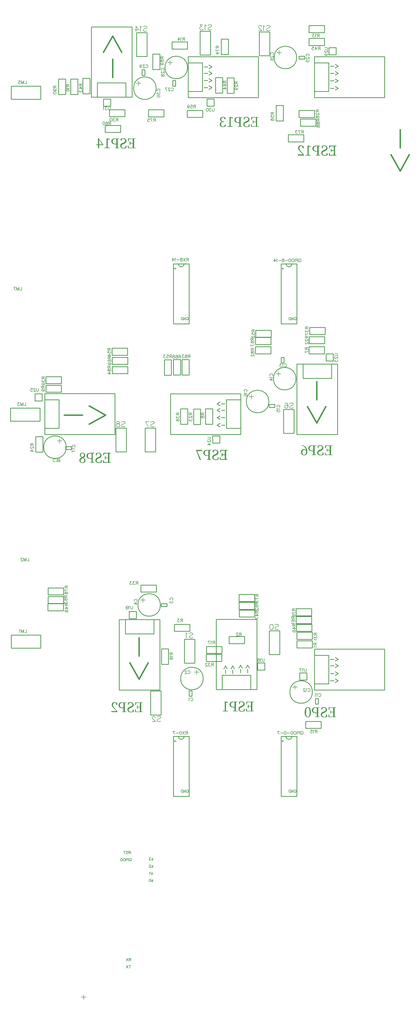
<source format=gbo>
G04 Layer: BottomSilkLayer*
G04 EasyEDA v6.1.52, Thu, 18 Jul 2019 05:09:05 GMT*
G04 8382f10332f7419696121afc9098c204,10*
G04 Gerber Generator version 0.2*
G04 Scale: 100 percent, Rotated: No, Reflected: No *
G04 Dimensions in millimeters *
G04 leading zeros omitted , absolute positions ,3 integer and 3 decimal *
%FSLAX33Y33*%
%MOMM*%
G90*
G71D02*

%ADD10C,0.254000*%
%ADD12C,0.499999*%
%ADD16C,0.203200*%
%ADD25C,0.177800*%
%ADD26C,0.250012*%

%LPD*%
G54D10*
G01X17780Y162814D02*
G01X17780Y158115D01*
G01X7239Y162814D02*
G01X7239Y158115D01*
G01X17780Y162814D02*
G01X7239Y162814D01*
G01X17780Y158115D02*
G01X7239Y158115D01*
G01X17526Y243586D02*
G01X17526Y238887D01*
G01X6985Y243586D02*
G01X6985Y238887D01*
G01X17526Y243586D02*
G01X6985Y243586D01*
G01X17526Y238887D02*
G01X6985Y238887D01*
G01X17780Y358140D02*
G01X17780Y353441D01*
G01X7239Y358140D02*
G01X7239Y353441D01*
G01X17780Y358140D02*
G01X7239Y358140D01*
G01X17780Y353441D02*
G01X7239Y353441D01*
G01X122936Y371856D02*
G01X120396Y371856D01*
G01X122936Y369316D02*
G01X120396Y369316D01*
G01X120396Y371856D02*
G01X120396Y369316D01*
G01X122936Y371856D02*
G01X122936Y369316D01*
G01X79502Y353568D02*
G01X76962Y353568D01*
G01X79502Y351028D02*
G01X76962Y351028D01*
G01X76962Y353568D02*
G01X76962Y351028D01*
G01X79502Y353568D02*
G01X79502Y351028D01*
G01X42672Y353568D02*
G01X40132Y353568D01*
G01X42672Y351028D02*
G01X40132Y351028D01*
G01X40132Y353568D02*
G01X40132Y351028D01*
G01X42672Y353568D02*
G01X42672Y351028D01*
G01X121920Y262890D02*
G01X119380Y262890D01*
G01X121920Y260350D02*
G01X119380Y260350D01*
G01X119380Y262890D02*
G01X119380Y260350D01*
G01X121920Y262890D02*
G01X121920Y260350D01*
G01X81534Y233680D02*
G01X78994Y233680D01*
G01X81534Y231140D02*
G01X78994Y231140D01*
G01X78994Y233680D02*
G01X78994Y231140D01*
G01X81534Y233680D02*
G01X81534Y231140D01*
G01X18288Y248666D02*
G01X15748Y248666D01*
G01X18288Y246126D02*
G01X15748Y246126D01*
G01X15748Y248666D02*
G01X15748Y246126D01*
G01X18288Y248666D02*
G01X18288Y246126D01*
G01X112522Y149352D02*
G01X109982Y149352D01*
G01X112522Y146812D02*
G01X109982Y146812D01*
G01X109982Y149352D02*
G01X109982Y146812D01*
G01X112522Y149352D02*
G01X112522Y146812D01*
G01X97536Y152908D02*
G01X94996Y152908D01*
G01X97536Y150368D02*
G01X94996Y150368D01*
G01X94996Y152908D02*
G01X94996Y150368D01*
G01X97536Y152908D02*
G01X97536Y150368D01*
G01X51816Y171196D02*
G01X49276Y171196D01*
G01X51816Y168656D02*
G01X49276Y168656D01*
G01X49276Y171196D02*
G01X49276Y168656D01*
G01X51816Y171196D02*
G01X51816Y168656D01*
G01X108966Y126746D02*
G01X103378Y126746D01*
G01X103378Y105410D01*
G01X108966Y105410D01*
G01X108966Y126746D01*
G01X108966Y126746D01*
G01X70612Y126746D02*
G01X65024Y126746D01*
G01X65024Y105410D01*
G01X70612Y105410D01*
G01X70612Y126746D01*
G01X70612Y126746D01*
G01X70612Y294894D02*
G01X65024Y294894D01*
G01X65024Y273558D01*
G01X70612Y273558D01*
G01X70612Y294894D01*
G01X70612Y294894D01*
G01X108966Y294894D02*
G01X103378Y294894D01*
G01X103378Y273558D01*
G01X108966Y273558D01*
G01X108966Y294894D01*
G01X108966Y294894D01*
G01X94742Y168402D02*
G01X80241Y168402D01*
G01X94742Y143400D02*
G01X80241Y143400D01*
G01X94742Y168402D02*
G01X94742Y143400D01*
G01X80241Y168402D02*
G01X80241Y143400D01*
G01X92572Y148480D02*
G01X92572Y143400D01*
G01X82412Y148480D02*
G01X82412Y143400D01*
G01X92572Y148480D02*
G01X82412Y148480D01*
G01X47752Y349758D02*
G01X47752Y347258D01*
G01X47752Y349758D02*
G01X42252Y349758D01*
G01X42252Y349758D02*
G01X42252Y347258D01*
G01X47752Y347258D02*
G01X42252Y347258D01*
G01X25146Y251714D02*
G01X25146Y249214D01*
G01X25146Y251714D02*
G01X19646Y251714D01*
G01X19646Y251714D02*
G01X19645Y249214D01*
G01X25146Y249214D02*
G01X19646Y249214D01*
G01X104394Y261620D02*
G01X103378Y261620D01*
G01X104394Y261620D02*
G01X104394Y259621D01*
G01X103378Y261620D02*
G01X103378Y259621D01*
G01X104394Y259621D02*
G01X103378Y259621D01*
G01X25146Y254762D02*
G01X25146Y252262D01*
G01X25146Y254762D02*
G01X19646Y254762D01*
G01X19646Y254762D02*
G01X19645Y252262D01*
G01X25146Y252262D02*
G01X19646Y252262D01*
G01X118872Y268986D02*
G01X118872Y266486D01*
G01X118872Y268986D02*
G01X113372Y268986D01*
G01X113372Y268986D02*
G01X113371Y266486D01*
G01X118872Y266486D02*
G01X113372Y266486D01*
G01X70866Y166624D02*
G01X70866Y164124D01*
G01X70866Y166624D02*
G01X65366Y166624D01*
G01X65366Y166624D02*
G01X65365Y164124D01*
G01X70866Y164124D02*
G01X65366Y164124D01*
G01X71628Y143002D02*
G01X70612Y143002D01*
G01X71628Y143002D02*
G01X71628Y141003D01*
G01X70612Y143002D02*
G01X70612Y141003D01*
G01X71628Y141002D02*
G01X70612Y141002D01*
G01X58928Y180594D02*
G01X58928Y178094D01*
G01X58928Y180594D02*
G01X53428Y180594D01*
G01X53428Y180594D02*
G01X53427Y178094D01*
G01X58928Y178094D02*
G01X53428Y178094D01*
G01X117602Y132080D02*
G01X117602Y129580D01*
G01X117602Y132080D02*
G01X112102Y132080D01*
G01X112102Y132080D02*
G01X112101Y129580D01*
G01X117602Y129580D02*
G01X112102Y129580D01*
G01X82296Y158750D02*
G01X82296Y156250D01*
G01X82296Y158750D02*
G01X76796Y158750D01*
G01X76796Y158750D02*
G01X76795Y156250D01*
G01X82296Y156250D02*
G01X76796Y156250D01*
G01X116586Y140208D02*
G01X115570Y140208D01*
G01X116586Y140208D02*
G01X116586Y138209D01*
G01X115570Y140208D02*
G01X115570Y138209D01*
G01X116586Y138208D02*
G01X115570Y138208D01*
G01X102870Y164338D02*
G01X99170Y164338D01*
G01X102870Y164338D02*
G01X102870Y155838D01*
G01X99170Y164338D02*
G01X99170Y155838D01*
G01X102870Y155837D02*
G01X99170Y155837D01*
G01X72644Y161290D02*
G01X68944Y161290D01*
G01X72644Y161290D02*
G01X72644Y152790D01*
G01X68944Y161290D02*
G01X68944Y152790D01*
G01X72644Y152789D02*
G01X68944Y152789D01*
G01X56896Y134366D02*
G01X60595Y134366D01*
G01X56896Y134366D02*
G01X56896Y142865D01*
G01X60595Y134366D02*
G01X60595Y142865D01*
G01X56896Y142866D02*
G01X60595Y142866D01*
G01X101600Y351282D02*
G01X104099Y351282D01*
G01X101600Y351282D02*
G01X101600Y345782D01*
G01X101600Y345782D02*
G01X104099Y345782D01*
G01X104099Y351282D02*
G01X104099Y345782D01*
G01X75438Y349504D02*
G01X75438Y347004D01*
G01X75438Y349504D02*
G01X69938Y349504D01*
G01X69938Y349504D02*
G01X69938Y347004D01*
G01X75438Y347004D02*
G01X69938Y347004D01*
G01X46228Y344170D02*
G01X46228Y341670D01*
G01X46228Y344170D02*
G01X40728Y344170D01*
G01X40728Y344170D02*
G01X40728Y341670D01*
G01X46228Y341670D02*
G01X40728Y341670D01*
G01X105918Y338328D02*
G01X105918Y340827D01*
G01X105918Y338328D02*
G01X111417Y338328D01*
G01X111417Y338328D02*
G01X111417Y340827D01*
G01X105918Y340827D02*
G01X111417Y340827D01*
G01X82042Y374904D02*
G01X84541Y374904D01*
G01X82042Y374904D02*
G01X82042Y369404D01*
G01X82042Y369404D02*
G01X84541Y369404D01*
G01X84541Y374904D02*
G01X84541Y369404D01*
G01X56134Y347218D02*
G01X56134Y349717D01*
G01X56134Y347218D02*
G01X61633Y347218D01*
G01X61633Y347218D02*
G01X61633Y349717D01*
G01X56134Y349717D02*
G01X61633Y349717D01*
G01X110236Y343916D02*
G01X110236Y346415D01*
G01X110236Y343916D02*
G01X115735Y343916D01*
G01X115735Y343916D02*
G01X115735Y346415D01*
G01X110236Y346415D02*
G01X115735Y346415D01*
G01X57658Y369570D02*
G01X60157Y369570D01*
G01X57658Y369570D02*
G01X57658Y364070D01*
G01X57658Y364070D02*
G01X60157Y364070D01*
G01X60157Y369570D02*
G01X60157Y364070D01*
G01X24130Y360680D02*
G01X26629Y360680D01*
G01X24130Y360680D02*
G01X24130Y355180D01*
G01X24130Y355180D02*
G01X26629Y355180D01*
G01X26629Y360680D02*
G01X26629Y355180D01*
G01X99822Y271272D02*
G01X99822Y268772D01*
G01X99822Y271272D02*
G01X94322Y271272D01*
G01X94322Y271272D02*
G01X94322Y268772D01*
G01X99822Y268772D02*
G01X94322Y268772D01*
G01X64262Y255270D02*
G01X61762Y255270D01*
G01X64262Y255270D02*
G01X64262Y260769D01*
G01X64262Y260769D02*
G01X61762Y260769D01*
G01X61762Y255270D02*
G01X61762Y260769D01*
G01X43180Y262382D02*
G01X43180Y264881D01*
G01X43180Y262382D02*
G01X48679Y262382D01*
G01X48679Y262382D02*
G01X48679Y264881D01*
G01X43180Y264881D02*
G01X48679Y264881D01*
G01X94234Y266192D02*
G01X94234Y268691D01*
G01X94234Y266192D02*
G01X99733Y266192D01*
G01X99733Y266192D02*
G01X99733Y268691D01*
G01X94234Y268691D02*
G01X99733Y268691D01*
G01X65024Y260858D02*
G01X67523Y260858D01*
G01X65024Y260858D02*
G01X65024Y255358D01*
G01X65024Y255358D02*
G01X67523Y255358D01*
G01X67523Y260858D02*
G01X67523Y255358D01*
G01X48768Y261620D02*
G01X48768Y259120D01*
G01X48768Y261620D02*
G01X43268Y261620D01*
G01X43268Y261620D02*
G01X43268Y259120D01*
G01X48768Y259120D02*
G01X43268Y259120D01*
G01X94234Y262890D02*
G01X94234Y265389D01*
G01X94234Y262890D02*
G01X99733Y262890D01*
G01X99733Y262890D02*
G01X99733Y265389D01*
G01X94234Y265389D02*
G01X99733Y265389D01*
G01X68072Y260858D02*
G01X70571Y260858D01*
G01X68072Y260858D02*
G01X68072Y255358D01*
G01X68072Y255358D02*
G01X70571Y255358D01*
G01X70571Y260858D02*
G01X70571Y255358D01*
G01X48768Y258318D02*
G01X48768Y255818D01*
G01X48768Y258318D02*
G01X43268Y258318D01*
G01X43268Y258318D02*
G01X43268Y255818D01*
G01X48768Y255818D02*
G01X43268Y255818D01*
G01X48260Y236474D02*
G01X44560Y236474D01*
G01X48260Y236474D02*
G01X48260Y227974D01*
G01X44560Y236474D02*
G01X44560Y227974D01*
G01X48260Y227973D02*
G01X44560Y227973D01*
G01X99314Y377444D02*
G01X95614Y377444D01*
G01X99314Y377444D02*
G01X99314Y368944D01*
G01X95614Y377444D02*
G01X95614Y368944D01*
G01X99314Y368943D02*
G01X95614Y368943D01*
G01X78232Y377698D02*
G01X74532Y377698D01*
G01X78232Y377698D02*
G01X78232Y369198D01*
G01X74532Y377698D02*
G01X74532Y369198D01*
G01X78232Y369197D02*
G01X74532Y369197D01*
G01X107950Y243078D02*
G01X104250Y243078D01*
G01X107950Y243078D02*
G01X107950Y234578D01*
G01X104250Y243078D02*
G01X104250Y234578D01*
G01X107950Y234577D02*
G01X104250Y234577D01*
G01X55626Y377190D02*
G01X51926Y377190D01*
G01X55626Y377190D02*
G01X55626Y368690D01*
G01X51926Y377190D02*
G01X51926Y368690D01*
G01X55626Y368689D02*
G01X51926Y368689D01*
G01X58674Y236474D02*
G01X54974Y236474D01*
G01X58674Y236474D02*
G01X58674Y227974D01*
G01X54974Y236474D02*
G01X54974Y227974D01*
G01X58674Y227973D02*
G01X54974Y227973D01*
G01X114300Y166624D02*
G01X114300Y164124D01*
G01X114300Y166624D02*
G01X108800Y166624D01*
G01X108800Y166624D02*
G01X108800Y164124D01*
G01X114300Y164124D02*
G01X108800Y164124D01*
G01X93980Y171704D02*
G01X93980Y169204D01*
G01X93980Y171704D02*
G01X88480Y171704D01*
G01X88480Y171704D02*
G01X88480Y169204D01*
G01X93980Y169204D02*
G01X88480Y169204D01*
G01X20320Y171450D02*
G01X20320Y173949D01*
G01X20320Y171450D02*
G01X25819Y171450D01*
G01X25819Y171450D02*
G01X25819Y173949D01*
G01X20320Y173949D02*
G01X25819Y173949D01*
G01X108712Y166878D02*
G01X108712Y169377D01*
G01X108712Y166878D02*
G01X114211Y166878D01*
G01X114211Y166878D02*
G01X114211Y169377D01*
G01X108712Y169377D02*
G01X114211Y169377D01*
G01X88392Y171958D02*
G01X88392Y174457D01*
G01X88392Y171958D02*
G01X93891Y171958D01*
G01X93891Y171958D02*
G01X93891Y174457D01*
G01X88392Y174457D02*
G01X93891Y174457D01*
G01X25908Y176530D02*
G01X25908Y174030D01*
G01X25908Y176530D02*
G01X20408Y176530D01*
G01X20408Y176530D02*
G01X20408Y174030D01*
G01X25908Y174030D02*
G01X20408Y174030D01*
G01X108712Y169672D02*
G01X108712Y172171D01*
G01X108712Y169672D02*
G01X114211Y169672D01*
G01X114211Y169672D02*
G01X114211Y172171D01*
G01X108712Y172171D02*
G01X114211Y172171D01*
G01X88392Y174752D02*
G01X88392Y177251D01*
G01X88392Y174752D02*
G01X93891Y174752D01*
G01X93891Y174752D02*
G01X93891Y177251D01*
G01X88392Y177251D02*
G01X93891Y177251D01*
G01X25908Y179578D02*
G01X25908Y177078D01*
G01X25908Y179578D02*
G01X20408Y179578D01*
G01X20408Y179578D02*
G01X20408Y177078D01*
G01X25908Y177078D02*
G01X20408Y177078D01*
G01X45720Y143256D02*
G01X60219Y143256D01*
G01X45720Y168255D02*
G01X60219Y168255D01*
G01X45720Y143256D02*
G01X45720Y168255D01*
G01X60219Y143256D02*
G01X60219Y168255D01*
G01X47889Y163175D02*
G01X47889Y168255D01*
G01X58049Y163175D02*
G01X58049Y168255D01*
G01X47889Y163175D02*
G01X58049Y163175D01*
G01X108966Y234188D02*
G01X123465Y234188D01*
G01X108966Y259187D02*
G01X123465Y259187D01*
G01X108966Y234188D02*
G01X108966Y259187D01*
G01X123465Y234188D02*
G01X123465Y259187D01*
G01X111135Y254107D02*
G01X111135Y259187D01*
G01X121295Y254107D02*
G01X121295Y259187D01*
G01X111135Y254107D02*
G01X121295Y254107D01*
G01X50292Y379222D02*
G01X35792Y379222D01*
G01X50292Y354222D02*
G01X35792Y354222D01*
G01X50292Y379222D02*
G01X50292Y354222D01*
G01X35792Y379222D02*
G01X35792Y354222D01*
G01X48122Y359302D02*
G01X48122Y354222D01*
G01X37962Y359302D02*
G01X37962Y354222D01*
G01X48122Y359302D02*
G01X37962Y359302D01*
G01X140208Y354076D02*
G01X140208Y368575D01*
G01X115208Y354076D02*
G01X115208Y368575D01*
G01X140208Y354076D02*
G01X115208Y354076D01*
G01X140208Y368575D02*
G01X115208Y368575D01*
G01X120288Y356245D02*
G01X115208Y356245D01*
G01X120288Y366405D02*
G01X115208Y366405D01*
G01X120288Y356245D02*
G01X120288Y366405D01*
G01X95250Y354076D02*
G01X95250Y368575D01*
G01X70250Y354076D02*
G01X70250Y368575D01*
G01X95250Y354076D02*
G01X70250Y354076D01*
G01X95250Y368575D02*
G01X70250Y368575D01*
G01X75330Y356245D02*
G01X70250Y356245D01*
G01X75330Y366405D02*
G01X70250Y366405D01*
G01X75330Y356245D02*
G01X75330Y366405D01*
G01X113284Y377190D02*
G01X113284Y379689D01*
G01X113284Y377190D02*
G01X118783Y377190D01*
G01X118783Y377190D02*
G01X118784Y379689D01*
G01X113284Y379689D02*
G01X118783Y379689D01*
G01X64516Y371348D02*
G01X64516Y373847D01*
G01X64516Y371348D02*
G01X70015Y371348D01*
G01X70015Y371348D02*
G01X70016Y373847D01*
G01X64516Y373847D02*
G01X70015Y373847D01*
G01X28448Y360680D02*
G01X30947Y360680D01*
G01X28448Y360680D02*
G01X28448Y355180D01*
G01X28448Y355180D02*
G01X30947Y355179D01*
G01X30947Y360680D02*
G01X30947Y355180D01*
G01X109728Y368808D02*
G01X109728Y367792D01*
G01X109728Y368808D02*
G01X111726Y368808D01*
G01X109728Y367792D02*
G01X111726Y367792D01*
G01X111727Y368808D02*
G01X111727Y367792D01*
G01X64770Y358140D02*
G01X65786Y358140D01*
G01X64770Y358140D02*
G01X64770Y360138D01*
G01X65786Y358140D02*
G01X65786Y360138D01*
G01X64770Y360139D02*
G01X65786Y360139D01*
G01X53848Y361950D02*
G01X54864Y361950D01*
G01X53848Y361950D02*
G01X53848Y363948D01*
G01X54864Y361950D02*
G01X54864Y363948D01*
G01X53848Y363949D02*
G01X54864Y363949D01*
G01X32766Y360934D02*
G01X35265Y360934D01*
G01X32766Y360934D02*
G01X32766Y355434D01*
G01X32766Y355434D02*
G01X35265Y355433D01*
G01X35265Y360934D02*
G01X35265Y355434D01*
G01X80010Y361188D02*
G01X82509Y361188D01*
G01X80010Y361188D02*
G01X80010Y355688D01*
G01X80010Y355688D02*
G01X82509Y355687D01*
G01X82509Y361188D02*
G01X82509Y355688D01*
G01X113284Y372618D02*
G01X113284Y375117D01*
G01X113284Y372618D02*
G01X118783Y372618D01*
G01X118783Y372618D02*
G01X118784Y375117D01*
G01X113284Y375117D02*
G01X118783Y375117D01*
G01X109728Y346964D02*
G01X109728Y349463D01*
G01X109728Y346964D02*
G01X115227Y346964D01*
G01X115227Y346964D02*
G01X115228Y349463D01*
G01X109728Y349463D02*
G01X115227Y349463D01*
G01X86614Y355600D02*
G01X84114Y355600D01*
G01X86614Y355600D02*
G01X86614Y361099D01*
G01X86614Y361099D02*
G01X84114Y361100D01*
G01X84114Y355600D02*
G01X84114Y361099D01*
G01X113284Y262890D02*
G01X113284Y265389D01*
G01X113284Y262890D02*
G01X118783Y262890D01*
G01X118783Y262890D02*
G01X118784Y265389D01*
G01X113284Y265389D02*
G01X118783Y265389D01*
G01X76454Y243332D02*
G01X78953Y243332D01*
G01X76454Y243332D02*
G01X76454Y237832D01*
G01X76454Y237832D02*
G01X78953Y237831D01*
G01X78953Y243332D02*
G01X78953Y237832D01*
G01X99060Y244856D02*
G01X99060Y243840D01*
G01X99060Y244856D02*
G01X101058Y244856D01*
G01X99060Y243840D02*
G01X101058Y243840D01*
G01X101059Y244856D02*
G01X101059Y243840D01*
G01X26670Y229870D02*
G01X26670Y228854D01*
G01X26670Y229870D02*
G01X28668Y229870D01*
G01X26670Y228854D02*
G01X28668Y228854D01*
G01X28669Y229870D02*
G01X28669Y228854D01*
G01X113538Y269748D02*
G01X113538Y272247D01*
G01X113538Y269748D02*
G01X119037Y269748D01*
G01X119037Y269748D02*
G01X119038Y272247D01*
G01X113538Y272247D02*
G01X119037Y272247D01*
G01X67564Y243332D02*
G01X70063Y243332D01*
G01X67564Y243332D02*
G01X67564Y237832D01*
G01X67564Y237832D02*
G01X70063Y237831D01*
G01X70063Y243332D02*
G01X70063Y237832D01*
G01X74676Y237744D02*
G01X72176Y237744D01*
G01X74676Y237744D02*
G01X74676Y243243D01*
G01X74676Y243243D02*
G01X72176Y243244D01*
G01X72176Y237744D02*
G01X72176Y243243D01*
G01X16002Y233426D02*
G01X18501Y233426D01*
G01X16002Y233426D02*
G01X16002Y227926D01*
G01X16002Y227926D02*
G01X18501Y227925D01*
G01X18501Y233426D02*
G01X18501Y227926D01*
G01X108966Y158242D02*
G01X108966Y160741D01*
G01X108966Y158242D02*
G01X114465Y158242D01*
G01X114465Y158242D02*
G01X114466Y160741D01*
G01X108966Y160741D02*
G01X114465Y160741D01*
G01X84836Y159766D02*
G01X84836Y162265D01*
G01X84836Y159766D02*
G01X90335Y159766D01*
G01X90335Y159766D02*
G01X90336Y162265D01*
G01X84836Y162265D02*
G01X90335Y162265D01*
G01X60706Y173990D02*
G01X60706Y172974D01*
G01X60706Y173990D02*
G01X62704Y173990D01*
G01X60706Y172974D02*
G01X62704Y172974D01*
G01X62705Y173990D02*
G01X62705Y172974D01*
G01X108966Y161290D02*
G01X108966Y163789D01*
G01X108966Y161290D02*
G01X114465Y161290D01*
G01X114465Y161290D02*
G01X114466Y163789D01*
G01X108966Y163789D02*
G01X114465Y163789D01*
G01X76708Y153416D02*
G01X76708Y155915D01*
G01X76708Y153416D02*
G01X82207Y153416D01*
G01X82207Y153416D02*
G01X82208Y155915D01*
G01X76708Y155915D02*
G01X82207Y155915D01*
G01X63246Y152400D02*
G01X60746Y152400D01*
G01X63246Y152400D02*
G01X63246Y157899D01*
G01X63246Y157899D02*
G01X60746Y157900D01*
G01X60746Y152400D02*
G01X60746Y157899D01*
G01X140208Y143256D02*
G01X140208Y157755D01*
G01X115208Y143256D02*
G01X115208Y157755D01*
G01X140208Y143256D02*
G01X115208Y143256D01*
G01X140208Y157755D02*
G01X115208Y157755D01*
G01X120288Y145425D02*
G01X115208Y145425D01*
G01X120288Y155585D02*
G01X115208Y155585D01*
G01X120288Y145425D02*
G01X120288Y155585D01*
G01X64008Y248666D02*
G01X64008Y234166D01*
G01X89007Y248666D02*
G01X89007Y234166D01*
G01X64008Y248666D02*
G01X89007Y248666D01*
G01X64008Y234166D02*
G01X89007Y234166D01*
G01X83927Y246496D02*
G01X89007Y246496D01*
G01X83927Y236336D02*
G01X89007Y236336D01*
G01X83927Y246496D02*
G01X83927Y236336D01*
G01X44196Y234188D02*
G01X44196Y248687D01*
G01X19196Y234188D02*
G01X19196Y248687D01*
G01X44196Y234188D02*
G01X19196Y234188D01*
G01X44196Y248687D02*
G01X19196Y248687D01*
G01X24276Y236357D02*
G01X19196Y236357D01*
G01X24276Y246517D02*
G01X19196Y246517D01*
G01X24276Y236357D02*
G01X24276Y246517D01*
G54D25*
G01X13535Y190246D02*
G01X13535Y189156D01*
G01X13535Y189156D02*
G01X12913Y189156D01*
G01X12570Y190246D02*
G01X12570Y189156D01*
G01X12570Y190246D02*
G01X12153Y189156D01*
G01X11737Y190246D02*
G01X12153Y189156D01*
G01X11737Y190246D02*
G01X11737Y189156D01*
G01X11343Y189986D02*
G01X11343Y190040D01*
G01X11290Y190144D01*
G01X11239Y190195D01*
G01X11135Y190246D01*
G01X10927Y190246D01*
G01X10822Y190195D01*
G01X10772Y190144D01*
G01X10718Y190040D01*
G01X10718Y189936D01*
G01X10772Y189831D01*
G01X10876Y189674D01*
G01X11394Y189156D01*
G01X10668Y189156D01*
G01X11036Y286552D02*
G01X11036Y285462D01*
G01X11036Y285462D02*
G01X10413Y285462D01*
G01X10071Y286552D02*
G01X10071Y285462D01*
G01X10071Y286552D02*
G01X9654Y285462D01*
G01X9237Y286552D02*
G01X9654Y285462D01*
G01X9237Y286552D02*
G01X9237Y285462D01*
G01X8168Y286552D02*
G01X8686Y285462D01*
G01X8895Y286552D02*
G01X8168Y286552D01*
G01X12700Y164706D02*
G01X12700Y163616D01*
G01X12700Y163616D02*
G01X12077Y163616D01*
G01X11734Y164706D02*
G01X11734Y163616D01*
G01X11734Y164706D02*
G01X11318Y163616D01*
G01X10901Y164706D02*
G01X11318Y163616D01*
G01X10901Y164706D02*
G01X10901Y163616D01*
G01X10558Y164500D02*
G01X10454Y164551D01*
G01X10299Y164706D01*
G01X10299Y163616D01*
G01X12446Y245478D02*
G01X12446Y244388D01*
G01X12446Y244388D02*
G01X11823Y244388D01*
G01X11480Y245478D02*
G01X11480Y244388D01*
G01X11480Y245478D02*
G01X11064Y244388D01*
G01X10647Y245478D02*
G01X11064Y244388D01*
G01X10647Y245478D02*
G01X10647Y244388D01*
G01X10200Y245478D02*
G01X9629Y245478D01*
G01X9941Y245064D01*
G01X9786Y245064D01*
G01X9682Y245010D01*
G01X9629Y244960D01*
G01X9578Y244805D01*
G01X9578Y244701D01*
G01X9629Y244543D01*
G01X9733Y244439D01*
G01X9890Y244388D01*
G01X10045Y244388D01*
G01X10200Y244439D01*
G01X10253Y244492D01*
G01X10304Y244596D01*
G01X12700Y360032D02*
G01X12700Y358942D01*
G01X12700Y358942D02*
G01X12077Y358942D01*
G01X11734Y360032D02*
G01X11734Y358942D01*
G01X11734Y360032D02*
G01X11318Y358942D01*
G01X10901Y360032D02*
G01X11318Y358942D01*
G01X10901Y360032D02*
G01X10901Y358942D01*
G01X9936Y360032D02*
G01X10454Y360032D01*
G01X10507Y359564D01*
G01X10454Y359618D01*
G01X10299Y359669D01*
G01X10144Y359669D01*
G01X9987Y359618D01*
G01X9883Y359514D01*
G01X9832Y359359D01*
G01X9832Y359255D01*
G01X9883Y359097D01*
G01X9987Y358993D01*
G01X10144Y358942D01*
G01X10299Y358942D01*
G01X10454Y358993D01*
G01X10507Y359046D01*
G01X10558Y359150D01*
G01X118872Y371856D02*
G01X119649Y371856D01*
G01X119806Y371805D01*
G01X119910Y371701D01*
G01X119961Y371543D01*
G01X119961Y371439D01*
G01X119910Y371284D01*
G01X119806Y371180D01*
G01X119649Y371129D01*
G01X118872Y371129D01*
G01X119131Y370733D02*
G01X119077Y370733D01*
G01X118973Y370682D01*
G01X118922Y370629D01*
G01X118872Y370525D01*
G01X118872Y370319D01*
G01X118922Y370215D01*
G01X118973Y370161D01*
G01X119077Y370111D01*
G01X119181Y370111D01*
G01X119286Y370161D01*
G01X119443Y370265D01*
G01X119961Y370786D01*
G01X119961Y370057D01*
G01X119235Y369039D02*
G01X119390Y369092D01*
G01X119494Y369196D01*
G01X119545Y369351D01*
G01X119545Y369404D01*
G01X119494Y369559D01*
G01X119390Y369663D01*
G01X119235Y369714D01*
G01X119181Y369714D01*
G01X119026Y369663D01*
G01X118922Y369559D01*
G01X118872Y369404D01*
G01X118872Y369351D01*
G01X118922Y369196D01*
G01X119026Y369092D01*
G01X119235Y369039D01*
G01X119494Y369039D01*
G01X119753Y369092D01*
G01X119910Y369196D01*
G01X119961Y369351D01*
G01X119961Y369455D01*
G01X119910Y369610D01*
G01X119806Y369663D01*
G01X79575Y350266D02*
G01X79575Y349488D01*
G01X79524Y349331D01*
G01X79420Y349227D01*
G01X79263Y349176D01*
G01X79159Y349176D01*
G01X79004Y349227D01*
G01X78900Y349331D01*
G01X78849Y349488D01*
G01X78849Y350266D01*
G01X78402Y350266D02*
G01X77830Y350266D01*
G01X78140Y349851D01*
G01X77985Y349851D01*
G01X77881Y349798D01*
G01X77830Y349747D01*
G01X77777Y349592D01*
G01X77777Y349488D01*
G01X77830Y349331D01*
G01X77934Y349227D01*
G01X78089Y349176D01*
G01X78244Y349176D01*
G01X78402Y349227D01*
G01X78452Y349280D01*
G01X78506Y349384D01*
G01X77124Y350266D02*
G01X77279Y350215D01*
G01X77383Y350060D01*
G01X77434Y349798D01*
G01X77434Y349643D01*
G01X77383Y349384D01*
G01X77279Y349227D01*
G01X77124Y349176D01*
G01X77020Y349176D01*
G01X76862Y349227D01*
G01X76758Y349384D01*
G01X76708Y349643D01*
G01X76708Y349798D01*
G01X76758Y350060D01*
G01X76862Y350215D01*
G01X77020Y350266D01*
G01X77124Y350266D01*
G01X42532Y350774D02*
G01X42532Y349996D01*
G01X42481Y349839D01*
G01X42377Y349735D01*
G01X42219Y349684D01*
G01X42115Y349684D01*
G01X41960Y349735D01*
G01X41856Y349839D01*
G01X41805Y349996D01*
G01X41805Y350774D01*
G01X41358Y350774D02*
G01X40787Y350774D01*
G01X41097Y350359D01*
G01X40942Y350359D01*
G01X40838Y350306D01*
G01X40787Y350255D01*
G01X40734Y350100D01*
G01X40734Y349996D01*
G01X40787Y349839D01*
G01X40891Y349735D01*
G01X41046Y349684D01*
G01X41201Y349684D01*
G01X41358Y349735D01*
G01X41409Y349788D01*
G01X41463Y349892D01*
G01X40391Y350568D02*
G01X40286Y350619D01*
G01X40132Y350774D01*
G01X40132Y349684D01*
G01X122428Y262890D02*
G01X123205Y262890D01*
G01X123362Y262839D01*
G01X123466Y262735D01*
G01X123517Y262577D01*
G01X123517Y262473D01*
G01X123466Y262318D01*
G01X123362Y262214D01*
G01X123205Y262163D01*
G01X122428Y262163D01*
G01X122687Y261767D02*
G01X122633Y261767D01*
G01X122529Y261716D01*
G01X122478Y261663D01*
G01X122428Y261559D01*
G01X122428Y261353D01*
G01X122478Y261249D01*
G01X122529Y261195D01*
G01X122633Y261145D01*
G01X122737Y261145D01*
G01X122842Y261195D01*
G01X122999Y261299D01*
G01X123517Y261820D01*
G01X123517Y261091D01*
G01X122428Y260644D02*
G01X122428Y260073D01*
G01X122842Y260385D01*
G01X122842Y260230D01*
G01X122895Y260126D01*
G01X122946Y260073D01*
G01X123101Y260022D01*
G01X123205Y260022D01*
G01X123362Y260073D01*
G01X123466Y260177D01*
G01X123517Y260334D01*
G01X123517Y260489D01*
G01X123466Y260644D01*
G01X123413Y260697D01*
G01X123309Y260748D01*
G01X77216Y233172D02*
G01X77993Y233172D01*
G01X78150Y233121D01*
G01X78254Y233017D01*
G01X78305Y232859D01*
G01X78305Y232755D01*
G01X78254Y232600D01*
G01X78150Y232496D01*
G01X77993Y232445D01*
G01X77216Y232445D01*
G01X77475Y232049D02*
G01X77421Y232049D01*
G01X77317Y231998D01*
G01X77266Y231945D01*
G01X77216Y231841D01*
G01X77216Y231635D01*
G01X77266Y231531D01*
G01X77317Y231477D01*
G01X77421Y231427D01*
G01X77525Y231427D01*
G01X77630Y231477D01*
G01X77787Y231581D01*
G01X78305Y232102D01*
G01X78305Y231373D01*
G01X77216Y230512D02*
G01X77942Y231030D01*
G01X77942Y230251D01*
G01X77216Y230512D02*
G01X78305Y230512D01*
G01X17018Y250558D02*
G01X17018Y249781D01*
G01X16967Y249623D01*
G01X16863Y249519D01*
G01X16705Y249468D01*
G01X16601Y249468D01*
G01X16446Y249519D01*
G01X16342Y249623D01*
G01X16291Y249781D01*
G01X16291Y250558D01*
G01X15895Y250299D02*
G01X15895Y250352D01*
G01X15844Y250456D01*
G01X15791Y250507D01*
G01X15687Y250558D01*
G01X15481Y250558D01*
G01X15377Y250507D01*
G01X15323Y250456D01*
G01X15273Y250352D01*
G01X15273Y250248D01*
G01X15323Y250144D01*
G01X15427Y249986D01*
G01X15948Y249468D01*
G01X15219Y249468D01*
G01X14254Y250558D02*
G01X14772Y250558D01*
G01X14825Y250090D01*
G01X14772Y250144D01*
G01X14617Y250195D01*
G01X14462Y250195D01*
G01X14305Y250144D01*
G01X14201Y250040D01*
G01X14150Y249885D01*
G01X14150Y249781D01*
G01X14201Y249623D01*
G01X14305Y249519D01*
G01X14462Y249468D01*
G01X14617Y249468D01*
G01X14772Y249519D01*
G01X14825Y249572D01*
G01X14876Y249676D01*
G01X112382Y150876D02*
G01X112382Y150098D01*
G01X112331Y149941D01*
G01X112227Y149837D01*
G01X112069Y149786D01*
G01X111965Y149786D01*
G01X111810Y149837D01*
G01X111706Y149941D01*
G01X111655Y150098D01*
G01X111655Y150876D01*
G01X111313Y150670D02*
G01X111208Y150721D01*
G01X111051Y150876D01*
G01X111051Y149786D01*
G01X109982Y150876D02*
G01X110502Y149786D01*
G01X110708Y150876D02*
G01X109982Y150876D01*
G01X97396Y154432D02*
G01X97396Y153654D01*
G01X97345Y153497D01*
G01X97241Y153393D01*
G01X97083Y153342D01*
G01X96979Y153342D01*
G01X96824Y153393D01*
G01X96720Y153497D01*
G01X96669Y153654D01*
G01X96669Y154432D01*
G01X96327Y154226D02*
G01X96222Y154277D01*
G01X96065Y154432D01*
G01X96065Y153342D01*
G01X95463Y154432D02*
G01X95618Y154381D01*
G01X95671Y154277D01*
G01X95671Y154172D01*
G01X95618Y154068D01*
G01X95516Y154017D01*
G01X95308Y153964D01*
G01X95150Y153913D01*
G01X95046Y153809D01*
G01X94996Y153705D01*
G01X94996Y153550D01*
G01X95046Y153446D01*
G01X95100Y153393D01*
G01X95255Y153342D01*
G01X95463Y153342D01*
G01X95618Y153393D01*
G01X95671Y153446D01*
G01X95722Y153550D01*
G01X95722Y153705D01*
G01X95671Y153809D01*
G01X95567Y153913D01*
G01X95412Y153964D01*
G01X95204Y154017D01*
G01X95100Y154068D01*
G01X95046Y154172D01*
G01X95046Y154277D01*
G01X95100Y154381D01*
G01X95255Y154432D01*
G01X95463Y154432D01*
G01X50546Y173088D02*
G01X50546Y172311D01*
G01X50495Y172153D01*
G01X50391Y172049D01*
G01X50233Y171998D01*
G01X50129Y171998D01*
G01X49974Y172049D01*
G01X49870Y172153D01*
G01X49819Y172311D01*
G01X49819Y173088D01*
G01X49476Y172882D02*
G01X49372Y172933D01*
G01X49215Y173088D01*
G01X49215Y171998D01*
G01X48196Y172725D02*
G01X48249Y172570D01*
G01X48353Y172466D01*
G01X48508Y172415D01*
G01X48562Y172415D01*
G01X48717Y172466D01*
G01X48821Y172570D01*
G01X48872Y172725D01*
G01X48872Y172778D01*
G01X48821Y172933D01*
G01X48717Y173037D01*
G01X48562Y173088D01*
G01X48508Y173088D01*
G01X48353Y173037D01*
G01X48249Y172933D01*
G01X48196Y172725D01*
G01X48196Y172466D01*
G01X48249Y172206D01*
G01X48353Y172049D01*
G01X48508Y171998D01*
G01X48613Y171998D01*
G01X48768Y172049D01*
G01X48821Y172153D01*
G01X110462Y128264D02*
G01X110515Y128369D01*
G01X110619Y128473D01*
G01X110721Y128524D01*
G01X110929Y128524D01*
G01X111033Y128473D01*
G01X111137Y128369D01*
G01X111191Y128264D01*
G01X111241Y128109D01*
G01X111241Y127850D01*
G01X111191Y127693D01*
G01X111137Y127589D01*
G01X111033Y127485D01*
G01X110929Y127434D01*
G01X110721Y127434D01*
G01X110619Y127485D01*
G01X110515Y127589D01*
G01X110462Y127693D01*
G01X110462Y127850D01*
G01X110721Y127850D02*
G01X110462Y127850D01*
G01X110119Y128524D02*
G01X110119Y127434D01*
G01X110119Y128524D02*
G01X109651Y128524D01*
G01X109496Y128473D01*
G01X109443Y128422D01*
G01X109392Y128318D01*
G01X109392Y128160D01*
G01X109443Y128056D01*
G01X109496Y128005D01*
G01X109651Y127952D01*
G01X110119Y127952D01*
G01X109049Y128524D02*
G01X109049Y127434D01*
G01X108394Y128524D02*
G01X108498Y128473D01*
G01X108602Y128369D01*
G01X108653Y128264D01*
G01X108706Y128109D01*
G01X108706Y127850D01*
G01X108653Y127693D01*
G01X108602Y127589D01*
G01X108498Y127485D01*
G01X108394Y127434D01*
G01X108186Y127434D01*
G01X108082Y127485D01*
G01X107977Y127589D01*
G01X107927Y127693D01*
G01X107876Y127850D01*
G01X107876Y128109D01*
G01X107927Y128264D01*
G01X107977Y128369D01*
G01X108082Y128473D01*
G01X108186Y128524D01*
G01X108394Y128524D01*
G01X107221Y128524D02*
G01X107375Y128473D01*
G01X107480Y128318D01*
G01X107533Y128056D01*
G01X107533Y127901D01*
G01X107480Y127642D01*
G01X107375Y127485D01*
G01X107221Y127434D01*
G01X107116Y127434D01*
G01X106961Y127485D01*
G01X106857Y127642D01*
G01X106804Y127901D01*
G01X106804Y128056D01*
G01X106857Y128318D01*
G01X106961Y128473D01*
G01X107116Y128524D01*
G01X107221Y128524D01*
G01X106461Y127901D02*
G01X105526Y127901D01*
G01X104871Y128524D02*
G01X105029Y128473D01*
G01X105133Y128318D01*
G01X105183Y128056D01*
G01X105183Y127901D01*
G01X105133Y127642D01*
G01X105029Y127485D01*
G01X104871Y127434D01*
G01X104767Y127434D01*
G01X104612Y127485D01*
G01X104508Y127642D01*
G01X104457Y127901D01*
G01X104457Y128056D01*
G01X104508Y128318D01*
G01X104612Y128473D01*
G01X104767Y128524D01*
G01X104871Y128524D01*
G01X104114Y127901D02*
G01X103177Y127901D01*
G01X102108Y128524D02*
G01X102628Y127434D01*
G01X102834Y128524D02*
G01X102108Y128524D01*
G54D16*
G01X103985Y125475D02*
G01X103985Y124658D01*
G01X104394Y125067D02*
G01X103576Y125067D01*
G01X108031Y107467D02*
G01X108074Y107558D01*
G01X108165Y107650D01*
G01X108257Y107696D01*
G01X108440Y107696D01*
G01X108529Y107650D01*
G01X108620Y107558D01*
G01X108666Y107467D01*
G01X108712Y107332D01*
G01X108712Y107104D01*
G01X108666Y106967D01*
G01X108620Y106878D01*
G01X108529Y106786D01*
G01X108440Y106740D01*
G01X108257Y106740D01*
G01X108165Y106786D01*
G01X108074Y106878D01*
G01X108031Y106967D01*
G01X108031Y107104D01*
G01X108257Y107104D02*
G01X108031Y107104D01*
G01X107729Y107696D02*
G01X107729Y106740D01*
G01X107729Y107696D02*
G01X107094Y106740D01*
G01X107094Y107696D02*
G01X107094Y106740D01*
G01X106794Y107696D02*
G01X106794Y106740D01*
G01X106794Y107696D02*
G01X106476Y107696D01*
G01X106339Y107650D01*
G01X106248Y107558D01*
G01X106202Y107467D01*
G01X106156Y107332D01*
G01X106156Y107104D01*
G01X106202Y106967D01*
G01X106248Y106878D01*
G01X106339Y106786D01*
G01X106476Y106740D01*
G01X106794Y106740D01*
G54D25*
G01X70104Y128524D02*
G01X70104Y127434D01*
G01X70104Y128524D02*
G01X69636Y128524D01*
G01X69481Y128473D01*
G01X69428Y128422D01*
G01X69377Y128318D01*
G01X69377Y128214D01*
G01X69428Y128109D01*
G01X69481Y128056D01*
G01X69636Y128005D01*
G01X70104Y128005D01*
G01X69740Y128005D02*
G01X69377Y127434D01*
G01X69034Y128524D02*
G01X68305Y127434D01*
G01X68305Y128524D02*
G01X69034Y127434D01*
G01X67652Y128524D02*
G01X67807Y128473D01*
G01X67911Y128318D01*
G01X67962Y128056D01*
G01X67962Y127901D01*
G01X67911Y127642D01*
G01X67807Y127485D01*
G01X67652Y127434D01*
G01X67548Y127434D01*
G01X67391Y127485D01*
G01X67287Y127642D01*
G01X67236Y127901D01*
G01X67236Y128056D01*
G01X67287Y128318D01*
G01X67391Y128473D01*
G01X67548Y128524D01*
G01X67652Y128524D01*
G01X66893Y127901D02*
G01X65958Y127901D01*
G01X64886Y128524D02*
G01X65407Y127434D01*
G01X65615Y128524D02*
G01X64886Y128524D01*
G54D16*
G01X65631Y125475D02*
G01X65631Y124658D01*
G01X66040Y125067D02*
G01X65222Y125067D01*
G01X69677Y107467D02*
G01X69720Y107558D01*
G01X69811Y107650D01*
G01X69903Y107696D01*
G01X70086Y107696D01*
G01X70175Y107650D01*
G01X70266Y107558D01*
G01X70312Y107467D01*
G01X70358Y107332D01*
G01X70358Y107104D01*
G01X70312Y106967D01*
G01X70266Y106878D01*
G01X70175Y106786D01*
G01X70086Y106740D01*
G01X69903Y106740D01*
G01X69811Y106786D01*
G01X69720Y106878D01*
G01X69677Y106967D01*
G01X69677Y107104D01*
G01X69903Y107104D02*
G01X69677Y107104D01*
G01X69375Y107696D02*
G01X69375Y106740D01*
G01X69375Y107696D02*
G01X68740Y106740D01*
G01X68740Y107696D02*
G01X68740Y106740D01*
G01X68440Y107696D02*
G01X68440Y106740D01*
G01X68440Y107696D02*
G01X68122Y107696D01*
G01X67985Y107650D01*
G01X67894Y107558D01*
G01X67848Y107467D01*
G01X67802Y107332D01*
G01X67802Y107104D01*
G01X67848Y106967D01*
G01X67894Y106878D01*
G01X67985Y106786D01*
G01X68122Y106740D01*
G01X68440Y106740D01*
G54D25*
G01X70358Y296925D02*
G01X70358Y295836D01*
G01X70358Y296925D02*
G01X69890Y296925D01*
G01X69735Y296875D01*
G01X69682Y296824D01*
G01X69631Y296720D01*
G01X69631Y296616D01*
G01X69682Y296511D01*
G01X69735Y296458D01*
G01X69890Y296407D01*
G01X70358Y296407D01*
G01X69994Y296407D02*
G01X69631Y295836D01*
G01X69288Y296925D02*
G01X68559Y295836D01*
G01X68559Y296925D02*
G01X69288Y295836D01*
G01X67957Y296925D02*
G01X68112Y296875D01*
G01X68165Y296771D01*
G01X68165Y296666D01*
G01X68112Y296562D01*
G01X68008Y296511D01*
G01X67802Y296458D01*
G01X67645Y296407D01*
G01X67541Y296303D01*
G01X67490Y296199D01*
G01X67490Y296044D01*
G01X67541Y295940D01*
G01X67594Y295887D01*
G01X67749Y295836D01*
G01X67957Y295836D01*
G01X68112Y295887D01*
G01X68165Y295940D01*
G01X68216Y296044D01*
G01X68216Y296199D01*
G01X68165Y296303D01*
G01X68061Y296407D01*
G01X67906Y296458D01*
G01X67698Y296511D01*
G01X67594Y296562D01*
G01X67541Y296666D01*
G01X67541Y296771D01*
G01X67594Y296875D01*
G01X67749Y296925D01*
G01X67957Y296925D01*
G01X67147Y296303D02*
G01X66212Y296303D01*
G01X65869Y296720D02*
G01X65765Y296771D01*
G01X65608Y296925D01*
G01X65608Y295836D01*
G01X64747Y296925D02*
G01X65265Y296199D01*
G01X64488Y296199D01*
G01X64747Y296925D02*
G01X64747Y295836D01*
G54D16*
G01X65631Y293623D02*
G01X65631Y292806D01*
G01X66040Y293215D02*
G01X65222Y293215D01*
G01X69677Y275615D02*
G01X69720Y275706D01*
G01X69811Y275798D01*
G01X69903Y275844D01*
G01X70086Y275844D01*
G01X70175Y275798D01*
G01X70266Y275706D01*
G01X70312Y275615D01*
G01X70358Y275480D01*
G01X70358Y275252D01*
G01X70312Y275115D01*
G01X70266Y275026D01*
G01X70175Y274934D01*
G01X70086Y274888D01*
G01X69903Y274888D01*
G01X69811Y274934D01*
G01X69720Y275026D01*
G01X69677Y275115D01*
G01X69677Y275252D01*
G01X69903Y275252D02*
G01X69677Y275252D01*
G01X69375Y275844D02*
G01X69375Y274888D01*
G01X69375Y275844D02*
G01X68740Y274888D01*
G01X68740Y275844D02*
G01X68740Y274888D01*
G01X68440Y275844D02*
G01X68440Y274888D01*
G01X68440Y275844D02*
G01X68122Y275844D01*
G01X67985Y275798D01*
G01X67894Y275706D01*
G01X67848Y275615D01*
G01X67802Y275480D01*
G01X67802Y275252D01*
G01X67848Y275115D01*
G01X67894Y275026D01*
G01X67985Y274934D01*
G01X68122Y274888D01*
G01X68440Y274888D01*
G54D25*
G01X109710Y296412D02*
G01X109763Y296517D01*
G01X109867Y296621D01*
G01X109969Y296671D01*
G01X110177Y296671D01*
G01X110281Y296621D01*
G01X110385Y296517D01*
G01X110439Y296412D01*
G01X110490Y296257D01*
G01X110490Y295998D01*
G01X110439Y295841D01*
G01X110385Y295737D01*
G01X110281Y295633D01*
G01X110177Y295582D01*
G01X109969Y295582D01*
G01X109867Y295633D01*
G01X109763Y295737D01*
G01X109710Y295841D01*
G01X109710Y295998D01*
G01X109969Y295998D02*
G01X109710Y295998D01*
G01X109367Y296671D02*
G01X109367Y295582D01*
G01X109367Y296671D02*
G01X108899Y296671D01*
G01X108745Y296621D01*
G01X108691Y296570D01*
G01X108640Y296466D01*
G01X108640Y296308D01*
G01X108691Y296204D01*
G01X108745Y296153D01*
G01X108899Y296100D01*
G01X109367Y296100D01*
G01X108297Y296671D02*
G01X108297Y295582D01*
G01X107642Y296671D02*
G01X107746Y296621D01*
G01X107850Y296517D01*
G01X107901Y296412D01*
G01X107955Y296257D01*
G01X107955Y295998D01*
G01X107901Y295841D01*
G01X107850Y295737D01*
G01X107746Y295633D01*
G01X107642Y295582D01*
G01X107434Y295582D01*
G01X107330Y295633D01*
G01X107226Y295737D01*
G01X107175Y295841D01*
G01X107124Y295998D01*
G01X107124Y296257D01*
G01X107175Y296412D01*
G01X107226Y296517D01*
G01X107330Y296621D01*
G01X107434Y296671D01*
G01X107642Y296671D01*
G01X106469Y296671D02*
G01X106624Y296621D01*
G01X106728Y296466D01*
G01X106781Y296204D01*
G01X106781Y296049D01*
G01X106728Y295790D01*
G01X106624Y295633D01*
G01X106469Y295582D01*
G01X106365Y295582D01*
G01X106210Y295633D01*
G01X106105Y295790D01*
G01X106052Y296049D01*
G01X106052Y296204D01*
G01X106105Y296466D01*
G01X106210Y296621D01*
G01X106365Y296671D01*
G01X106469Y296671D01*
G01X105709Y296049D02*
G01X104775Y296049D01*
G01X104173Y296671D02*
G01X104327Y296621D01*
G01X104381Y296517D01*
G01X104381Y296412D01*
G01X104327Y296308D01*
G01X104223Y296257D01*
G01X104015Y296204D01*
G01X103860Y296153D01*
G01X103756Y296049D01*
G01X103705Y295945D01*
G01X103705Y295790D01*
G01X103756Y295686D01*
G01X103809Y295633D01*
G01X103964Y295582D01*
G01X104173Y295582D01*
G01X104327Y295633D01*
G01X104381Y295686D01*
G01X104432Y295790D01*
G01X104432Y295945D01*
G01X104381Y296049D01*
G01X104277Y296153D01*
G01X104119Y296204D01*
G01X103911Y296257D01*
G01X103809Y296308D01*
G01X103756Y296412D01*
G01X103756Y296517D01*
G01X103809Y296621D01*
G01X103964Y296671D01*
G01X104173Y296671D01*
G01X103362Y296049D02*
G01X102425Y296049D01*
G01X102082Y296466D02*
G01X101981Y296517D01*
G01X101823Y296671D01*
G01X101823Y295582D01*
G01X100962Y296671D02*
G01X101480Y295945D01*
G01X100700Y295945D01*
G01X100962Y296671D02*
G01X100962Y295582D01*
G54D16*
G01X103985Y293623D02*
G01X103985Y292806D01*
G01X104394Y293215D02*
G01X103576Y293215D01*
G01X108031Y275615D02*
G01X108074Y275706D01*
G01X108165Y275798D01*
G01X108257Y275844D01*
G01X108440Y275844D01*
G01X108529Y275798D01*
G01X108620Y275706D01*
G01X108666Y275615D01*
G01X108712Y275480D01*
G01X108712Y275252D01*
G01X108666Y275115D01*
G01X108620Y275026D01*
G01X108529Y274934D01*
G01X108440Y274888D01*
G01X108257Y274888D01*
G01X108165Y274934D01*
G01X108074Y275026D01*
G01X108031Y275115D01*
G01X108031Y275252D01*
G01X108257Y275252D02*
G01X108031Y275252D01*
G01X107729Y275844D02*
G01X107729Y274888D01*
G01X107729Y275844D02*
G01X107094Y274888D01*
G01X107094Y275844D02*
G01X107094Y274888D01*
G01X106794Y275844D02*
G01X106794Y274888D01*
G01X106794Y275844D02*
G01X106476Y275844D01*
G01X106339Y275798D01*
G01X106248Y275706D01*
G01X106202Y275615D01*
G01X106156Y275480D01*
G01X106156Y275252D01*
G01X106202Y275115D01*
G01X106248Y275026D01*
G01X106339Y274934D01*
G01X106476Y274888D01*
G01X106794Y274888D01*

%LPD*%
G36*
G01X89288Y139190D02*
G01X89217Y139192D01*
G01X89151Y139190D01*
G01X89087Y139186D01*
G01X89025Y139180D01*
G01X88964Y139171D01*
G01X88905Y139161D01*
G01X88848Y139147D01*
G01X88791Y139132D01*
G01X88737Y139115D01*
G01X88684Y139095D01*
G01X88632Y139074D01*
G01X88581Y139051D01*
G01X88533Y139026D01*
G01X88485Y139000D01*
G01X88438Y138972D01*
G01X88393Y138943D01*
G01X88348Y138912D01*
G01X88384Y138221D01*
G01X88658Y138221D01*
G01X88793Y138854D01*
G01X88843Y138880D01*
G01X88894Y138902D01*
G01X88945Y138921D01*
G01X88997Y138935D01*
G01X89050Y138947D01*
G01X89105Y138954D01*
G01X89163Y138959D01*
G01X89222Y138960D01*
G01X89285Y138959D01*
G01X89346Y138954D01*
G01X89405Y138946D01*
G01X89462Y138935D01*
G01X89517Y138921D01*
G01X89569Y138903D01*
G01X89618Y138883D01*
G01X89666Y138859D01*
G01X89710Y138833D01*
G01X89751Y138803D01*
G01X89789Y138770D01*
G01X89823Y138735D01*
G01X89854Y138696D01*
G01X89881Y138655D01*
G01X89905Y138610D01*
G01X89925Y138563D01*
G01X89940Y138512D01*
G01X89952Y138458D01*
G01X89959Y138402D01*
G01X89961Y138343D01*
G01X89959Y138281D01*
G01X89951Y138223D01*
G01X89938Y138167D01*
G01X89921Y138114D01*
G01X89899Y138063D01*
G01X89872Y138015D01*
G01X89840Y137970D01*
G01X89804Y137927D01*
G01X89764Y137886D01*
G01X89719Y137848D01*
G01X89670Y137811D01*
G01X89616Y137776D01*
G01X89558Y137743D01*
G01X89497Y137711D01*
G01X89431Y137681D01*
G01X89362Y137652D01*
G01X89151Y137571D01*
G01X89065Y137535D01*
G01X88984Y137500D01*
G01X88907Y137464D01*
G01X88834Y137428D01*
G01X88766Y137392D01*
G01X88702Y137355D01*
G01X88642Y137317D01*
G01X88587Y137278D01*
G01X88535Y137239D01*
G01X88488Y137199D01*
G01X88444Y137158D01*
G01X88404Y137116D01*
G01X88367Y137073D01*
G01X88334Y137028D01*
G01X88305Y136983D01*
G01X88279Y136935D01*
G01X88256Y136887D01*
G01X88237Y136837D01*
G01X88221Y136785D01*
G01X88208Y136732D01*
G01X88198Y136676D01*
G01X88191Y136619D01*
G01X88187Y136560D01*
G01X88186Y136499D01*
G01X88187Y136441D01*
G01X88192Y136384D01*
G01X88199Y136329D01*
G01X88209Y136276D01*
G01X88222Y136224D01*
G01X88238Y136173D01*
G01X88256Y136125D01*
G01X88277Y136077D01*
G01X88301Y136032D01*
G01X88326Y135989D01*
G01X88355Y135946D01*
G01X88386Y135906D01*
G01X88419Y135867D01*
G01X88455Y135831D01*
G01X88493Y135796D01*
G01X88533Y135762D01*
G01X88575Y135731D01*
G01X88619Y135701D01*
G01X88666Y135674D01*
G01X88714Y135648D01*
G01X88764Y135624D01*
G01X88816Y135602D01*
G01X88871Y135582D01*
G01X88926Y135564D01*
G01X88984Y135549D01*
G01X89043Y135534D01*
G01X89104Y135523D01*
G01X89166Y135513D01*
G01X89230Y135505D01*
G01X89295Y135500D01*
G01X89362Y135497D01*
G01X89430Y135496D01*
G01X89506Y135497D01*
G01X89580Y135501D01*
G01X89653Y135509D01*
G01X89727Y135518D01*
G01X89798Y135529D01*
G01X89869Y135544D01*
G01X89937Y135559D01*
G01X90005Y135578D01*
G01X90070Y135597D01*
G01X90133Y135619D01*
G01X90194Y135642D01*
G01X90253Y135666D01*
G01X90309Y135692D01*
G01X90362Y135719D01*
G01X90412Y135747D01*
G01X90459Y135775D01*
G01X90424Y136517D01*
G01X90154Y136517D01*
G01X90020Y135856D01*
G01X89956Y135824D01*
G01X89893Y135798D01*
G01X89829Y135775D01*
G01X89764Y135757D01*
G01X89695Y135744D01*
G01X89623Y135735D01*
G01X89546Y135729D01*
G01X89463Y135727D01*
G01X89388Y135728D01*
G01X89316Y135734D01*
G01X89246Y135742D01*
G01X89179Y135754D01*
G01X89116Y135770D01*
G01X89056Y135788D01*
G01X88999Y135810D01*
G01X88946Y135836D01*
G01X88896Y135864D01*
G01X88850Y135896D01*
G01X88808Y135931D01*
G01X88770Y135969D01*
G01X88736Y136011D01*
G01X88706Y136056D01*
G01X88680Y136103D01*
G01X88659Y136154D01*
G01X88642Y136208D01*
G01X88630Y136264D01*
G01X88623Y136324D01*
G01X88620Y136387D01*
G01X88622Y136450D01*
G01X88629Y136508D01*
G01X88641Y136563D01*
G01X88658Y136614D01*
G01X88679Y136663D01*
G01X88706Y136709D01*
G01X88738Y136752D01*
G01X88776Y136793D01*
G01X88819Y136833D01*
G01X88867Y136871D01*
G01X88922Y136908D01*
G01X88982Y136944D01*
G01X89049Y136979D01*
G01X89121Y137014D01*
G01X89200Y137048D01*
G01X89286Y137083D01*
G01X89484Y137165D01*
G01X89552Y137193D01*
G01X89617Y137221D01*
G01X89681Y137251D01*
G01X89743Y137283D01*
G01X89802Y137315D01*
G01X89859Y137348D01*
G01X89913Y137383D01*
G01X89965Y137419D01*
G01X90015Y137456D01*
G01X90061Y137495D01*
G01X90105Y137535D01*
G01X90146Y137577D01*
G01X90185Y137620D01*
G01X90220Y137665D01*
G01X90252Y137712D01*
G01X90282Y137760D01*
G01X90308Y137811D01*
G01X90331Y137863D01*
G01X90350Y137917D01*
G01X90366Y137974D01*
G01X90379Y138032D01*
G01X90388Y138093D01*
G01X90394Y138156D01*
G01X90396Y138221D01*
G01X90394Y138286D01*
G01X90388Y138348D01*
G01X90378Y138409D01*
G01X90365Y138468D01*
G01X90349Y138524D01*
G01X90329Y138579D01*
G01X90305Y138631D01*
G01X90279Y138681D01*
G01X90249Y138729D01*
G01X90216Y138775D01*
G01X90181Y138819D01*
G01X90142Y138860D01*
G01X90101Y138899D01*
G01X90057Y138936D01*
G01X90010Y138971D01*
G01X89961Y139003D01*
G01X89910Y139032D01*
G01X89857Y139059D01*
G01X89801Y139084D01*
G01X89743Y139106D01*
G01X89683Y139126D01*
G01X89621Y139143D01*
G01X89558Y139158D01*
G01X89492Y139170D01*
G01X89426Y139179D01*
G01X89358Y139186D01*
G01X89288Y139190D01*
G37*

%LPD*%
G36*
G01X84439Y138877D02*
G01X83355Y139164D01*
G01X83281Y139110D01*
G01X83301Y138348D01*
G01X83301Y136617D01*
G01X83300Y136477D01*
G01X83300Y136406D01*
G01X83299Y136336D01*
G01X83298Y136265D01*
G01X83296Y136124D01*
G01X83294Y135982D01*
G01X83292Y135912D01*
G01X83291Y135841D01*
G01X82550Y135737D01*
G01X82550Y135572D01*
G01X84498Y135572D01*
G01X84498Y135737D01*
G01X83746Y135841D01*
G01X83744Y135912D01*
G01X83742Y136053D01*
G01X83741Y136124D01*
G01X83738Y136336D01*
G01X83737Y136477D01*
G01X83736Y136617D01*
G01X83736Y138762D01*
G01X84439Y138694D01*
G01X84439Y138877D01*
G37*

%LPD*%
G36*
G01X87769Y139110D02*
G01X86352Y139110D01*
G01X86270Y139109D01*
G01X86190Y139105D01*
G01X86114Y139099D01*
G01X86039Y139091D01*
G01X85968Y139080D01*
G01X85899Y139067D01*
G01X85833Y139052D01*
G01X85769Y139035D01*
G01X85708Y139015D01*
G01X85650Y138993D01*
G01X85594Y138970D01*
G01X85541Y138944D01*
G01X85490Y138916D01*
G01X85443Y138886D01*
G01X85397Y138855D01*
G01X85354Y138821D01*
G01X85314Y138786D01*
G01X85276Y138749D01*
G01X85242Y138709D01*
G01X85209Y138669D01*
G01X85179Y138627D01*
G01X85152Y138582D01*
G01X85128Y138537D01*
G01X85106Y138490D01*
G01X85086Y138441D01*
G01X85070Y138391D01*
G01X85055Y138340D01*
G01X85044Y138286D01*
G01X85035Y138232D01*
G01X85029Y138177D01*
G01X85024Y138120D01*
G01X85023Y138061D01*
G01X85024Y138012D01*
G01X85028Y137964D01*
G01X85032Y137917D01*
G01X85039Y137870D01*
G01X85048Y137823D01*
G01X85059Y137778D01*
G01X85072Y137733D01*
G01X85087Y137689D01*
G01X85105Y137646D01*
G01X85125Y137603D01*
G01X85147Y137562D01*
G01X85171Y137522D01*
G01X85197Y137483D01*
G01X85226Y137444D01*
G01X85257Y137407D01*
G01X85291Y137372D01*
G01X85327Y137337D01*
G01X85365Y137304D01*
G01X85406Y137272D01*
G01X85449Y137242D01*
G01X85495Y137213D01*
G01X85544Y137185D01*
G01X85594Y137160D01*
G01X85648Y137135D01*
G01X85704Y137112D01*
G01X85763Y137091D01*
G01X85825Y137072D01*
G01X85889Y137055D01*
G01X85957Y137039D01*
G01X86026Y137025D01*
G01X86099Y137014D01*
G01X86175Y137005D01*
G01X86253Y136997D01*
G01X86335Y136991D01*
G01X86419Y136988D01*
G01X86507Y136987D01*
G01X86786Y136987D01*
G01X86786Y136520D01*
G01X86785Y136404D01*
G01X86785Y136346D01*
G01X86783Y136228D01*
G01X86783Y136170D01*
G01X86780Y135993D01*
G01X86778Y135873D01*
G01X86776Y135813D01*
G01X86273Y135755D01*
G01X86273Y135572D01*
G01X87769Y135572D01*
G01X87769Y135755D01*
G01X87279Y135808D01*
G01X87278Y135866D01*
G01X87276Y135925D01*
G01X87274Y136040D01*
G01X87274Y136098D01*
G01X87273Y136157D01*
G01X87272Y136273D01*
G01X87271Y136331D01*
G01X87270Y136447D01*
G01X87270Y136563D01*
G01X87269Y136622D01*
G01X87269Y138058D01*
G01X87270Y138116D01*
G01X87270Y138174D01*
G01X87273Y138525D01*
G01X87274Y138583D01*
G01X87274Y138641D01*
G01X87275Y138700D01*
G01X87276Y138758D01*
G01X87278Y138816D01*
G01X87279Y138874D01*
G01X87769Y138925D01*
G01X87769Y139110D01*
G37*

%LPC*%
G36*
G01X86776Y138902D02*
G01X86438Y138902D01*
G01X86361Y138900D01*
G01X86287Y138896D01*
G01X86217Y138888D01*
G01X86151Y138877D01*
G01X86088Y138863D01*
G01X86028Y138846D01*
G01X85972Y138826D01*
G01X85920Y138803D01*
G01X85870Y138777D01*
G01X85824Y138749D01*
G01X85782Y138717D01*
G01X85743Y138682D01*
G01X85707Y138645D01*
G01X85674Y138605D01*
G01X85645Y138563D01*
G01X85618Y138517D01*
G01X85595Y138469D01*
G01X85576Y138419D01*
G01X85559Y138365D01*
G01X85545Y138310D01*
G01X85535Y138251D01*
G01X85527Y138190D01*
G01X85523Y138127D01*
G01X85521Y138061D01*
G01X85523Y137998D01*
G01X85527Y137937D01*
G01X85534Y137877D01*
G01X85544Y137820D01*
G01X85557Y137765D01*
G01X85573Y137711D01*
G01X85592Y137659D01*
G01X85614Y137611D01*
G01X85640Y137563D01*
G01X85669Y137519D01*
G01X85701Y137478D01*
G01X85736Y137438D01*
G01X85775Y137401D01*
G01X85817Y137367D01*
G01X85864Y137336D01*
G01X85913Y137308D01*
G01X85967Y137283D01*
G01X86024Y137261D01*
G01X86085Y137242D01*
G01X86150Y137226D01*
G01X86218Y137214D01*
G01X86291Y137205D01*
G01X86368Y137200D01*
G01X86448Y137198D01*
G01X86786Y137198D01*
G01X86786Y138011D01*
G01X86785Y138071D01*
G01X86785Y138251D01*
G01X86784Y138311D01*
G01X86783Y138489D01*
G01X86782Y138549D01*
G01X86780Y138667D01*
G01X86780Y138726D01*
G01X86778Y138785D01*
G01X86777Y138844D01*
G01X86776Y138902D01*
G37*

%LPD*%
G36*
G01X93634Y139110D02*
G01X91013Y139110D01*
G01X90985Y138178D01*
G01X91244Y138178D01*
G01X91384Y138877D01*
G01X92638Y138877D01*
G01X92639Y138819D01*
G01X92640Y138762D01*
G01X92642Y138705D01*
G01X92642Y138647D01*
G01X92644Y138533D01*
G01X92645Y138475D01*
G01X92645Y138417D01*
G01X92647Y138244D01*
G01X92647Y138186D01*
G01X92648Y138128D01*
G01X92648Y137894D01*
G01X92649Y137835D01*
G01X92649Y137480D01*
G01X91854Y137480D01*
G01X91775Y138000D01*
G01X91559Y138000D01*
G01X91559Y136756D01*
G01X91775Y136756D01*
G01X91848Y137266D01*
G01X92649Y137266D01*
G01X92649Y136884D01*
G01X92648Y136822D01*
G01X92648Y136576D01*
G01X92647Y136515D01*
G01X92647Y136395D01*
G01X92646Y136335D01*
G01X92645Y136216D01*
G01X92643Y136098D01*
G01X92642Y136038D01*
G01X92642Y135979D01*
G01X92640Y135920D01*
G01X92639Y135862D01*
G01X92638Y135803D01*
G01X91285Y135803D01*
G01X91142Y136512D01*
G01X90883Y136512D01*
G01X90911Y135572D01*
G01X93634Y135572D01*
G01X93634Y135755D01*
G01X93141Y135808D01*
G01X93140Y135866D01*
G01X93139Y135925D01*
G01X93137Y136040D01*
G01X93136Y136098D01*
G01X93135Y136157D01*
G01X93134Y136273D01*
G01X93134Y136331D01*
G01X93133Y136447D01*
G01X93132Y136505D01*
G01X93132Y136738D01*
G01X93131Y136797D01*
G01X93131Y137881D01*
G01X93132Y137940D01*
G01X93132Y138174D01*
G01X93135Y138525D01*
G01X93137Y138641D01*
G01X93138Y138700D01*
G01X93141Y138874D01*
G01X93634Y138925D01*
G01X93634Y139110D01*
G37*

%LPD*%
G54D25*
G01X45285Y346710D02*
G01X45285Y345620D01*
G01X45285Y346710D02*
G01X44818Y346710D01*
G01X44663Y346659D01*
G01X44610Y346608D01*
G01X44559Y346504D01*
G01X44559Y346400D01*
G01X44610Y346295D01*
G01X44663Y346242D01*
G01X44818Y346191D01*
G01X45285Y346191D01*
G01X44922Y346191D02*
G01X44559Y345620D01*
G01X44112Y346710D02*
G01X43540Y346710D01*
G01X43850Y346295D01*
G01X43695Y346295D01*
G01X43591Y346242D01*
G01X43540Y346191D01*
G01X43487Y346036D01*
G01X43487Y345932D01*
G01X43540Y345775D01*
G01X43644Y345671D01*
G01X43799Y345620D01*
G01X43954Y345620D01*
G01X44112Y345671D01*
G01X44162Y345724D01*
G01X44216Y345828D01*
G01X42834Y346710D02*
G01X42989Y346659D01*
G01X43093Y346504D01*
G01X43144Y346242D01*
G01X43144Y346087D01*
G01X43093Y345828D01*
G01X42989Y345671D01*
G01X42834Y345620D01*
G01X42730Y345620D01*
G01X42572Y345671D01*
G01X42468Y345828D01*
G01X42418Y346087D01*
G01X42418Y346242D01*
G01X42468Y346504D01*
G01X42572Y346659D01*
G01X42730Y346710D01*
G01X42834Y346710D01*
G01X18140Y251345D02*
G01X19230Y251345D01*
G01X18140Y251345D02*
G01X18140Y250878D01*
G01X18191Y250723D01*
G01X18242Y250670D01*
G01X18346Y250619D01*
G01X18450Y250619D01*
G01X18554Y250670D01*
G01X18608Y250723D01*
G01X18658Y250878D01*
G01X18658Y251345D01*
G01X18658Y250982D02*
G01X19230Y250619D01*
G01X18503Y249600D02*
G01X18658Y249651D01*
G01X18763Y249755D01*
G01X18813Y249910D01*
G01X18813Y249963D01*
G01X18763Y250118D01*
G01X18658Y250223D01*
G01X18503Y250276D01*
G01X18450Y250276D01*
G01X18295Y250223D01*
G01X18191Y250118D01*
G01X18140Y249963D01*
G01X18140Y249910D01*
G01X18191Y249755D01*
G01X18295Y249651D01*
G01X18503Y249600D01*
G01X18763Y249600D01*
G01X19022Y249651D01*
G01X19179Y249755D01*
G01X19230Y249910D01*
G01X19230Y250014D01*
G01X19179Y250172D01*
G01X19075Y250223D01*
G01X104541Y259074D02*
G01X104594Y259179D01*
G01X104698Y259283D01*
G01X104800Y259334D01*
G01X105008Y259334D01*
G01X105112Y259283D01*
G01X105216Y259179D01*
G01X105270Y259074D01*
G01X105321Y258919D01*
G01X105321Y258660D01*
G01X105270Y258503D01*
G01X105216Y258399D01*
G01X105112Y258295D01*
G01X105008Y258244D01*
G01X104800Y258244D01*
G01X104698Y258295D01*
G01X104594Y258399D01*
G01X104541Y258503D01*
G01X104198Y259128D02*
G01X104094Y259179D01*
G01X103939Y259334D01*
G01X103939Y258244D01*
G01X103492Y259334D02*
G01X102920Y259334D01*
G01X103233Y258919D01*
G01X103075Y258919D01*
G01X102971Y258866D01*
G01X102920Y258815D01*
G01X102869Y258660D01*
G01X102869Y258556D01*
G01X102920Y258399D01*
G01X103024Y258295D01*
G01X103179Y258244D01*
G01X103337Y258244D01*
G01X103492Y258295D01*
G01X103543Y258348D01*
G01X103596Y258452D01*
G01X22992Y224680D02*
G01X22938Y224576D01*
G01X22834Y224472D01*
G01X22733Y224421D01*
G01X22524Y224421D01*
G01X22420Y224472D01*
G01X22316Y224576D01*
G01X22263Y224680D01*
G01X22212Y224835D01*
G01X22212Y225094D01*
G01X22263Y225252D01*
G01X22316Y225356D01*
G01X22420Y225460D01*
G01X22524Y225511D01*
G01X22733Y225511D01*
G01X22834Y225460D01*
G01X22938Y225356D01*
G01X22992Y225252D01*
G01X23335Y224627D02*
G01X23439Y224576D01*
G01X23594Y224421D01*
G01X23594Y225511D01*
G01X24196Y224421D02*
G01X24041Y224472D01*
G01X23990Y224576D01*
G01X23990Y224680D01*
G01X24041Y224784D01*
G01X24145Y224835D01*
G01X24353Y224889D01*
G01X24508Y224939D01*
G01X24612Y225043D01*
G01X24663Y225148D01*
G01X24663Y225303D01*
G01X24612Y225407D01*
G01X24561Y225460D01*
G01X24404Y225511D01*
G01X24196Y225511D01*
G01X24041Y225460D01*
G01X23990Y225407D01*
G01X23937Y225303D01*
G01X23937Y225148D01*
G01X23990Y225043D01*
G01X24091Y224939D01*
G01X24249Y224889D01*
G01X24457Y224835D01*
G01X24561Y224784D01*
G01X24612Y224680D01*
G01X24612Y224576D01*
G01X24561Y224472D01*
G01X24404Y224421D01*
G01X24196Y224421D01*
G54D16*
G01X24569Y232664D02*
G01X24569Y231002D01*
G01X25400Y231833D02*
G01X23736Y231833D01*
G54D25*
G01X18196Y254647D02*
G01X19286Y254647D01*
G01X18196Y254647D02*
G01X18196Y254180D01*
G01X18247Y254025D01*
G01X18298Y253972D01*
G01X18402Y253921D01*
G01X18506Y253921D01*
G01X18610Y253972D01*
G01X18663Y254025D01*
G01X18714Y254180D01*
G01X18714Y254647D01*
G01X18714Y254284D02*
G01X19286Y253921D01*
G01X18196Y253474D02*
G01X18196Y252902D01*
G01X18610Y253212D01*
G01X18610Y253057D01*
G01X18663Y252953D01*
G01X18714Y252902D01*
G01X18869Y252849D01*
G01X18973Y252849D01*
G01X19131Y252902D01*
G01X19235Y253006D01*
G01X19286Y253161D01*
G01X19286Y253316D01*
G01X19235Y253474D01*
G01X19182Y253525D01*
G01X19077Y253578D01*
G01X18559Y251830D02*
G01X18714Y251884D01*
G01X18818Y251988D01*
G01X18869Y252143D01*
G01X18869Y252196D01*
G01X18818Y252351D01*
G01X18714Y252455D01*
G01X18559Y252506D01*
G01X18506Y252506D01*
G01X18351Y252455D01*
G01X18247Y252351D01*
G01X18196Y252196D01*
G01X18196Y252143D01*
G01X18247Y251988D01*
G01X18351Y251884D01*
G01X18559Y251830D01*
G01X18818Y251830D01*
G01X19077Y251884D01*
G01X19235Y251988D01*
G01X19286Y252143D01*
G01X19286Y252247D01*
G01X19235Y252402D01*
G01X19131Y252455D01*
G01X111973Y269125D02*
G01X113063Y269125D01*
G01X111973Y269125D02*
G01X111973Y268658D01*
G01X112024Y268503D01*
G01X112074Y268450D01*
G01X112179Y268399D01*
G01X112283Y268399D01*
G01X112387Y268450D01*
G01X112440Y268503D01*
G01X112491Y268658D01*
G01X112491Y269125D01*
G01X112491Y268762D02*
G01X113063Y268399D01*
G01X112232Y268003D02*
G01X112179Y268003D01*
G01X112074Y267952D01*
G01X112024Y267898D01*
G01X111973Y267794D01*
G01X111973Y267589D01*
G01X112024Y267484D01*
G01X112074Y267431D01*
G01X112179Y267380D01*
G01X112283Y267380D01*
G01X112387Y267431D01*
G01X112544Y267535D01*
G01X113063Y268056D01*
G01X113063Y267327D01*
G01X112232Y266933D02*
G01X112179Y266933D01*
G01X112074Y266880D01*
G01X112024Y266829D01*
G01X111973Y266725D01*
G01X111973Y266517D01*
G01X112024Y266412D01*
G01X112074Y266362D01*
G01X112179Y266308D01*
G01X112283Y266308D01*
G01X112387Y266362D01*
G01X112544Y266466D01*
G01X113063Y266984D01*
G01X113063Y266258D01*
G01X68326Y168516D02*
G01X68326Y167426D01*
G01X68326Y168516D02*
G01X67858Y168516D01*
G01X67703Y168465D01*
G01X67650Y168414D01*
G01X67599Y168310D01*
G01X67599Y168206D01*
G01X67650Y168102D01*
G01X67703Y168048D01*
G01X67858Y167998D01*
G01X68326Y167998D01*
G01X67962Y167998D02*
G01X67599Y167426D01*
G01X67152Y168516D02*
G01X66581Y168516D01*
G01X66890Y168102D01*
G01X66735Y168102D01*
G01X66631Y168048D01*
G01X66581Y167998D01*
G01X66527Y167843D01*
G01X66527Y167739D01*
G01X66581Y167581D01*
G01X66685Y167477D01*
G01X66840Y167426D01*
G01X66995Y167426D01*
G01X67152Y167477D01*
G01X67203Y167530D01*
G01X67256Y167634D01*
G01X71213Y140202D02*
G01X71267Y140307D01*
G01X71371Y140411D01*
G01X71473Y140462D01*
G01X71681Y140462D01*
G01X71785Y140411D01*
G01X71889Y140307D01*
G01X71942Y140202D01*
G01X71993Y140047D01*
G01X71993Y139788D01*
G01X71942Y139631D01*
G01X71889Y139527D01*
G01X71785Y139423D01*
G01X71681Y139372D01*
G01X71473Y139372D01*
G01X71371Y139423D01*
G01X71267Y139527D01*
G01X71213Y139631D01*
G01X70871Y140256D02*
G01X70766Y140307D01*
G01X70611Y140462D01*
G01X70611Y139372D01*
G01X70157Y149854D02*
G01X70210Y149959D01*
G01X70314Y150063D01*
G01X70416Y150114D01*
G01X70624Y150114D01*
G01X70728Y150063D01*
G01X70832Y149959D01*
G01X70886Y149854D01*
G01X70937Y149699D01*
G01X70937Y149440D01*
G01X70886Y149283D01*
G01X70832Y149179D01*
G01X70728Y149075D01*
G01X70624Y149024D01*
G01X70416Y149024D01*
G01X70314Y149075D01*
G01X70210Y149179D01*
G01X70157Y149283D01*
G01X69763Y149854D02*
G01X69763Y149908D01*
G01X69710Y150012D01*
G01X69659Y150063D01*
G01X69555Y150114D01*
G01X69347Y150114D01*
G01X69242Y150063D01*
G01X69192Y150012D01*
G01X69138Y149908D01*
G01X69138Y149804D01*
G01X69192Y149699D01*
G01X69296Y149542D01*
G01X69814Y149024D01*
G01X69087Y149024D01*
G54D16*
G01X73337Y150368D02*
G01X73337Y148706D01*
G01X74168Y149537D02*
G01X72504Y149537D01*
G54D25*
G01X52397Y181864D02*
G01X52397Y180774D01*
G01X52397Y181864D02*
G01X51930Y181864D01*
G01X51775Y181813D01*
G01X51722Y181762D01*
G01X51671Y181658D01*
G01X51671Y181554D01*
G01X51722Y181449D01*
G01X51775Y181396D01*
G01X51930Y181345D01*
G01X52397Y181345D01*
G01X52034Y181345D02*
G01X51671Y180774D01*
G01X51224Y181864D02*
G01X50652Y181864D01*
G01X50962Y181449D01*
G01X50807Y181449D01*
G01X50703Y181396D01*
G01X50652Y181345D01*
G01X50599Y181190D01*
G01X50599Y181086D01*
G01X50652Y180929D01*
G01X50756Y180825D01*
G01X50911Y180774D01*
G01X51066Y180774D01*
G01X51224Y180825D01*
G01X51274Y180878D01*
G01X51328Y180982D01*
G01X50152Y181864D02*
G01X49580Y181864D01*
G01X49893Y181449D01*
G01X49738Y181449D01*
G01X49634Y181396D01*
G01X49580Y181345D01*
G01X49530Y181190D01*
G01X49530Y181086D01*
G01X49580Y180929D01*
G01X49684Y180825D01*
G01X49842Y180774D01*
G01X49997Y180774D01*
G01X50152Y180825D01*
G01X50205Y180878D01*
G01X50256Y180982D01*
G01X116192Y129032D02*
G01X116192Y127942D01*
G01X116192Y129032D02*
G01X115724Y129032D01*
G01X115570Y128981D01*
G01X115516Y128930D01*
G01X115465Y128826D01*
G01X115465Y128722D01*
G01X115516Y128617D01*
G01X115570Y128564D01*
G01X115724Y128513D01*
G01X116192Y128513D01*
G01X115829Y128513D02*
G01X115465Y127942D01*
G01X115123Y128826D02*
G01X115018Y128877D01*
G01X114861Y129032D01*
G01X114861Y127942D01*
G01X113896Y129032D02*
G01X114414Y129032D01*
G01X114467Y128564D01*
G01X114414Y128617D01*
G01X114259Y128668D01*
G01X114104Y128668D01*
G01X113946Y128617D01*
G01X113842Y128513D01*
G01X113792Y128358D01*
G01X113792Y128254D01*
G01X113842Y128097D01*
G01X113946Y127993D01*
G01X114104Y127942D01*
G01X114259Y127942D01*
G01X114414Y127993D01*
G01X114467Y128046D01*
G01X114518Y128150D01*
G01X79756Y160642D02*
G01X79756Y159552D01*
G01X79756Y160642D02*
G01X79288Y160642D01*
G01X79133Y160591D01*
G01X79080Y160540D01*
G01X79029Y160436D01*
G01X79029Y160332D01*
G01X79080Y160228D01*
G01X79133Y160174D01*
G01X79288Y160124D01*
G01X79756Y160124D01*
G01X79392Y160124D02*
G01X79029Y159552D01*
G01X78686Y160436D02*
G01X78582Y160487D01*
G01X78425Y160642D01*
G01X78425Y159552D01*
G01X77355Y160642D02*
G01X77876Y159552D01*
G01X78082Y160642D02*
G01X77355Y160642D01*
G01X116773Y141726D02*
G01X116827Y141831D01*
G01X116931Y141935D01*
G01X117033Y141986D01*
G01X117241Y141986D01*
G01X117345Y141935D01*
G01X117449Y141831D01*
G01X117502Y141726D01*
G01X117553Y141571D01*
G01X117553Y141312D01*
G01X117502Y141155D01*
G01X117449Y141051D01*
G01X117345Y140947D01*
G01X117241Y140896D01*
G01X117033Y140896D01*
G01X116931Y140947D01*
G01X116827Y141051D01*
G01X116773Y141155D01*
G01X116431Y141780D02*
G01X116326Y141831D01*
G01X116172Y141986D01*
G01X116172Y140896D01*
G01X115829Y141780D02*
G01X115724Y141831D01*
G01X115570Y141986D01*
G01X115570Y140896D01*
G01X101186Y166351D02*
G01X101368Y166533D01*
G01X101641Y166624D01*
G01X102004Y166624D01*
G01X102277Y166533D01*
G01X102459Y166351D01*
G01X102459Y166169D01*
G01X102368Y165987D01*
G01X102277Y165896D01*
G01X102095Y165805D01*
G01X101550Y165624D01*
G01X101368Y165533D01*
G01X101277Y165442D01*
G01X101186Y165260D01*
G01X101186Y164987D01*
G01X101368Y164805D01*
G01X101641Y164714D01*
G01X102004Y164714D01*
G01X102277Y164805D01*
G01X102459Y164987D01*
G01X100041Y166624D02*
G01X100314Y166533D01*
G01X100495Y166260D01*
G01X100586Y165805D01*
G01X100586Y165533D01*
G01X100495Y165078D01*
G01X100314Y164805D01*
G01X100041Y164714D01*
G01X99859Y164714D01*
G01X99586Y164805D01*
G01X99404Y165078D01*
G01X99314Y165533D01*
G01X99314Y165805D01*
G01X99404Y166260D01*
G01X99586Y166533D01*
G01X99859Y166624D01*
G01X100041Y166624D01*
G01X70650Y163303D02*
G01X70832Y163485D01*
G01X71105Y163575D01*
G01X71468Y163575D01*
G01X71741Y163485D01*
G01X71923Y163303D01*
G01X71923Y163121D01*
G01X71832Y162939D01*
G01X71741Y162848D01*
G01X71559Y162757D01*
G01X71014Y162575D01*
G01X70832Y162485D01*
G01X70741Y162394D01*
G01X70650Y162212D01*
G01X70650Y161939D01*
G01X70832Y161757D01*
G01X71105Y161666D01*
G01X71468Y161666D01*
G01X71741Y161757D01*
G01X71923Y161939D01*
G01X70050Y163212D02*
G01X69868Y163303D01*
G01X69596Y163575D01*
G01X69596Y161666D01*
G01X59276Y133585D02*
G01X59458Y133767D01*
G01X59731Y133858D01*
G01X60094Y133858D01*
G01X60367Y133767D01*
G01X60549Y133585D01*
G01X60549Y133403D01*
G01X60458Y133221D01*
G01X60367Y133130D01*
G01X60185Y133039D01*
G01X59640Y132858D01*
G01X59458Y132767D01*
G01X59367Y132676D01*
G01X59276Y132494D01*
G01X59276Y132221D01*
G01X59458Y132039D01*
G01X59731Y131948D01*
G01X60094Y131948D01*
G01X60367Y132039D01*
G01X60549Y132221D01*
G01X58585Y133403D02*
G01X58585Y133494D01*
G01X58494Y133676D01*
G01X58404Y133767D01*
G01X58222Y133858D01*
G01X57858Y133858D01*
G01X57676Y133767D01*
G01X57585Y133676D01*
G01X57494Y133494D01*
G01X57494Y133312D01*
G01X57585Y133130D01*
G01X57767Y132858D01*
G01X58676Y131948D01*
G01X57404Y131948D01*
G01X99707Y348742D02*
G01X100797Y348742D01*
G01X99707Y348742D02*
G01X99707Y348274D01*
G01X99758Y348119D01*
G01X99809Y348066D01*
G01X99913Y348015D01*
G01X100017Y348015D01*
G01X100121Y348066D01*
G01X100175Y348119D01*
G01X100225Y348274D01*
G01X100225Y348742D01*
G01X100225Y348378D02*
G01X100797Y348015D01*
G01X99707Y347047D02*
G01X99707Y347568D01*
G01X100175Y347619D01*
G01X100121Y347568D01*
G01X100070Y347411D01*
G01X100070Y347256D01*
G01X100121Y347101D01*
G01X100225Y346997D01*
G01X100380Y346943D01*
G01X100484Y346943D01*
G01X100642Y346997D01*
G01X100746Y347101D01*
G01X100797Y347256D01*
G01X100797Y347411D01*
G01X100746Y347568D01*
G01X100693Y347619D01*
G01X100589Y347672D01*
G01X99707Y346341D02*
G01X99758Y346496D01*
G01X99862Y346549D01*
G01X99966Y346549D01*
G01X100070Y346496D01*
G01X100121Y346392D01*
G01X100175Y346186D01*
G01X100225Y346029D01*
G01X100330Y345925D01*
G01X100434Y345874D01*
G01X100589Y345874D01*
G01X100693Y345925D01*
G01X100746Y345978D01*
G01X100797Y346133D01*
G01X100797Y346341D01*
G01X100746Y346496D01*
G01X100693Y346549D01*
G01X100589Y346600D01*
G01X100434Y346600D01*
G01X100330Y346549D01*
G01X100225Y346445D01*
G01X100175Y346290D01*
G01X100121Y346082D01*
G01X100070Y345978D01*
G01X99966Y345925D01*
G01X99862Y345925D01*
G01X99758Y345978D01*
G01X99707Y346133D01*
G01X99707Y346341D01*
G01X72898Y351396D02*
G01X72898Y350306D01*
G01X72898Y351396D02*
G01X72430Y351396D01*
G01X72275Y351345D01*
G01X72222Y351294D01*
G01X72171Y351190D01*
G01X72171Y351086D01*
G01X72222Y350982D01*
G01X72275Y350928D01*
G01X72430Y350878D01*
G01X72898Y350878D01*
G01X72534Y350878D02*
G01X72171Y350306D01*
G01X71203Y351396D02*
G01X71724Y351396D01*
G01X71775Y350928D01*
G01X71724Y350982D01*
G01X71567Y351033D01*
G01X71412Y351033D01*
G01X71257Y350982D01*
G01X71153Y350878D01*
G01X71099Y350723D01*
G01X71099Y350619D01*
G01X71153Y350461D01*
G01X71257Y350357D01*
G01X71412Y350306D01*
G01X71567Y350306D01*
G01X71724Y350357D01*
G01X71775Y350410D01*
G01X71828Y350514D01*
G01X70081Y351033D02*
G01X70134Y350878D01*
G01X70238Y350774D01*
G01X70393Y350723D01*
G01X70446Y350723D01*
G01X70601Y350774D01*
G01X70705Y350878D01*
G01X70756Y351033D01*
G01X70756Y351086D01*
G01X70705Y351241D01*
G01X70601Y351345D01*
G01X70446Y351396D01*
G01X70393Y351396D01*
G01X70238Y351345D01*
G01X70134Y351241D01*
G01X70081Y351033D01*
G01X70081Y350774D01*
G01X70134Y350514D01*
G01X70238Y350357D01*
G01X70393Y350306D01*
G01X70497Y350306D01*
G01X70652Y350357D01*
G01X70705Y350461D01*
G01X42694Y345440D02*
G01X42694Y344350D01*
G01X42694Y345440D02*
G01X42227Y345440D01*
G01X42072Y345389D01*
G01X42019Y345338D01*
G01X41968Y345234D01*
G01X41968Y345130D01*
G01X42019Y345026D01*
G01X42072Y344972D01*
G01X42227Y344921D01*
G01X42694Y344921D01*
G01X42331Y344921D02*
G01X41968Y344350D01*
G01X41000Y345285D02*
G01X41053Y345389D01*
G01X41208Y345440D01*
G01X41313Y345440D01*
G01X41468Y345389D01*
G01X41572Y345234D01*
G01X41625Y344972D01*
G01X41625Y344713D01*
G01X41572Y344505D01*
G01X41468Y344401D01*
G01X41313Y344350D01*
G01X41259Y344350D01*
G01X41104Y344401D01*
G01X41000Y344505D01*
G01X40949Y344662D01*
G01X40949Y344713D01*
G01X41000Y344868D01*
G01X41104Y344972D01*
G01X41259Y345026D01*
G01X41313Y345026D01*
G01X41468Y344972D01*
G01X41572Y344868D01*
G01X41625Y344713D01*
G01X40294Y345440D02*
G01X40449Y345389D01*
G01X40553Y345234D01*
G01X40606Y344972D01*
G01X40606Y344817D01*
G01X40553Y344558D01*
G01X40449Y344401D01*
G01X40294Y344350D01*
G01X40190Y344350D01*
G01X40035Y344401D01*
G01X39931Y344558D01*
G01X39877Y344817D01*
G01X39877Y344972D01*
G01X39931Y345234D01*
G01X40035Y345389D01*
G01X40190Y345440D01*
G01X40294Y345440D01*
G01X111325Y342392D02*
G01X111325Y341302D01*
G01X111325Y342392D02*
G01X110858Y342392D01*
G01X110703Y342341D01*
G01X110650Y342290D01*
G01X110599Y342186D01*
G01X110599Y342082D01*
G01X110650Y341977D01*
G01X110703Y341924D01*
G01X110858Y341873D01*
G01X111325Y341873D01*
G01X110962Y341873D02*
G01X110599Y341302D01*
G01X109527Y342392D02*
G01X110048Y341302D01*
G01X110256Y342392D02*
G01X109527Y342392D01*
G01X109080Y342392D02*
G01X108508Y342392D01*
G01X108821Y341977D01*
G01X108666Y341977D01*
G01X108562Y341924D01*
G01X108508Y341873D01*
G01X108458Y341718D01*
G01X108458Y341614D01*
G01X108508Y341457D01*
G01X108612Y341353D01*
G01X108770Y341302D01*
G01X108925Y341302D01*
G01X109080Y341353D01*
G01X109133Y341406D01*
G01X109184Y341510D01*
G01X80149Y372364D02*
G01X81239Y372364D01*
G01X80149Y372364D02*
G01X80149Y371896D01*
G01X80200Y371741D01*
G01X80251Y371688D01*
G01X80355Y371637D01*
G01X80459Y371637D01*
G01X80563Y371688D01*
G01X80617Y371741D01*
G01X80667Y371896D01*
G01X80667Y372364D01*
G01X80667Y372000D02*
G01X81239Y371637D01*
G01X80149Y370565D02*
G01X81239Y371086D01*
G01X80149Y371294D02*
G01X80149Y370565D01*
G01X80149Y369704D02*
G01X80876Y370222D01*
G01X80876Y369443D01*
G01X80149Y369704D02*
G01X81239Y369704D01*
G01X58674Y346570D02*
G01X58674Y345480D01*
G01X58674Y346570D02*
G01X58206Y346570D01*
G01X58051Y346519D01*
G01X57998Y346468D01*
G01X57947Y346364D01*
G01X57947Y346260D01*
G01X57998Y346156D01*
G01X58051Y346102D01*
G01X58206Y346052D01*
G01X58674Y346052D01*
G01X58310Y346052D02*
G01X57947Y345480D01*
G01X56875Y346570D02*
G01X57396Y345480D01*
G01X57604Y346570D02*
G01X56875Y346570D01*
G01X55910Y346570D02*
G01X56428Y346570D01*
G01X56481Y346102D01*
G01X56428Y346156D01*
G01X56273Y346207D01*
G01X56118Y346207D01*
G01X55961Y346156D01*
G01X55857Y346052D01*
G01X55806Y345897D01*
G01X55806Y345793D01*
G01X55857Y345635D01*
G01X55961Y345531D01*
G01X56118Y345480D01*
G01X56273Y345480D01*
G01X56428Y345531D01*
G01X56481Y345584D01*
G01X56532Y345688D01*
G01X116037Y346341D02*
G01X117127Y346341D01*
G01X116037Y346341D02*
G01X116037Y345874D01*
G01X116088Y345719D01*
G01X116138Y345666D01*
G01X116243Y345615D01*
G01X116347Y345615D01*
G01X116451Y345666D01*
G01X116504Y345719D01*
G01X116555Y345874D01*
G01X116555Y346341D01*
G01X116555Y345978D02*
G01X117127Y345615D01*
G01X116037Y345010D02*
G01X116088Y345168D01*
G01X116192Y345219D01*
G01X116296Y345219D01*
G01X116400Y345168D01*
G01X116451Y345064D01*
G01X116504Y344855D01*
G01X116555Y344700D01*
G01X116659Y344596D01*
G01X116763Y344543D01*
G01X116918Y344543D01*
G01X117022Y344596D01*
G01X117076Y344647D01*
G01X117127Y344805D01*
G01X117127Y345010D01*
G01X117076Y345168D01*
G01X117022Y345219D01*
G01X116918Y345272D01*
G01X116763Y345272D01*
G01X116659Y345219D01*
G01X116555Y345114D01*
G01X116504Y344959D01*
G01X116451Y344751D01*
G01X116400Y344647D01*
G01X116296Y344596D01*
G01X116192Y344596D01*
G01X116088Y344647D01*
G01X116037Y344805D01*
G01X116037Y345010D01*
G01X116037Y343941D02*
G01X116088Y344096D01*
G01X116192Y344149D01*
G01X116296Y344149D01*
G01X116400Y344096D01*
G01X116451Y343992D01*
G01X116504Y343786D01*
G01X116555Y343628D01*
G01X116659Y343524D01*
G01X116763Y343474D01*
G01X116918Y343474D01*
G01X117022Y343524D01*
G01X117076Y343578D01*
G01X117127Y343733D01*
G01X117127Y343941D01*
G01X117076Y344096D01*
G01X117022Y344149D01*
G01X116918Y344200D01*
G01X116763Y344200D01*
G01X116659Y344149D01*
G01X116555Y344045D01*
G01X116504Y343890D01*
G01X116451Y343682D01*
G01X116400Y343578D01*
G01X116296Y343524D01*
G01X116192Y343524D01*
G01X116088Y343578D01*
G01X116037Y343733D01*
G01X116037Y343941D01*
G01X60452Y368554D02*
G01X61541Y368554D01*
G01X60452Y368554D02*
G01X60452Y368086D01*
G01X60502Y367931D01*
G01X60553Y367878D01*
G01X60657Y367827D01*
G01X60761Y367827D01*
G01X60866Y367878D01*
G01X60919Y367931D01*
G01X60970Y368086D01*
G01X60970Y368554D01*
G01X60970Y368190D02*
G01X61541Y367827D01*
G01X60452Y367223D02*
G01X60502Y367380D01*
G01X60606Y367431D01*
G01X60711Y367431D01*
G01X60815Y367380D01*
G01X60866Y367276D01*
G01X60919Y367068D01*
G01X60970Y366913D01*
G01X61074Y366809D01*
G01X61178Y366755D01*
G01X61333Y366755D01*
G01X61437Y366809D01*
G01X61490Y366859D01*
G01X61541Y367017D01*
G01X61541Y367223D01*
G01X61490Y367380D01*
G01X61437Y367431D01*
G01X61333Y367484D01*
G01X61178Y367484D01*
G01X61074Y367431D01*
G01X60970Y367327D01*
G01X60919Y367172D01*
G01X60866Y366963D01*
G01X60815Y366859D01*
G01X60711Y366809D01*
G01X60606Y366809D01*
G01X60502Y366859D01*
G01X60452Y367017D01*
G01X60452Y367223D01*
G01X60815Y365737D02*
G01X60970Y365790D01*
G01X61074Y365894D01*
G01X61125Y366049D01*
G01X61125Y366102D01*
G01X61074Y366257D01*
G01X60970Y366361D01*
G01X60815Y366412D01*
G01X60761Y366412D01*
G01X60606Y366361D01*
G01X60502Y366257D01*
G01X60452Y366102D01*
G01X60452Y366049D01*
G01X60502Y365894D01*
G01X60606Y365790D01*
G01X60815Y365737D01*
G01X61074Y365737D01*
G01X61333Y365790D01*
G01X61490Y365894D01*
G01X61541Y366049D01*
G01X61541Y366153D01*
G01X61490Y366308D01*
G01X61386Y366361D01*
G01X22237Y358140D02*
G01X23327Y358140D01*
G01X22237Y358140D02*
G01X22237Y357672D01*
G01X22288Y357517D01*
G01X22339Y357464D01*
G01X22443Y357413D01*
G01X22547Y357413D01*
G01X22651Y357464D01*
G01X22705Y357517D01*
G01X22755Y357672D01*
G01X22755Y358140D01*
G01X22755Y357776D02*
G01X23327Y357413D01*
G01X22600Y356395D02*
G01X22755Y356445D01*
G01X22860Y356549D01*
G01X22910Y356704D01*
G01X22910Y356758D01*
G01X22860Y356913D01*
G01X22755Y357017D01*
G01X22600Y357070D01*
G01X22547Y357070D01*
G01X22392Y357017D01*
G01X22288Y356913D01*
G01X22237Y356758D01*
G01X22237Y356704D01*
G01X22288Y356549D01*
G01X22392Y356445D01*
G01X22600Y356395D01*
G01X22860Y356395D01*
G01X23119Y356445D01*
G01X23276Y356549D01*
G01X23327Y356704D01*
G01X23327Y356809D01*
G01X23276Y356966D01*
G01X23172Y357017D01*
G01X22237Y355739D02*
G01X22288Y355894D01*
G01X22443Y355998D01*
G01X22705Y356052D01*
G01X22860Y356052D01*
G01X23119Y355998D01*
G01X23276Y355894D01*
G01X23327Y355739D01*
G01X23327Y355635D01*
G01X23276Y355480D01*
G01X23119Y355376D01*
G01X22860Y355323D01*
G01X22705Y355323D01*
G01X22443Y355376D01*
G01X22288Y355480D01*
G01X22237Y355635D01*
G01X22237Y355739D01*
G01X92923Y271411D02*
G01X94013Y271411D01*
G01X92923Y271411D02*
G01X92923Y270944D01*
G01X92974Y270789D01*
G01X93024Y270736D01*
G01X93129Y270685D01*
G01X93233Y270685D01*
G01X93337Y270736D01*
G01X93390Y270789D01*
G01X93441Y270944D01*
G01X93441Y271411D01*
G01X93441Y271048D02*
G01X94013Y270685D01*
G01X92923Y269717D02*
G01X92923Y270238D01*
G01X93390Y270289D01*
G01X93337Y270238D01*
G01X93286Y270080D01*
G01X93286Y269925D01*
G01X93337Y269770D01*
G01X93441Y269666D01*
G01X93596Y269613D01*
G01X93700Y269613D01*
G01X93858Y269666D01*
G01X93962Y269770D01*
G01X94013Y269925D01*
G01X94013Y270080D01*
G01X93962Y270238D01*
G01X93908Y270289D01*
G01X93804Y270342D01*
G01X93182Y269219D02*
G01X93129Y269219D01*
G01X93024Y269166D01*
G01X92974Y269115D01*
G01X92923Y269011D01*
G01X92923Y268803D01*
G01X92974Y268698D01*
G01X93024Y268648D01*
G01X93129Y268594D01*
G01X93233Y268594D01*
G01X93337Y268648D01*
G01X93494Y268752D01*
G01X94013Y269270D01*
G01X94013Y268544D01*
G01X64376Y262496D02*
G01X64376Y261406D01*
G01X64376Y262496D02*
G01X63908Y262496D01*
G01X63754Y262445D01*
G01X63700Y262394D01*
G01X63649Y262290D01*
G01X63649Y262186D01*
G01X63700Y262082D01*
G01X63754Y262028D01*
G01X63908Y261978D01*
G01X64376Y261978D01*
G01X64013Y261978D02*
G01X63649Y261406D01*
G01X62682Y262496D02*
G01X63202Y262496D01*
G01X63253Y262028D01*
G01X63202Y262082D01*
G01X63045Y262133D01*
G01X62890Y262133D01*
G01X62735Y262082D01*
G01X62631Y261978D01*
G01X62578Y261823D01*
G01X62578Y261719D01*
G01X62631Y261561D01*
G01X62735Y261457D01*
G01X62890Y261406D01*
G01X63045Y261406D01*
G01X63202Y261457D01*
G01X63253Y261510D01*
G01X63307Y261614D01*
G01X62130Y262496D02*
G01X61559Y262496D01*
G01X61871Y262082D01*
G01X61716Y262082D01*
G01X61612Y262028D01*
G01X61559Y261978D01*
G01X61508Y261823D01*
G01X61508Y261719D01*
G01X61559Y261561D01*
G01X61663Y261457D01*
G01X61821Y261406D01*
G01X61976Y261406D01*
G01X62130Y261457D01*
G01X62184Y261510D01*
G01X62235Y261614D01*
G01X41668Y264807D02*
G01X42758Y264807D01*
G01X41668Y264807D02*
G01X41668Y264340D01*
G01X41719Y264185D01*
G01X41770Y264132D01*
G01X41874Y264081D01*
G01X41978Y264081D01*
G01X42082Y264132D01*
G01X42136Y264185D01*
G01X42186Y264340D01*
G01X42186Y264807D01*
G01X42186Y264444D02*
G01X42758Y264081D01*
G01X41668Y263113D02*
G01X41668Y263634D01*
G01X42136Y263685D01*
G01X42082Y263634D01*
G01X42031Y263476D01*
G01X42031Y263321D01*
G01X42082Y263166D01*
G01X42186Y263062D01*
G01X42341Y263009D01*
G01X42445Y263009D01*
G01X42603Y263062D01*
G01X42707Y263166D01*
G01X42758Y263321D01*
G01X42758Y263476D01*
G01X42707Y263634D01*
G01X42654Y263685D01*
G01X42550Y263738D01*
G01X41668Y262148D02*
G01X42395Y262666D01*
G01X42395Y261886D01*
G01X41668Y262148D02*
G01X42758Y262148D01*
G01X92618Y268363D02*
G01X93708Y268363D01*
G01X92618Y268363D02*
G01X92618Y267896D01*
G01X92669Y267741D01*
G01X92720Y267688D01*
G01X92824Y267637D01*
G01X92928Y267637D01*
G01X93032Y267688D01*
G01X93085Y267741D01*
G01X93136Y267896D01*
G01X93136Y268363D01*
G01X93136Y268000D02*
G01X93708Y267637D01*
G01X92773Y266669D02*
G01X92669Y266722D01*
G01X92618Y266877D01*
G01X92618Y266981D01*
G01X92669Y267136D01*
G01X92824Y267241D01*
G01X93085Y267294D01*
G01X93344Y267294D01*
G01X93553Y267241D01*
G01X93657Y267136D01*
G01X93708Y266981D01*
G01X93708Y266928D01*
G01X93657Y266773D01*
G01X93553Y266669D01*
G01X93395Y266618D01*
G01X93344Y266618D01*
G01X93190Y266669D01*
G01X93085Y266773D01*
G01X93032Y266928D01*
G01X93032Y266981D01*
G01X93085Y267136D01*
G01X93190Y267241D01*
G01X93344Y267294D01*
G01X92618Y265546D02*
G01X93708Y266067D01*
G01X92618Y266275D02*
G01X92618Y265546D01*
G01X67586Y262382D02*
G01X67586Y261292D01*
G01X67586Y262382D02*
G01X67119Y262382D01*
G01X66964Y262331D01*
G01X66911Y262280D01*
G01X66860Y262176D01*
G01X66860Y262072D01*
G01X66911Y261967D01*
G01X66964Y261914D01*
G01X67119Y261863D01*
G01X67586Y261863D01*
G01X67223Y261863D02*
G01X66860Y261292D01*
G01X65892Y262227D02*
G01X65945Y262331D01*
G01X66100Y262382D01*
G01X66205Y262382D01*
G01X66359Y262331D01*
G01X66464Y262176D01*
G01X66517Y261914D01*
G01X66517Y261655D01*
G01X66464Y261447D01*
G01X66359Y261343D01*
G01X66205Y261292D01*
G01X66151Y261292D01*
G01X65996Y261343D01*
G01X65892Y261447D01*
G01X65841Y261604D01*
G01X65841Y261655D01*
G01X65892Y261810D01*
G01X65996Y261914D01*
G01X66151Y261967D01*
G01X66205Y261967D01*
G01X66359Y261914D01*
G01X66464Y261810D01*
G01X66517Y261655D01*
G01X65237Y262382D02*
G01X65394Y262331D01*
G01X65445Y262227D01*
G01X65445Y262122D01*
G01X65394Y262018D01*
G01X65290Y261967D01*
G01X65082Y261914D01*
G01X64927Y261863D01*
G01X64823Y261759D01*
G01X64769Y261655D01*
G01X64769Y261500D01*
G01X64823Y261396D01*
G01X64874Y261343D01*
G01X65031Y261292D01*
G01X65237Y261292D01*
G01X65394Y261343D01*
G01X65445Y261396D01*
G01X65498Y261500D01*
G01X65498Y261655D01*
G01X65445Y261759D01*
G01X65341Y261863D01*
G01X65186Y261914D01*
G01X64978Y261967D01*
G01X64874Y262018D01*
G01X64823Y262122D01*
G01X64823Y262227D01*
G01X64874Y262331D01*
G01X65031Y262382D01*
G01X65237Y262382D01*
G01X41765Y261759D02*
G01X42854Y261759D01*
G01X41765Y261759D02*
G01X41765Y261292D01*
G01X41815Y261137D01*
G01X41866Y261084D01*
G01X41970Y261033D01*
G01X42075Y261033D01*
G01X42179Y261084D01*
G01X42232Y261137D01*
G01X42283Y261292D01*
G01X42283Y261759D01*
G01X42283Y261396D02*
G01X42854Y261033D01*
G01X41920Y260065D02*
G01X41815Y260118D01*
G01X41765Y260273D01*
G01X41765Y260377D01*
G01X41815Y260532D01*
G01X41970Y260637D01*
G01X42232Y260690D01*
G01X42491Y260690D01*
G01X42699Y260637D01*
G01X42804Y260532D01*
G01X42854Y260377D01*
G01X42854Y260324D01*
G01X42804Y260169D01*
G01X42699Y260065D01*
G01X42542Y260014D01*
G01X42491Y260014D01*
G01X42336Y260065D01*
G01X42232Y260169D01*
G01X42179Y260324D01*
G01X42179Y260377D01*
G01X42232Y260532D01*
G01X42336Y260637D01*
G01X42491Y260690D01*
G01X42128Y258996D02*
G01X42283Y259046D01*
G01X42387Y259151D01*
G01X42438Y259308D01*
G01X42438Y259359D01*
G01X42387Y259514D01*
G01X42283Y259618D01*
G01X42128Y259671D01*
G01X42075Y259671D01*
G01X41920Y259618D01*
G01X41815Y259514D01*
G01X41765Y259359D01*
G01X41765Y259308D01*
G01X41815Y259151D01*
G01X41920Y259046D01*
G01X42128Y258996D01*
G01X42387Y258996D01*
G01X42646Y259046D01*
G01X42804Y259151D01*
G01X42854Y259308D01*
G01X42854Y259410D01*
G01X42804Y259567D01*
G01X42699Y259618D01*
G01X92669Y264807D02*
G01X93759Y264807D01*
G01X92669Y264807D02*
G01X92669Y264340D01*
G01X92720Y264185D01*
G01X92770Y264132D01*
G01X92875Y264081D01*
G01X92979Y264081D01*
G01X93083Y264132D01*
G01X93136Y264185D01*
G01X93187Y264340D01*
G01X93187Y264807D01*
G01X93187Y264444D02*
G01X93759Y264081D01*
G01X92669Y263476D02*
G01X92720Y263634D01*
G01X92824Y263685D01*
G01X92928Y263685D01*
G01X93032Y263634D01*
G01X93083Y263530D01*
G01X93136Y263321D01*
G01X93187Y263166D01*
G01X93291Y263062D01*
G01X93395Y263009D01*
G01X93550Y263009D01*
G01X93654Y263062D01*
G01X93708Y263113D01*
G01X93759Y263271D01*
G01X93759Y263476D01*
G01X93708Y263634D01*
G01X93654Y263685D01*
G01X93550Y263738D01*
G01X93395Y263738D01*
G01X93291Y263685D01*
G01X93187Y263580D01*
G01X93136Y263425D01*
G01X93083Y263217D01*
G01X93032Y263113D01*
G01X92928Y263062D01*
G01X92824Y263062D01*
G01X92720Y263113D01*
G01X92669Y263271D01*
G01X92669Y263476D01*
G01X92928Y262615D02*
G01X92875Y262615D01*
G01X92770Y262562D01*
G01X92720Y262511D01*
G01X92669Y262407D01*
G01X92669Y262199D01*
G01X92720Y262094D01*
G01X92770Y262044D01*
G01X92875Y261990D01*
G01X92979Y261990D01*
G01X93083Y262044D01*
G01X93240Y262148D01*
G01X93759Y262666D01*
G01X93759Y261940D01*
G01X70980Y262496D02*
G01X70980Y261406D01*
G01X70980Y262496D02*
G01X70512Y262496D01*
G01X70358Y262445D01*
G01X70304Y262394D01*
G01X70253Y262290D01*
G01X70253Y262186D01*
G01X70304Y262082D01*
G01X70358Y262028D01*
G01X70512Y261978D01*
G01X70980Y261978D01*
G01X70617Y261978D02*
G01X70253Y261406D01*
G01X69649Y262496D02*
G01X69806Y262445D01*
G01X69857Y262341D01*
G01X69857Y262237D01*
G01X69806Y262133D01*
G01X69702Y262082D01*
G01X69494Y262028D01*
G01X69339Y261978D01*
G01X69235Y261874D01*
G01X69182Y261769D01*
G01X69182Y261614D01*
G01X69235Y261510D01*
G01X69286Y261457D01*
G01X69443Y261406D01*
G01X69649Y261406D01*
G01X69806Y261457D01*
G01X69857Y261510D01*
G01X69911Y261614D01*
G01X69911Y261769D01*
G01X69857Y261874D01*
G01X69753Y261978D01*
G01X69598Y262028D01*
G01X69390Y262082D01*
G01X69286Y262133D01*
G01X69235Y262237D01*
G01X69235Y262341D01*
G01X69286Y262445D01*
G01X69443Y262496D01*
G01X69649Y262496D01*
G01X68734Y262496D02*
G01X68163Y262496D01*
G01X68475Y262082D01*
G01X68320Y262082D01*
G01X68216Y262028D01*
G01X68163Y261978D01*
G01X68112Y261823D01*
G01X68112Y261719D01*
G01X68163Y261561D01*
G01X68267Y261457D01*
G01X68425Y261406D01*
G01X68580Y261406D01*
G01X68734Y261457D01*
G01X68788Y261510D01*
G01X68839Y261614D01*
G01X41668Y258457D02*
G01X42758Y258457D01*
G01X41668Y258457D02*
G01X41668Y257990D01*
G01X41719Y257835D01*
G01X41770Y257782D01*
G01X41874Y257731D01*
G01X41978Y257731D01*
G01X42082Y257782D01*
G01X42136Y257835D01*
G01X42186Y257990D01*
G01X42186Y258457D01*
G01X42186Y258094D02*
G01X42758Y257731D01*
G01X41668Y257126D02*
G01X41719Y257284D01*
G01X41823Y257335D01*
G01X41927Y257335D01*
G01X42031Y257284D01*
G01X42082Y257180D01*
G01X42136Y256971D01*
G01X42186Y256816D01*
G01X42291Y256712D01*
G01X42395Y256659D01*
G01X42550Y256659D01*
G01X42654Y256712D01*
G01X42707Y256763D01*
G01X42758Y256921D01*
G01X42758Y257126D01*
G01X42707Y257284D01*
G01X42654Y257335D01*
G01X42550Y257388D01*
G01X42395Y257388D01*
G01X42291Y257335D01*
G01X42186Y257230D01*
G01X42136Y257075D01*
G01X42082Y256867D01*
G01X42031Y256763D01*
G01X41927Y256712D01*
G01X41823Y256712D01*
G01X41719Y256763D01*
G01X41668Y256921D01*
G01X41668Y257126D01*
G01X41668Y255798D02*
G01X42395Y256316D01*
G01X42395Y255536D01*
G01X41668Y255798D02*
G01X42758Y255798D01*
G01X46576Y238487D02*
G01X46758Y238669D01*
G01X47031Y238760D01*
G01X47394Y238760D01*
G01X47667Y238669D01*
G01X47849Y238487D01*
G01X47849Y238305D01*
G01X47758Y238123D01*
G01X47667Y238032D01*
G01X47485Y237941D01*
G01X46940Y237760D01*
G01X46758Y237669D01*
G01X46667Y237578D01*
G01X46576Y237396D01*
G01X46576Y237123D01*
G01X46758Y236941D01*
G01X47031Y236850D01*
G01X47394Y236850D01*
G01X47667Y236941D01*
G01X47849Y237123D01*
G01X45522Y238760D02*
G01X45794Y238669D01*
G01X45885Y238487D01*
G01X45885Y238305D01*
G01X45794Y238123D01*
G01X45613Y238032D01*
G01X45249Y237941D01*
G01X44976Y237850D01*
G01X44794Y237669D01*
G01X44704Y237487D01*
G01X44704Y237214D01*
G01X44794Y237032D01*
G01X44885Y236941D01*
G01X45158Y236850D01*
G01X45522Y236850D01*
G01X45794Y236941D01*
G01X45885Y237032D01*
G01X45976Y237214D01*
G01X45976Y237487D01*
G01X45885Y237669D01*
G01X45704Y237850D01*
G01X45431Y237941D01*
G01X45067Y238032D01*
G01X44885Y238123D01*
G01X44794Y238305D01*
G01X44794Y238487D01*
G01X44885Y238669D01*
G01X45158Y238760D01*
G01X45522Y238760D01*
G01X98177Y379457D02*
G01X98359Y379639D01*
G01X98631Y379729D01*
G01X98995Y379729D01*
G01X99268Y379639D01*
G01X99450Y379457D01*
G01X99450Y379275D01*
G01X99359Y379093D01*
G01X99268Y379002D01*
G01X99086Y378911D01*
G01X98540Y378729D01*
G01X98359Y378639D01*
G01X98268Y378548D01*
G01X98177Y378366D01*
G01X98177Y378093D01*
G01X98359Y377911D01*
G01X98631Y377820D01*
G01X98995Y377820D01*
G01X99268Y377911D01*
G01X99450Y378093D01*
G01X97577Y379366D02*
G01X97395Y379457D01*
G01X97122Y379729D01*
G01X97122Y377820D01*
G01X96431Y379275D02*
G01X96431Y379366D01*
G01X96340Y379548D01*
G01X96250Y379639D01*
G01X96068Y379729D01*
G01X95704Y379729D01*
G01X95522Y379639D01*
G01X95431Y379548D01*
G01X95340Y379366D01*
G01X95340Y379184D01*
G01X95431Y379002D01*
G01X95613Y378729D01*
G01X96522Y377820D01*
G01X95250Y377820D01*
G01X77349Y379711D02*
G01X77531Y379893D01*
G01X77803Y379984D01*
G01X78167Y379984D01*
G01X78440Y379893D01*
G01X78622Y379711D01*
G01X78622Y379529D01*
G01X78531Y379347D01*
G01X78440Y379256D01*
G01X78258Y379165D01*
G01X77712Y378984D01*
G01X77531Y378893D01*
G01X77440Y378802D01*
G01X77349Y378620D01*
G01X77349Y378347D01*
G01X77531Y378165D01*
G01X77803Y378074D01*
G01X78167Y378074D01*
G01X78440Y378165D01*
G01X78622Y378347D01*
G01X76749Y379620D02*
G01X76567Y379711D01*
G01X76294Y379984D01*
G01X76294Y378074D01*
G01X75512Y379984D02*
G01X74512Y379984D01*
G01X75058Y379256D01*
G01X74785Y379256D01*
G01X74603Y379165D01*
G01X74512Y379074D01*
G01X74422Y378802D01*
G01X74422Y378620D01*
G01X74512Y378347D01*
G01X74694Y378165D01*
G01X74967Y378074D01*
G01X75240Y378074D01*
G01X75512Y378165D01*
G01X75603Y378256D01*
G01X75694Y378438D01*
G01X106429Y245091D02*
G01X106611Y245273D01*
G01X106884Y245363D01*
G01X107248Y245363D01*
G01X107520Y245273D01*
G01X107702Y245091D01*
G01X107702Y244909D01*
G01X107611Y244727D01*
G01X107520Y244636D01*
G01X107338Y244545D01*
G01X106793Y244363D01*
G01X106611Y244273D01*
G01X106520Y244182D01*
G01X106429Y244000D01*
G01X106429Y243727D01*
G01X106611Y243545D01*
G01X106884Y243454D01*
G01X107248Y243454D01*
G01X107520Y243545D01*
G01X107702Y243727D01*
G01X104738Y245091D02*
G01X104829Y245273D01*
G01X105102Y245363D01*
G01X105284Y245363D01*
G01X105557Y245273D01*
G01X105738Y245000D01*
G01X105829Y244545D01*
G01X105829Y244091D01*
G01X105738Y243727D01*
G01X105557Y243545D01*
G01X105284Y243454D01*
G01X105193Y243454D01*
G01X104920Y243545D01*
G01X104738Y243727D01*
G01X104648Y244000D01*
G01X104648Y244091D01*
G01X104738Y244363D01*
G01X104920Y244545D01*
G01X105193Y244636D01*
G01X105284Y244636D01*
G01X105557Y244545D01*
G01X105738Y244363D01*
G01X105829Y244091D01*
G01X54326Y379203D02*
G01X54508Y379385D01*
G01X54780Y379476D01*
G01X55144Y379476D01*
G01X55417Y379385D01*
G01X55598Y379203D01*
G01X55598Y379021D01*
G01X55508Y378839D01*
G01X55417Y378748D01*
G01X55235Y378657D01*
G01X54689Y378476D01*
G01X54508Y378385D01*
G01X54417Y378294D01*
G01X54326Y378112D01*
G01X54326Y377839D01*
G01X54508Y377657D01*
G01X54780Y377566D01*
G01X55144Y377566D01*
G01X55417Y377657D01*
G01X55598Y377839D01*
G01X53726Y379112D02*
G01X53544Y379203D01*
G01X53271Y379476D01*
G01X53271Y377566D01*
G01X51762Y379476D02*
G01X52671Y378203D01*
G01X51308Y378203D01*
G01X51762Y379476D02*
G01X51762Y377566D01*
G01X56990Y238487D02*
G01X57172Y238669D01*
G01X57445Y238760D01*
G01X57808Y238760D01*
G01X58081Y238669D01*
G01X58263Y238487D01*
G01X58263Y238305D01*
G01X58172Y238123D01*
G01X58081Y238032D01*
G01X57899Y237941D01*
G01X57354Y237760D01*
G01X57172Y237669D01*
G01X57081Y237578D01*
G01X56990Y237396D01*
G01X56990Y237123D01*
G01X57172Y236941D01*
G01X57445Y236850D01*
G01X57808Y236850D01*
G01X58081Y236941D01*
G01X58263Y237123D01*
G01X55118Y238760D02*
G01X56027Y236850D01*
G01X56390Y238760D02*
G01X55118Y238760D01*
G01X107442Y166624D02*
G01X108531Y166624D01*
G01X107442Y166624D02*
G01X107442Y166156D01*
G01X107492Y166001D01*
G01X107543Y165948D01*
G01X107647Y165897D01*
G01X107751Y165897D01*
G01X107856Y165948D01*
G01X107909Y166001D01*
G01X107960Y166156D01*
G01X107960Y166624D01*
G01X107960Y166260D02*
G01X108531Y165897D01*
G01X107442Y165033D02*
G01X108168Y165554D01*
G01X108168Y164774D01*
G01X107442Y165033D02*
G01X108531Y165033D01*
G01X107596Y163807D02*
G01X107492Y163860D01*
G01X107442Y164015D01*
G01X107442Y164119D01*
G01X107492Y164274D01*
G01X107647Y164378D01*
G01X107909Y164431D01*
G01X108168Y164431D01*
G01X108376Y164378D01*
G01X108480Y164274D01*
G01X108531Y164119D01*
G01X108531Y164068D01*
G01X108480Y163911D01*
G01X108376Y163807D01*
G01X108219Y163756D01*
G01X108168Y163756D01*
G01X108013Y163807D01*
G01X107909Y163911D01*
G01X107856Y164068D01*
G01X107856Y164119D01*
G01X107909Y164274D01*
G01X108013Y164378D01*
G01X108168Y164431D01*
G01X94246Y171335D02*
G01X95336Y171335D01*
G01X94246Y171335D02*
G01X94246Y170868D01*
G01X94297Y170713D01*
G01X94348Y170660D01*
G01X94452Y170609D01*
G01X94556Y170609D01*
G01X94660Y170660D01*
G01X94714Y170713D01*
G01X94764Y170868D01*
G01X94764Y171335D01*
G01X94764Y170972D02*
G01X95336Y170609D01*
G01X94246Y169745D02*
G01X94973Y170266D01*
G01X94973Y169486D01*
G01X94246Y169745D02*
G01X95336Y169745D01*
G01X94246Y168414D02*
G01X95336Y168935D01*
G01X94246Y169143D02*
G01X94246Y168414D01*
G01X26428Y173875D02*
G01X27518Y173875D01*
G01X26428Y173875D02*
G01X26428Y173408D01*
G01X26479Y173253D01*
G01X26530Y173200D01*
G01X26634Y173149D01*
G01X26738Y173149D01*
G01X26842Y173200D01*
G01X26896Y173253D01*
G01X26946Y173408D01*
G01X26946Y173875D01*
G01X26946Y173512D02*
G01X27518Y173149D01*
G01X26428Y172285D02*
G01X27155Y172806D01*
G01X27155Y172026D01*
G01X26428Y172285D02*
G01X27518Y172285D01*
G01X26428Y171424D02*
G01X26479Y171579D01*
G01X26583Y171630D01*
G01X26687Y171630D01*
G01X26791Y171579D01*
G01X26842Y171475D01*
G01X26896Y171267D01*
G01X26946Y171112D01*
G01X27051Y171008D01*
G01X27155Y170954D01*
G01X27310Y170954D01*
G01X27414Y171008D01*
G01X27467Y171058D01*
G01X27518Y171216D01*
G01X27518Y171424D01*
G01X27467Y171579D01*
G01X27414Y171630D01*
G01X27310Y171683D01*
G01X27155Y171683D01*
G01X27051Y171630D01*
G01X26946Y171526D01*
G01X26896Y171371D01*
G01X26842Y171162D01*
G01X26791Y171058D01*
G01X26687Y171008D01*
G01X26583Y171008D01*
G01X26479Y171058D01*
G01X26428Y171216D01*
G01X26428Y171424D01*
G01X107137Y169303D02*
G01X108226Y169303D01*
G01X107137Y169303D02*
G01X107137Y168836D01*
G01X107188Y168681D01*
G01X107238Y168628D01*
G01X107342Y168577D01*
G01X107447Y168577D01*
G01X107551Y168628D01*
G01X107604Y168681D01*
G01X107655Y168836D01*
G01X107655Y169303D01*
G01X107655Y168940D02*
G01X108226Y168577D01*
G01X107292Y167609D02*
G01X107188Y167662D01*
G01X107137Y167817D01*
G01X107137Y167921D01*
G01X107188Y168076D01*
G01X107342Y168181D01*
G01X107604Y168234D01*
G01X107863Y168234D01*
G01X108071Y168181D01*
G01X108176Y168076D01*
G01X108226Y167921D01*
G01X108226Y167868D01*
G01X108176Y167713D01*
G01X108071Y167609D01*
G01X107914Y167558D01*
G01X107863Y167558D01*
G01X107708Y167609D01*
G01X107604Y167713D01*
G01X107551Y167868D01*
G01X107551Y167921D01*
G01X107604Y168076D01*
G01X107708Y168181D01*
G01X107863Y168234D01*
G01X107342Y167215D02*
G01X107292Y167111D01*
G01X107137Y166954D01*
G01X108226Y166954D01*
G01X94142Y174383D02*
G01X95232Y174383D01*
G01X94142Y174383D02*
G01X94142Y173916D01*
G01X94193Y173761D01*
G01X94244Y173708D01*
G01X94348Y173657D01*
G01X94452Y173657D01*
G01X94556Y173708D01*
G01X94609Y173761D01*
G01X94660Y173916D01*
G01X94660Y174383D01*
G01X94660Y174020D02*
G01X95232Y173657D01*
G01X94297Y172689D02*
G01X94193Y172742D01*
G01X94142Y172897D01*
G01X94142Y173001D01*
G01X94193Y173156D01*
G01X94348Y173261D01*
G01X94609Y173314D01*
G01X94868Y173314D01*
G01X95077Y173261D01*
G01X95181Y173156D01*
G01X95232Y173001D01*
G01X95232Y172948D01*
G01X95181Y172793D01*
G01X95077Y172689D01*
G01X94919Y172638D01*
G01X94868Y172638D01*
G01X94714Y172689D01*
G01X94609Y172793D01*
G01X94556Y172948D01*
G01X94556Y173001D01*
G01X94609Y173156D01*
G01X94714Y173261D01*
G01X94868Y173314D01*
G01X94401Y172242D02*
G01X94348Y172242D01*
G01X94244Y172191D01*
G01X94193Y172138D01*
G01X94142Y172034D01*
G01X94142Y171828D01*
G01X94193Y171724D01*
G01X94244Y171671D01*
G01X94348Y171620D01*
G01X94452Y171620D01*
G01X94556Y171671D01*
G01X94714Y171775D01*
G01X95232Y172295D01*
G01X95232Y171566D01*
G01X26162Y176784D02*
G01X27251Y176784D01*
G01X26162Y176784D02*
G01X26162Y176316D01*
G01X26212Y176161D01*
G01X26263Y176108D01*
G01X26367Y176057D01*
G01X26471Y176057D01*
G01X26576Y176108D01*
G01X26629Y176161D01*
G01X26680Y176316D01*
G01X26680Y176784D01*
G01X26680Y176420D02*
G01X27251Y176057D01*
G01X26316Y175089D02*
G01X26212Y175143D01*
G01X26162Y175298D01*
G01X26162Y175402D01*
G01X26212Y175557D01*
G01X26367Y175661D01*
G01X26629Y175714D01*
G01X26888Y175714D01*
G01X27096Y175661D01*
G01X27200Y175557D01*
G01X27251Y175402D01*
G01X27251Y175348D01*
G01X27200Y175193D01*
G01X27096Y175089D01*
G01X26939Y175039D01*
G01X26888Y175039D01*
G01X26733Y175089D01*
G01X26629Y175193D01*
G01X26576Y175348D01*
G01X26576Y175402D01*
G01X26629Y175557D01*
G01X26733Y175661D01*
G01X26888Y175714D01*
G01X26162Y174591D02*
G01X26162Y174020D01*
G01X26576Y174332D01*
G01X26576Y174175D01*
G01X26629Y174071D01*
G01X26680Y174020D01*
G01X26835Y173967D01*
G01X26939Y173967D01*
G01X27096Y174020D01*
G01X27200Y174124D01*
G01X27251Y174279D01*
G01X27251Y174434D01*
G01X27200Y174591D01*
G01X27147Y174642D01*
G01X27043Y174696D01*
G01X107350Y172097D02*
G01X108440Y172097D01*
G01X107350Y172097D02*
G01X107350Y171630D01*
G01X107401Y171475D01*
G01X107452Y171422D01*
G01X107556Y171371D01*
G01X107660Y171371D01*
G01X107764Y171422D01*
G01X107817Y171475D01*
G01X107868Y171630D01*
G01X107868Y172097D01*
G01X107868Y171734D02*
G01X108440Y171371D01*
G01X107350Y170299D02*
G01X108440Y170820D01*
G01X107350Y171028D02*
G01X107350Y170299D01*
G01X107505Y169334D02*
G01X107401Y169384D01*
G01X107350Y169542D01*
G01X107350Y169646D01*
G01X107401Y169801D01*
G01X107556Y169905D01*
G01X107817Y169956D01*
G01X108076Y169956D01*
G01X108285Y169905D01*
G01X108389Y169801D01*
G01X108440Y169646D01*
G01X108440Y169593D01*
G01X108389Y169438D01*
G01X108285Y169334D01*
G01X108127Y169280D01*
G01X108076Y169280D01*
G01X107922Y169334D01*
G01X107817Y169438D01*
G01X107764Y169593D01*
G01X107764Y169646D01*
G01X107817Y169801D01*
G01X107922Y169905D01*
G01X108076Y169956D01*
G01X94234Y177292D02*
G01X95323Y177292D01*
G01X94234Y177292D02*
G01X94234Y176824D01*
G01X94284Y176669D01*
G01X94335Y176616D01*
G01X94439Y176565D01*
G01X94543Y176565D01*
G01X94648Y176616D01*
G01X94701Y176669D01*
G01X94752Y176824D01*
G01X94752Y177292D01*
G01X94752Y176928D02*
G01X95323Y176565D01*
G01X94234Y175493D02*
G01X95323Y176014D01*
G01X94234Y176222D02*
G01X94234Y175493D01*
G01X94234Y174424D02*
G01X95323Y174942D01*
G01X94234Y175150D02*
G01X94234Y174424D01*
G01X26375Y180225D02*
G01X27465Y180225D01*
G01X26375Y180225D02*
G01X26375Y179758D01*
G01X26426Y179603D01*
G01X26476Y179550D01*
G01X26581Y179499D01*
G01X26685Y179499D01*
G01X26789Y179550D01*
G01X26842Y179603D01*
G01X26893Y179758D01*
G01X26893Y180225D01*
G01X26893Y179862D02*
G01X27465Y179499D01*
G01X26375Y178427D02*
G01X27465Y178948D01*
G01X26375Y179156D02*
G01X26375Y178427D01*
G01X26375Y177825D02*
G01X26426Y177980D01*
G01X26530Y178033D01*
G01X26634Y178033D01*
G01X26738Y177980D01*
G01X26789Y177876D01*
G01X26842Y177670D01*
G01X26893Y177512D01*
G01X26997Y177408D01*
G01X27101Y177358D01*
G01X27256Y177358D01*
G01X27360Y177408D01*
G01X27414Y177462D01*
G01X27465Y177617D01*
G01X27465Y177825D01*
G01X27414Y177980D01*
G01X27360Y178033D01*
G01X27256Y178084D01*
G01X27101Y178084D01*
G01X26997Y178033D01*
G01X26893Y177929D01*
G01X26842Y177774D01*
G01X26789Y177566D01*
G01X26738Y177462D01*
G01X26634Y177408D01*
G01X26530Y177408D01*
G01X26426Y177462D01*
G01X26375Y177617D01*
G01X26375Y177825D01*

%LPD*%
G36*
G01X49753Y138936D02*
G01X49682Y138938D01*
G01X49616Y138936D01*
G01X49552Y138932D01*
G01X49490Y138926D01*
G01X49429Y138917D01*
G01X49370Y138907D01*
G01X49313Y138893D01*
G01X49256Y138878D01*
G01X49202Y138861D01*
G01X49149Y138841D01*
G01X49097Y138820D01*
G01X49046Y138797D01*
G01X48998Y138772D01*
G01X48950Y138746D01*
G01X48903Y138718D01*
G01X48857Y138689D01*
G01X48813Y138658D01*
G01X48849Y137967D01*
G01X49123Y137967D01*
G01X49258Y138600D01*
G01X49308Y138626D01*
G01X49359Y138648D01*
G01X49410Y138667D01*
G01X49462Y138681D01*
G01X49515Y138693D01*
G01X49570Y138700D01*
G01X49628Y138705D01*
G01X49687Y138706D01*
G01X49750Y138705D01*
G01X49811Y138700D01*
G01X49870Y138692D01*
G01X49928Y138681D01*
G01X49983Y138667D01*
G01X50035Y138649D01*
G01X50084Y138629D01*
G01X50131Y138605D01*
G01X50176Y138579D01*
G01X50216Y138549D01*
G01X50254Y138516D01*
G01X50289Y138481D01*
G01X50320Y138442D01*
G01X50347Y138401D01*
G01X50371Y138356D01*
G01X50390Y138309D01*
G01X50406Y138258D01*
G01X50417Y138204D01*
G01X50424Y138148D01*
G01X50426Y138089D01*
G01X50424Y138027D01*
G01X50416Y137969D01*
G01X50404Y137913D01*
G01X50386Y137860D01*
G01X50364Y137809D01*
G01X50338Y137761D01*
G01X50306Y137716D01*
G01X50270Y137673D01*
G01X50230Y137632D01*
G01X50185Y137594D01*
G01X50136Y137557D01*
G01X50082Y137522D01*
G01X50024Y137489D01*
G01X49962Y137457D01*
G01X49897Y137427D01*
G01X49827Y137398D01*
G01X49616Y137317D01*
G01X49530Y137281D01*
G01X49449Y137246D01*
G01X49372Y137210D01*
G01X49299Y137174D01*
G01X49231Y137138D01*
G01X49167Y137101D01*
G01X49107Y137063D01*
G01X49052Y137024D01*
G01X49000Y136985D01*
G01X48952Y136945D01*
G01X48909Y136904D01*
G01X48869Y136862D01*
G01X48832Y136819D01*
G01X48799Y136774D01*
G01X48770Y136729D01*
G01X48744Y136681D01*
G01X48721Y136633D01*
G01X48702Y136583D01*
G01X48686Y136531D01*
G01X48673Y136478D01*
G01X48663Y136422D01*
G01X48656Y136365D01*
G01X48652Y136306D01*
G01X48651Y136245D01*
G01X48652Y136187D01*
G01X48657Y136130D01*
G01X48664Y136075D01*
G01X48674Y136022D01*
G01X48687Y135970D01*
G01X48702Y135919D01*
G01X48721Y135871D01*
G01X48742Y135823D01*
G01X48765Y135778D01*
G01X48791Y135735D01*
G01X48820Y135692D01*
G01X48851Y135652D01*
G01X48884Y135613D01*
G01X48920Y135577D01*
G01X48957Y135542D01*
G01X48998Y135508D01*
G01X49040Y135477D01*
G01X49084Y135447D01*
G01X49131Y135420D01*
G01X49179Y135394D01*
G01X49229Y135370D01*
G01X49281Y135348D01*
G01X49335Y135328D01*
G01X49391Y135310D01*
G01X49449Y135295D01*
G01X49508Y135280D01*
G01X49569Y135269D01*
G01X49631Y135259D01*
G01X49695Y135251D01*
G01X49760Y135246D01*
G01X49827Y135243D01*
G01X49895Y135242D01*
G01X49970Y135243D01*
G01X50045Y135247D01*
G01X50118Y135255D01*
G01X50191Y135264D01*
G01X50263Y135275D01*
G01X50334Y135290D01*
G01X50402Y135305D01*
G01X50470Y135324D01*
G01X50535Y135343D01*
G01X50598Y135365D01*
G01X50659Y135388D01*
G01X50718Y135412D01*
G01X50774Y135438D01*
G01X50827Y135465D01*
G01X50877Y135493D01*
G01X50924Y135521D01*
G01X50888Y136263D01*
G01X50619Y136263D01*
G01X50485Y135602D01*
G01X50421Y135570D01*
G01X50358Y135544D01*
G01X50294Y135521D01*
G01X50229Y135503D01*
G01X50160Y135490D01*
G01X50088Y135481D01*
G01X50011Y135475D01*
G01X49928Y135473D01*
G01X49853Y135474D01*
G01X49780Y135480D01*
G01X49711Y135488D01*
G01X49644Y135500D01*
G01X49581Y135516D01*
G01X49521Y135534D01*
G01X49464Y135556D01*
G01X49411Y135582D01*
G01X49361Y135610D01*
G01X49315Y135642D01*
G01X49273Y135677D01*
G01X49235Y135715D01*
G01X49201Y135757D01*
G01X49171Y135802D01*
G01X49145Y135849D01*
G01X49124Y135900D01*
G01X49107Y135954D01*
G01X49095Y136010D01*
G01X49088Y136070D01*
G01X49085Y136133D01*
G01X49087Y136196D01*
G01X49094Y136254D01*
G01X49106Y136309D01*
G01X49123Y136360D01*
G01X49144Y136409D01*
G01X49171Y136455D01*
G01X49203Y136498D01*
G01X49240Y136539D01*
G01X49284Y136579D01*
G01X49332Y136617D01*
G01X49387Y136654D01*
G01X49447Y136690D01*
G01X49514Y136725D01*
G01X49586Y136760D01*
G01X49665Y136794D01*
G01X49750Y136829D01*
G01X49949Y136911D01*
G01X50017Y136939D01*
G01X50082Y136967D01*
G01X50146Y136997D01*
G01X50208Y137029D01*
G01X50267Y137061D01*
G01X50324Y137094D01*
G01X50378Y137129D01*
G01X50430Y137165D01*
G01X50479Y137202D01*
G01X50526Y137241D01*
G01X50570Y137281D01*
G01X50611Y137323D01*
G01X50650Y137366D01*
G01X50685Y137411D01*
G01X50717Y137458D01*
G01X50747Y137506D01*
G01X50773Y137557D01*
G01X50795Y137609D01*
G01X50815Y137663D01*
G01X50831Y137720D01*
G01X50844Y137778D01*
G01X50853Y137839D01*
G01X50858Y137902D01*
G01X50860Y137967D01*
G01X50858Y138032D01*
G01X50853Y138094D01*
G01X50843Y138155D01*
G01X50830Y138214D01*
G01X50814Y138270D01*
G01X50793Y138325D01*
G01X50770Y138377D01*
G01X50744Y138427D01*
G01X50714Y138475D01*
G01X50681Y138521D01*
G01X50646Y138565D01*
G01X50607Y138606D01*
G01X50566Y138645D01*
G01X50522Y138682D01*
G01X50475Y138717D01*
G01X50426Y138749D01*
G01X50375Y138778D01*
G01X50321Y138805D01*
G01X50266Y138830D01*
G01X50208Y138852D01*
G01X50148Y138872D01*
G01X50086Y138889D01*
G01X50023Y138904D01*
G01X49957Y138916D01*
G01X49891Y138925D01*
G01X49823Y138932D01*
G01X49753Y138936D01*
G37*

%LPD*%
G36*
G01X44126Y138926D02*
G01X44061Y138927D01*
G01X43989Y138926D01*
G01X43921Y138922D01*
G01X43855Y138914D01*
G01X43792Y138904D01*
G01X43732Y138892D01*
G01X43674Y138877D01*
G01X43619Y138858D01*
G01X43568Y138838D01*
G01X43518Y138815D01*
G01X43472Y138790D01*
G01X43428Y138762D01*
G01X43387Y138732D01*
G01X43349Y138700D01*
G01X43313Y138666D01*
G01X43280Y138629D01*
G01X43249Y138591D01*
G01X43221Y138550D01*
G01X43195Y138508D01*
G01X43172Y138464D01*
G01X43152Y138418D01*
G01X43134Y138370D01*
G01X43118Y138321D01*
G01X43105Y138269D01*
G01X43094Y138217D01*
G01X43086Y138163D01*
G01X43080Y138107D01*
G01X43076Y138051D01*
G01X43075Y137993D01*
G01X43076Y137950D01*
G01X43078Y137908D01*
G01X43082Y137866D01*
G01X43096Y137784D01*
G01X43106Y137743D01*
G01X43117Y137702D01*
G01X43130Y137661D01*
G01X43145Y137620D01*
G01X43162Y137579D01*
G01X43182Y137537D01*
G01X43203Y137495D01*
G01X43226Y137452D01*
G01X43252Y137408D01*
G01X43280Y137364D01*
G01X43310Y137318D01*
G01X43343Y137272D01*
G01X43377Y137224D01*
G01X43414Y137175D01*
G01X43454Y137124D01*
G01X43496Y137073D01*
G01X43541Y137019D01*
G01X43588Y136964D01*
G01X43638Y136907D01*
G01X43691Y136848D01*
G01X43746Y136787D01*
G01X43804Y136723D01*
G01X43865Y136658D01*
G01X43928Y136590D01*
G01X43995Y136519D01*
G01X44064Y136446D01*
G01X44137Y136370D01*
G01X44165Y136341D01*
G01X44194Y136311D01*
G01X44225Y136278D01*
G01X44259Y136244D01*
G01X44294Y136207D01*
G01X44331Y136169D01*
G01X44369Y136129D01*
G01X44409Y136088D01*
G01X44450Y136046D01*
G01X44492Y136003D01*
G01X44535Y135958D01*
G01X44579Y135913D01*
G01X44623Y135867D01*
G01X44668Y135821D01*
G01X44714Y135774D01*
G01X44759Y135727D01*
G01X42926Y135727D01*
G01X42926Y135318D01*
G01X45097Y135318D01*
G01X45097Y135646D01*
G01X45054Y135694D01*
G01X45011Y135743D01*
G01X44882Y135887D01*
G01X44840Y135935D01*
G01X44798Y135982D01*
G01X44716Y136076D01*
G01X44675Y136122D01*
G01X44635Y136167D01*
G01X44595Y136213D01*
G01X44517Y136301D01*
G01X44479Y136345D01*
G01X44441Y136388D01*
G01X44404Y136430D01*
G01X44368Y136472D01*
G01X44332Y136512D01*
G01X44297Y136552D01*
G01X44243Y136615D01*
G01X44191Y136676D01*
G01X44141Y136736D01*
G01X44093Y136794D01*
G01X44047Y136851D01*
G01X44003Y136908D01*
G01X43961Y136962D01*
G01X43922Y137016D01*
G01X43884Y137070D01*
G01X43848Y137121D01*
G01X43815Y137173D01*
G01X43782Y137223D01*
G01X43753Y137273D01*
G01X43725Y137322D01*
G01X43700Y137370D01*
G01X43676Y137418D01*
G01X43654Y137465D01*
G01X43634Y137512D01*
G01X43616Y137558D01*
G01X43600Y137605D01*
G01X43586Y137650D01*
G01X43574Y137695D01*
G01X43564Y137741D01*
G01X43555Y137786D01*
G01X43548Y137832D01*
G01X43544Y137877D01*
G01X43541Y137922D01*
G01X43540Y137967D01*
G01X43542Y138034D01*
G01X43548Y138099D01*
G01X43557Y138161D01*
G01X43570Y138220D01*
G01X43585Y138277D01*
G01X43605Y138330D01*
G01X43628Y138381D01*
G01X43654Y138428D01*
G01X43683Y138473D01*
G01X43715Y138514D01*
G01X43750Y138551D01*
G01X43788Y138585D01*
G01X43829Y138616D01*
G01X43872Y138642D01*
G01X43919Y138666D01*
G01X43967Y138685D01*
G01X44018Y138699D01*
G01X44072Y138710D01*
G01X44127Y138717D01*
G01X44185Y138719D01*
G01X44248Y138718D01*
G01X44316Y138712D01*
G01X44390Y138702D01*
G01X44470Y138686D01*
G01X44577Y138300D01*
G01X44601Y138215D01*
G01X44629Y138144D01*
G01X44660Y138087D01*
G01X44694Y138041D01*
G01X44732Y138007D01*
G01X44773Y137984D01*
G01X44817Y137971D01*
G01X44866Y137967D01*
G01X44946Y137979D01*
G01X45016Y138011D01*
G01X45076Y138064D01*
G01X45123Y138132D01*
G01X45111Y138197D01*
G01X45096Y138259D01*
G01X45077Y138319D01*
G01X45055Y138376D01*
G01X45029Y138430D01*
G01X45000Y138480D01*
G01X44967Y138529D01*
G01X44932Y138574D01*
G01X44893Y138617D01*
G01X44852Y138657D01*
G01X44808Y138694D01*
G01X44761Y138729D01*
G01X44713Y138761D01*
G01X44661Y138790D01*
G01X44609Y138816D01*
G01X44554Y138839D01*
G01X44497Y138860D01*
G01X44438Y138878D01*
G01X44378Y138893D01*
G01X44317Y138905D01*
G01X44254Y138915D01*
G01X44191Y138922D01*
G01X44126Y138926D01*
G37*

%LPD*%
G36*
G01X48234Y138856D02*
G01X46817Y138856D01*
G01X46734Y138855D01*
G01X46655Y138851D01*
G01X46579Y138845D01*
G01X46504Y138837D01*
G01X46433Y138826D01*
G01X46364Y138813D01*
G01X46298Y138798D01*
G01X46234Y138781D01*
G01X46173Y138761D01*
G01X46115Y138739D01*
G01X46059Y138716D01*
G01X46006Y138690D01*
G01X45955Y138662D01*
G01X45907Y138632D01*
G01X45862Y138601D01*
G01X45819Y138567D01*
G01X45779Y138532D01*
G01X45741Y138495D01*
G01X45707Y138455D01*
G01X45674Y138415D01*
G01X45644Y138373D01*
G01X45617Y138328D01*
G01X45593Y138283D01*
G01X45571Y138236D01*
G01X45551Y138187D01*
G01X45535Y138137D01*
G01X45520Y138086D01*
G01X45509Y138032D01*
G01X45500Y137978D01*
G01X45493Y137923D01*
G01X45489Y137866D01*
G01X45488Y137807D01*
G01X45489Y137758D01*
G01X45492Y137710D01*
G01X45497Y137663D01*
G01X45504Y137616D01*
G01X45513Y137569D01*
G01X45524Y137524D01*
G01X45537Y137479D01*
G01X45552Y137435D01*
G01X45570Y137392D01*
G01X45590Y137349D01*
G01X45612Y137308D01*
G01X45636Y137268D01*
G01X45662Y137229D01*
G01X45691Y137190D01*
G01X45722Y137153D01*
G01X45756Y137118D01*
G01X45792Y137083D01*
G01X45830Y137050D01*
G01X45871Y137018D01*
G01X45914Y136988D01*
G01X45960Y136959D01*
G01X46009Y136931D01*
G01X46059Y136906D01*
G01X46113Y136881D01*
G01X46169Y136858D01*
G01X46228Y136837D01*
G01X46290Y136818D01*
G01X46354Y136801D01*
G01X46422Y136785D01*
G01X46491Y136771D01*
G01X46564Y136760D01*
G01X46640Y136751D01*
G01X46718Y136743D01*
G01X46800Y136737D01*
G01X46884Y136734D01*
G01X46972Y136733D01*
G01X47251Y136733D01*
G01X47251Y136266D01*
G01X47250Y136150D01*
G01X47250Y136092D01*
G01X47248Y135974D01*
G01X47248Y135916D01*
G01X47245Y135739D01*
G01X47244Y135679D01*
G01X47242Y135619D01*
G01X47241Y135559D01*
G01X46738Y135501D01*
G01X46738Y135318D01*
G01X48234Y135318D01*
G01X48234Y135501D01*
G01X47744Y135554D01*
G01X47743Y135612D01*
G01X47741Y135671D01*
G01X47739Y135786D01*
G01X47739Y135844D01*
G01X47738Y135903D01*
G01X47737Y136019D01*
G01X47736Y136077D01*
G01X47735Y136193D01*
G01X47735Y136309D01*
G01X47734Y136368D01*
G01X47734Y137804D01*
G01X47735Y137862D01*
G01X47735Y137920D01*
G01X47738Y138271D01*
G01X47739Y138329D01*
G01X47739Y138387D01*
G01X47740Y138446D01*
G01X47741Y138504D01*
G01X47743Y138562D01*
G01X47744Y138620D01*
G01X48234Y138671D01*
G01X48234Y138856D01*
G37*

%LPC*%
G36*
G01X47241Y138648D02*
G01X46903Y138648D01*
G01X46826Y138646D01*
G01X46752Y138642D01*
G01X46682Y138634D01*
G01X46616Y138623D01*
G01X46553Y138609D01*
G01X46493Y138592D01*
G01X46437Y138572D01*
G01X46384Y138549D01*
G01X46335Y138523D01*
G01X46289Y138495D01*
G01X46247Y138463D01*
G01X46208Y138428D01*
G01X46172Y138391D01*
G01X46139Y138351D01*
G01X46110Y138309D01*
G01X46083Y138263D01*
G01X46060Y138215D01*
G01X46041Y138165D01*
G01X46024Y138111D01*
G01X46010Y138056D01*
G01X45999Y137997D01*
G01X45992Y137936D01*
G01X45988Y137873D01*
G01X45986Y137807D01*
G01X45988Y137744D01*
G01X45992Y137683D01*
G01X45999Y137623D01*
G01X46009Y137566D01*
G01X46022Y137511D01*
G01X46038Y137457D01*
G01X46057Y137405D01*
G01X46080Y137357D01*
G01X46106Y137309D01*
G01X46134Y137265D01*
G01X46167Y137224D01*
G01X46202Y137184D01*
G01X46241Y137147D01*
G01X46283Y137113D01*
G01X46330Y137082D01*
G01X46379Y137054D01*
G01X46433Y137029D01*
G01X46490Y137007D01*
G01X46551Y136988D01*
G01X46615Y136972D01*
G01X46684Y136960D01*
G01X46756Y136951D01*
G01X46833Y136946D01*
G01X46913Y136944D01*
G01X47251Y136944D01*
G01X47251Y137757D01*
G01X47250Y137817D01*
G01X47250Y137997D01*
G01X47249Y138057D01*
G01X47248Y138235D01*
G01X47247Y138295D01*
G01X47245Y138413D01*
G01X47245Y138472D01*
G01X47243Y138531D01*
G01X47242Y138590D01*
G01X47241Y138648D01*
G37*

%LPD*%
G36*
G01X54099Y138856D02*
G01X51478Y138856D01*
G01X51450Y137924D01*
G01X51709Y137924D01*
G01X51851Y138623D01*
G01X53106Y138623D01*
G01X53107Y138565D01*
G01X53107Y138508D01*
G01X53108Y138451D01*
G01X53109Y138336D01*
G01X53110Y138279D01*
G01X53111Y138221D01*
G01X53111Y138163D01*
G01X53112Y137990D01*
G01X53112Y137874D01*
G01X53113Y137815D01*
G01X53113Y137226D01*
G01X52318Y137226D01*
G01X52240Y137746D01*
G01X52024Y137746D01*
G01X52024Y136502D01*
G01X52240Y136502D01*
G01X52313Y137012D01*
G01X53113Y137012D01*
G01X53113Y136383D01*
G01X53112Y136322D01*
G01X53112Y136141D01*
G01X53111Y136081D01*
G01X53111Y135962D01*
G01X53109Y135844D01*
G01X53109Y135784D01*
G01X53107Y135666D01*
G01X53107Y135608D01*
G01X53106Y135549D01*
G01X51749Y135549D01*
G01X51610Y136258D01*
G01X51348Y136258D01*
G01X51376Y135318D01*
G01X54099Y135318D01*
G01X54099Y135501D01*
G01X53606Y135554D01*
G01X53605Y135612D01*
G01X53604Y135671D01*
G01X53602Y135786D01*
G01X53601Y135844D01*
G01X53600Y135903D01*
G01X53599Y136019D01*
G01X53599Y136077D01*
G01X53598Y136193D01*
G01X53597Y136251D01*
G01X53597Y136484D01*
G01X53596Y136543D01*
G01X53596Y137627D01*
G01X53597Y137686D01*
G01X53597Y137920D01*
G01X53600Y138271D01*
G01X53602Y138387D01*
G01X53603Y138446D01*
G01X53606Y138620D01*
G01X54099Y138671D01*
G01X54099Y138856D01*
G37*

%LPD*%

%LPD*%
G36*
G01X117322Y230376D02*
G01X117251Y230378D01*
G01X117185Y230376D01*
G01X117121Y230372D01*
G01X117059Y230366D01*
G01X116998Y230357D01*
G01X116939Y230347D01*
G01X116882Y230333D01*
G01X116825Y230318D01*
G01X116771Y230301D01*
G01X116718Y230281D01*
G01X116666Y230260D01*
G01X116616Y230237D01*
G01X116567Y230212D01*
G01X116519Y230186D01*
G01X116472Y230158D01*
G01X116426Y230129D01*
G01X116382Y230098D01*
G01X116418Y229407D01*
G01X116692Y229407D01*
G01X116827Y230040D01*
G01X116877Y230066D01*
G01X116928Y230088D01*
G01X116979Y230107D01*
G01X117031Y230121D01*
G01X117084Y230133D01*
G01X117139Y230140D01*
G01X117197Y230145D01*
G01X117256Y230146D01*
G01X117319Y230145D01*
G01X117380Y230140D01*
G01X117439Y230132D01*
G01X117496Y230121D01*
G01X117551Y230107D01*
G01X117603Y230089D01*
G01X117652Y230069D01*
G01X117700Y230045D01*
G01X117744Y230019D01*
G01X117785Y229989D01*
G01X117822Y229956D01*
G01X117857Y229921D01*
G01X117889Y229882D01*
G01X117916Y229841D01*
G01X117939Y229796D01*
G01X117959Y229749D01*
G01X117975Y229698D01*
G01X117986Y229644D01*
G01X117993Y229588D01*
G01X117995Y229529D01*
G01X117993Y229467D01*
G01X117985Y229409D01*
G01X117972Y229353D01*
G01X117955Y229300D01*
G01X117933Y229249D01*
G01X117906Y229201D01*
G01X117874Y229156D01*
G01X117838Y229113D01*
G01X117798Y229072D01*
G01X117753Y229034D01*
G01X117704Y228997D01*
G01X117650Y228962D01*
G01X117592Y228929D01*
G01X117531Y228897D01*
G01X117465Y228867D01*
G01X117396Y228838D01*
G01X117185Y228757D01*
G01X117099Y228721D01*
G01X117018Y228686D01*
G01X116941Y228650D01*
G01X116868Y228614D01*
G01X116800Y228578D01*
G01X116736Y228541D01*
G01X116676Y228503D01*
G01X116621Y228464D01*
G01X116569Y228425D01*
G01X116521Y228385D01*
G01X116478Y228344D01*
G01X116438Y228302D01*
G01X116401Y228259D01*
G01X116368Y228214D01*
G01X116339Y228169D01*
G01X116313Y228121D01*
G01X116290Y228073D01*
G01X116272Y228023D01*
G01X116255Y227971D01*
G01X116242Y227918D01*
G01X116232Y227862D01*
G01X116225Y227805D01*
G01X116221Y227746D01*
G01X116220Y227685D01*
G01X116221Y227627D01*
G01X116226Y227570D01*
G01X116233Y227515D01*
G01X116243Y227462D01*
G01X116256Y227410D01*
G01X116272Y227359D01*
G01X116290Y227311D01*
G01X116311Y227263D01*
G01X116335Y227218D01*
G01X116360Y227175D01*
G01X116389Y227132D01*
G01X116420Y227092D01*
G01X116453Y227053D01*
G01X116489Y227017D01*
G01X116527Y226982D01*
G01X116567Y226948D01*
G01X116609Y226917D01*
G01X116654Y226887D01*
G01X116700Y226860D01*
G01X116748Y226834D01*
G01X116798Y226810D01*
G01X116851Y226788D01*
G01X116905Y226768D01*
G01X116960Y226750D01*
G01X117018Y226735D01*
G01X117077Y226720D01*
G01X117138Y226709D01*
G01X117200Y226699D01*
G01X117264Y226691D01*
G01X117329Y226686D01*
G01X117396Y226683D01*
G01X117464Y226682D01*
G01X117540Y226683D01*
G01X117614Y226687D01*
G01X117688Y226695D01*
G01X117761Y226704D01*
G01X117832Y226715D01*
G01X117903Y226730D01*
G01X117971Y226745D01*
G01X118039Y226764D01*
G01X118104Y226783D01*
G01X118167Y226805D01*
G01X118228Y226828D01*
G01X118287Y226852D01*
G01X118343Y226878D01*
G01X118396Y226905D01*
G01X118446Y226933D01*
G01X118493Y226961D01*
G01X118457Y227703D01*
G01X118188Y227703D01*
G01X118054Y227042D01*
G01X117990Y227010D01*
G01X117927Y226984D01*
G01X117863Y226961D01*
G01X117798Y226943D01*
G01X117729Y226930D01*
G01X117657Y226921D01*
G01X117580Y226915D01*
G01X117497Y226913D01*
G01X117422Y226914D01*
G01X117350Y226920D01*
G01X117280Y226928D01*
G01X117214Y226940D01*
G01X117150Y226956D01*
G01X117090Y226974D01*
G01X117034Y226996D01*
G01X116980Y227022D01*
G01X116930Y227050D01*
G01X116884Y227082D01*
G01X116842Y227117D01*
G01X116804Y227155D01*
G01X116770Y227197D01*
G01X116740Y227242D01*
G01X116714Y227289D01*
G01X116693Y227340D01*
G01X116676Y227394D01*
G01X116664Y227450D01*
G01X116657Y227510D01*
G01X116654Y227573D01*
G01X116657Y227636D01*
G01X116663Y227694D01*
G01X116675Y227749D01*
G01X116692Y227800D01*
G01X116714Y227849D01*
G01X116740Y227895D01*
G01X116772Y227938D01*
G01X116810Y227979D01*
G01X116853Y228019D01*
G01X116901Y228057D01*
G01X116956Y228094D01*
G01X117016Y228130D01*
G01X117083Y228165D01*
G01X117155Y228200D01*
G01X117234Y228234D01*
G01X117320Y228269D01*
G01X117518Y228351D01*
G01X117586Y228379D01*
G01X117651Y228407D01*
G01X117715Y228437D01*
G01X117777Y228469D01*
G01X117836Y228501D01*
G01X117893Y228534D01*
G01X117947Y228569D01*
G01X117999Y228605D01*
G01X118049Y228642D01*
G01X118095Y228681D01*
G01X118139Y228721D01*
G01X118180Y228763D01*
G01X118219Y228806D01*
G01X118254Y228851D01*
G01X118286Y228898D01*
G01X118316Y228946D01*
G01X118342Y228997D01*
G01X118365Y229049D01*
G01X118384Y229103D01*
G01X118400Y229160D01*
G01X118413Y229218D01*
G01X118422Y229279D01*
G01X118428Y229342D01*
G01X118430Y229407D01*
G01X118428Y229472D01*
G01X118422Y229534D01*
G01X118412Y229595D01*
G01X118400Y229654D01*
G01X118383Y229710D01*
G01X118362Y229765D01*
G01X118340Y229817D01*
G01X118313Y229867D01*
G01X118283Y229915D01*
G01X118250Y229961D01*
G01X118215Y230005D01*
G01X118176Y230046D01*
G01X118135Y230085D01*
G01X118091Y230122D01*
G01X118044Y230157D01*
G01X117995Y230189D01*
G01X117944Y230218D01*
G01X117891Y230245D01*
G01X117835Y230270D01*
G01X117777Y230292D01*
G01X117717Y230312D01*
G01X117655Y230329D01*
G01X117592Y230344D01*
G01X117527Y230356D01*
G01X117460Y230365D01*
G01X117392Y230372D01*
G01X117322Y230376D01*
G37*

%LPD*%
G36*
G01X110750Y230358D02*
G01X110680Y230367D01*
G01X110650Y230228D01*
G01X110724Y230209D01*
G01X110797Y230190D01*
G01X110868Y230169D01*
G01X110937Y230147D01*
G01X111004Y230124D01*
G01X111069Y230100D01*
G01X111132Y230075D01*
G01X111193Y230048D01*
G01X111253Y230020D01*
G01X111310Y229991D01*
G01X111366Y229961D01*
G01X111420Y229929D01*
G01X111472Y229897D01*
G01X111522Y229863D01*
G01X111571Y229828D01*
G01X111618Y229792D01*
G01X111662Y229755D01*
G01X111706Y229716D01*
G01X111747Y229676D01*
G01X111787Y229636D01*
G01X111825Y229594D01*
G01X111862Y229550D01*
G01X111896Y229506D01*
G01X111929Y229461D01*
G01X111961Y229414D01*
G01X111990Y229366D01*
G01X112018Y229317D01*
G01X112044Y229267D01*
G01X112069Y229215D01*
G01X112092Y229162D01*
G01X112114Y229109D01*
G01X112134Y229054D01*
G01X112152Y228998D01*
G01X112169Y228940D01*
G01X112184Y228882D01*
G01X112197Y228822D01*
G01X112210Y228761D01*
G01X112220Y228699D01*
G01X112229Y228636D01*
G01X112237Y228572D01*
G01X112195Y228613D01*
G01X112152Y228652D01*
G01X112107Y228688D01*
G01X112062Y228722D01*
G01X112016Y228753D01*
G01X111968Y228782D01*
G01X111920Y228808D01*
G01X111870Y228831D01*
G01X111820Y228852D01*
G01X111770Y228870D01*
G01X111718Y228885D01*
G01X111666Y228897D01*
G01X111613Y228907D01*
G01X111560Y228914D01*
G01X111507Y228918D01*
G01X111452Y228920D01*
G01X111391Y228918D01*
G01X111332Y228913D01*
G01X111274Y228905D01*
G01X111217Y228895D01*
G01X111163Y228881D01*
G01X111110Y228864D01*
G01X111058Y228845D01*
G01X111009Y228823D01*
G01X110962Y228797D01*
G01X110916Y228769D01*
G01X110873Y228739D01*
G01X110831Y228706D01*
G01X110792Y228670D01*
G01X110755Y228632D01*
G01X110720Y228591D01*
G01X110687Y228548D01*
G01X110657Y228502D01*
G01X110628Y228454D01*
G01X110603Y228404D01*
G01X110579Y228352D01*
G01X110559Y228297D01*
G01X110541Y228240D01*
G01X110526Y228181D01*
G01X110513Y228120D01*
G01X110503Y228058D01*
G01X110496Y227993D01*
G01X110491Y227926D01*
G01X110490Y227858D01*
G01X110491Y227789D01*
G01X110495Y227723D01*
G01X110501Y227658D01*
G01X110510Y227595D01*
G01X110521Y227534D01*
G01X110535Y227475D01*
G01X110551Y227417D01*
G01X110569Y227363D01*
G01X110590Y227309D01*
G01X110612Y227258D01*
G01X110637Y227209D01*
G01X110664Y227162D01*
G01X110693Y227117D01*
G01X110724Y227074D01*
G01X110757Y227034D01*
G01X110791Y226996D01*
G01X110828Y226959D01*
G01X110867Y226925D01*
G01X110907Y226893D01*
G01X110949Y226864D01*
G01X110993Y226836D01*
G01X111038Y226811D01*
G01X111085Y226788D01*
G01X111134Y226768D01*
G01X111183Y226749D01*
G01X111235Y226734D01*
G01X111288Y226720D01*
G01X111342Y226709D01*
G01X111398Y226701D01*
G01X111454Y226695D01*
G01X111513Y226690D01*
G01X111572Y226689D01*
G01X111630Y226691D01*
G01X111687Y226695D01*
G01X111742Y226701D01*
G01X111797Y226710D01*
G01X111850Y226722D01*
G01X111901Y226736D01*
G01X111952Y226752D01*
G01X112001Y226771D01*
G01X112048Y226793D01*
G01X112094Y226816D01*
G01X112138Y226843D01*
G01X112182Y226871D01*
G01X112223Y226902D01*
G01X112263Y226936D01*
G01X112302Y226971D01*
G01X112339Y227009D01*
G01X112374Y227049D01*
G01X112408Y227091D01*
G01X112440Y227136D01*
G01X112470Y227183D01*
G01X112499Y227231D01*
G01X112526Y227282D01*
G01X112551Y227335D01*
G01X112575Y227390D01*
G01X112597Y227448D01*
G01X112617Y227507D01*
G01X112635Y227568D01*
G01X112652Y227631D01*
G01X112666Y227696D01*
G01X112679Y227764D01*
G01X112690Y227832D01*
G01X112699Y227904D01*
G01X112705Y227976D01*
G01X112710Y228051D01*
G01X112714Y228128D01*
G01X112715Y228206D01*
G01X112714Y228264D01*
G01X112712Y228322D01*
G01X112708Y228380D01*
G01X112703Y228436D01*
G01X112697Y228493D01*
G01X112690Y228549D01*
G01X112681Y228605D01*
G01X112659Y228715D01*
G01X112646Y228770D01*
G01X112631Y228824D01*
G01X112615Y228877D01*
G01X112599Y228929D01*
G01X112580Y228982D01*
G01X112561Y229033D01*
G01X112540Y229084D01*
G01X112517Y229134D01*
G01X112494Y229183D01*
G01X112469Y229232D01*
G01X112443Y229280D01*
G01X112415Y229328D01*
G01X112386Y229374D01*
G01X112356Y229420D01*
G01X112325Y229465D01*
G01X112292Y229509D01*
G01X112258Y229553D01*
G01X112223Y229595D01*
G01X112187Y229637D01*
G01X112149Y229678D01*
G01X112111Y229718D01*
G01X112070Y229757D01*
G01X112029Y229795D01*
G01X111987Y229831D01*
G01X111942Y229867D01*
G01X111898Y229903D01*
G01X111851Y229937D01*
G01X111804Y229970D01*
G01X111755Y230001D01*
G01X111705Y230032D01*
G01X111654Y230062D01*
G01X111602Y230090D01*
G01X111549Y230117D01*
G01X111494Y230144D01*
G01X111438Y230169D01*
G01X111382Y230192D01*
G01X111324Y230215D01*
G01X111264Y230236D01*
G01X111204Y230256D01*
G01X111142Y230275D01*
G01X111080Y230292D01*
G01X111016Y230308D01*
G01X110951Y230323D01*
G01X110885Y230336D01*
G01X110818Y230348D01*
G01X110750Y230358D01*
G37*

%LPC*%
G36*
G01X111628Y228634D02*
G01X111572Y228635D01*
G01X111516Y228633D01*
G01X111463Y228627D01*
G01X111411Y228617D01*
G01X111362Y228603D01*
G01X111315Y228585D01*
G01X111270Y228562D01*
G01X111228Y228535D01*
G01X111189Y228505D01*
G01X111151Y228469D01*
G01X111117Y228429D01*
G01X111085Y228385D01*
G01X111057Y228336D01*
G01X111031Y228284D01*
G01X111009Y228226D01*
G01X110989Y228164D01*
G01X110974Y228097D01*
G01X110961Y228025D01*
G01X110952Y227949D01*
G01X110946Y227867D01*
G01X110944Y227782D01*
G01X110946Y227695D01*
G01X110952Y227612D01*
G01X110961Y227534D01*
G01X110973Y227461D01*
G01X110989Y227392D01*
G01X111008Y227327D01*
G01X111031Y227268D01*
G01X111056Y227212D01*
G01X111084Y227161D01*
G01X111115Y227114D01*
G01X111149Y227072D01*
G01X111185Y227034D01*
G01X111224Y227001D01*
G01X111265Y226972D01*
G01X111308Y226948D01*
G01X111354Y226928D01*
G01X111402Y226912D01*
G01X111452Y226901D01*
G01X111503Y226895D01*
G01X111556Y226893D01*
G01X111602Y226895D01*
G01X111647Y226900D01*
G01X111690Y226908D01*
G01X111732Y226921D01*
G01X111772Y226937D01*
G01X111811Y226957D01*
G01X111848Y226979D01*
G01X111884Y227006D01*
G01X111919Y227036D01*
G01X111952Y227070D01*
G01X111983Y227107D01*
G01X112012Y227148D01*
G01X112041Y227192D01*
G01X112067Y227240D01*
G01X112092Y227291D01*
G01X112115Y227346D01*
G01X112136Y227404D01*
G01X112156Y227466D01*
G01X112174Y227531D01*
G01X112190Y227599D01*
G01X112205Y227672D01*
G01X112217Y227747D01*
G01X112228Y227826D01*
G01X112237Y227909D01*
G01X112244Y227995D01*
G01X112248Y228085D01*
G01X112251Y228178D01*
G01X112252Y228274D01*
G01X112252Y228379D01*
G01X112199Y228423D01*
G01X112145Y228463D01*
G01X112090Y228498D01*
G01X112033Y228528D01*
G01X111976Y228555D01*
G01X111919Y228577D01*
G01X111861Y228595D01*
G01X111802Y228610D01*
G01X111744Y228621D01*
G01X111686Y228629D01*
G01X111628Y228634D01*
G37*

%LPD*%
G36*
G01X115803Y230296D02*
G01X114386Y230296D01*
G01X114304Y230295D01*
G01X114224Y230291D01*
G01X114148Y230285D01*
G01X114073Y230277D01*
G01X114002Y230266D01*
G01X113933Y230253D01*
G01X113867Y230238D01*
G01X113803Y230221D01*
G01X113742Y230201D01*
G01X113684Y230179D01*
G01X113628Y230156D01*
G01X113575Y230130D01*
G01X113524Y230102D01*
G01X113477Y230072D01*
G01X113431Y230041D01*
G01X113388Y230007D01*
G01X113348Y229972D01*
G01X113310Y229935D01*
G01X113276Y229895D01*
G01X113243Y229855D01*
G01X113214Y229813D01*
G01X113186Y229768D01*
G01X113162Y229723D01*
G01X113140Y229676D01*
G01X113120Y229627D01*
G01X113104Y229577D01*
G01X113090Y229526D01*
G01X113078Y229472D01*
G01X113069Y229418D01*
G01X113063Y229363D01*
G01X113059Y229306D01*
G01X113057Y229247D01*
G01X113058Y229198D01*
G01X113062Y229150D01*
G01X113066Y229103D01*
G01X113073Y229056D01*
G01X113082Y229009D01*
G01X113106Y228919D01*
G01X113122Y228875D01*
G01X113139Y228832D01*
G01X113159Y228789D01*
G01X113181Y228748D01*
G01X113205Y228708D01*
G01X113232Y228669D01*
G01X113260Y228630D01*
G01X113291Y228593D01*
G01X113325Y228558D01*
G01X113361Y228523D01*
G01X113399Y228490D01*
G01X113440Y228458D01*
G01X113483Y228428D01*
G01X113529Y228399D01*
G01X113578Y228371D01*
G01X113628Y228346D01*
G01X113682Y228321D01*
G01X113738Y228298D01*
G01X113798Y228277D01*
G01X113859Y228258D01*
G01X113924Y228241D01*
G01X113991Y228225D01*
G01X114061Y228211D01*
G01X114133Y228200D01*
G01X114209Y228191D01*
G01X114288Y228183D01*
G01X114369Y228177D01*
G01X114453Y228174D01*
G01X114541Y228173D01*
G01X114820Y228173D01*
G01X114820Y227706D01*
G01X114819Y227648D01*
G01X114819Y227532D01*
G01X114818Y227473D01*
G01X114818Y227414D01*
G01X114817Y227356D01*
G01X114815Y227238D01*
G01X114813Y227119D01*
G01X114810Y226999D01*
G01X114307Y226941D01*
G01X114307Y226758D01*
G01X115803Y226758D01*
G01X115803Y226941D01*
G01X115313Y226994D01*
G01X115312Y227052D01*
G01X115311Y227111D01*
G01X115309Y227168D01*
G01X115309Y227226D01*
G01X115308Y227284D01*
G01X115307Y227343D01*
G01X115306Y227401D01*
G01X115306Y227459D01*
G01X115305Y227517D01*
G01X115304Y227633D01*
G01X115304Y227808D01*
G01X115303Y227866D01*
G01X115303Y229185D01*
G01X115304Y229244D01*
G01X115304Y229419D01*
G01X115306Y229653D01*
G01X115309Y229827D01*
G01X115309Y229886D01*
G01X115311Y229944D01*
G01X115313Y230060D01*
G01X115803Y230111D01*
G01X115803Y230296D01*
G37*

%LPC*%
G36*
G01X114810Y230088D02*
G01X114472Y230088D01*
G01X114395Y230086D01*
G01X114321Y230082D01*
G01X114251Y230074D01*
G01X114185Y230063D01*
G01X114122Y230049D01*
G01X114062Y230032D01*
G01X114006Y230012D01*
G01X113954Y229989D01*
G01X113904Y229963D01*
G01X113859Y229935D01*
G01X113816Y229903D01*
G01X113777Y229868D01*
G01X113741Y229831D01*
G01X113708Y229791D01*
G01X113679Y229749D01*
G01X113652Y229703D01*
G01X113629Y229655D01*
G01X113610Y229605D01*
G01X113593Y229551D01*
G01X113579Y229496D01*
G01X113569Y229437D01*
G01X113561Y229376D01*
G01X113557Y229313D01*
G01X113555Y229247D01*
G01X113557Y229184D01*
G01X113561Y229123D01*
G01X113568Y229063D01*
G01X113578Y229006D01*
G01X113591Y228951D01*
G01X113607Y228897D01*
G01X113626Y228845D01*
G01X113648Y228797D01*
G01X113674Y228749D01*
G01X113703Y228705D01*
G01X113735Y228664D01*
G01X113770Y228624D01*
G01X113809Y228587D01*
G01X113852Y228553D01*
G01X113898Y228522D01*
G01X113947Y228494D01*
G01X114001Y228469D01*
G01X114058Y228447D01*
G01X114119Y228428D01*
G01X114184Y228412D01*
G01X114252Y228400D01*
G01X114325Y228391D01*
G01X114402Y228386D01*
G01X114482Y228384D01*
G01X114820Y228384D01*
G01X114820Y229257D01*
G01X114819Y229317D01*
G01X114819Y229377D01*
G01X114818Y229497D01*
G01X114816Y229735D01*
G01X114815Y229794D01*
G01X114815Y229853D01*
G01X114813Y229971D01*
G01X114811Y230030D01*
G01X114810Y230088D01*
G37*

%LPD*%
G36*
G01X121668Y230296D02*
G01X119047Y230296D01*
G01X119019Y229364D01*
G01X119278Y229364D01*
G01X119418Y230063D01*
G01X120672Y230063D01*
G01X120673Y230005D01*
G01X120675Y229948D01*
G01X120677Y229833D01*
G01X120677Y229776D01*
G01X120678Y229719D01*
G01X120679Y229661D01*
G01X120679Y229603D01*
G01X120682Y229372D01*
G01X120682Y229138D01*
G01X120683Y229080D01*
G01X120683Y228666D01*
G01X119888Y228666D01*
G01X119809Y229186D01*
G01X119593Y229186D01*
G01X119593Y227942D01*
G01X119809Y227942D01*
G01X119882Y228452D01*
G01X120683Y228452D01*
G01X120683Y228008D01*
G01X120682Y227946D01*
G01X120682Y227701D01*
G01X120680Y227581D01*
G01X120680Y227521D01*
G01X120678Y227343D01*
G01X120677Y227284D01*
G01X120677Y227224D01*
G01X120675Y227106D01*
G01X120673Y227048D01*
G01X120672Y226989D01*
G01X119319Y226989D01*
G01X119179Y227698D01*
G01X118917Y227698D01*
G01X118945Y226758D01*
G01X121668Y226758D01*
G01X121668Y226941D01*
G01X121175Y226994D01*
G01X121174Y227052D01*
G01X121173Y227111D01*
G01X121172Y227168D01*
G01X121170Y227284D01*
G01X121170Y227343D01*
G01X121168Y227459D01*
G01X121168Y227517D01*
G01X121167Y227633D01*
G01X121167Y227691D01*
G01X121166Y227749D01*
G01X121166Y227983D01*
G01X121165Y228041D01*
G01X121165Y229009D01*
G01X121166Y229067D01*
G01X121166Y229302D01*
G01X121167Y229360D01*
G01X121167Y229419D01*
G01X121169Y229653D01*
G01X121170Y229711D01*
G01X121170Y229769D01*
G01X121171Y229827D01*
G01X121172Y229886D01*
G01X121175Y230060D01*
G01X121668Y230111D01*
G01X121668Y230296D01*
G37*

%LPD*%

%LPD*%
G36*
G01X47200Y339596D02*
G01X47129Y339598D01*
G01X47063Y339596D01*
G01X46999Y339592D01*
G01X46936Y339586D01*
G01X46875Y339577D01*
G01X46816Y339567D01*
G01X46758Y339553D01*
G01X46702Y339538D01*
G01X46647Y339521D01*
G01X46594Y339501D01*
G01X46542Y339480D01*
G01X46492Y339457D01*
G01X46443Y339432D01*
G01X46396Y339406D01*
G01X46349Y339378D01*
G01X46304Y339349D01*
G01X46261Y339318D01*
G01X46294Y338627D01*
G01X46568Y338627D01*
G01X46705Y339260D01*
G01X46755Y339286D01*
G01X46806Y339308D01*
G01X46856Y339327D01*
G01X46908Y339341D01*
G01X46962Y339353D01*
G01X47016Y339360D01*
G01X47074Y339365D01*
G01X47134Y339366D01*
G01X47197Y339365D01*
G01X47258Y339360D01*
G01X47317Y339352D01*
G01X47374Y339341D01*
G01X47428Y339327D01*
G01X47480Y339309D01*
G01X47530Y339289D01*
G01X47577Y339265D01*
G01X47621Y339239D01*
G01X47662Y339209D01*
G01X47699Y339176D01*
G01X47734Y339141D01*
G01X47765Y339102D01*
G01X47792Y339061D01*
G01X47816Y339016D01*
G01X47835Y338969D01*
G01X47851Y338918D01*
G01X47862Y338864D01*
G01X47868Y338808D01*
G01X47871Y338749D01*
G01X47868Y338687D01*
G01X47861Y338629D01*
G01X47849Y338573D01*
G01X47831Y338520D01*
G01X47809Y338469D01*
G01X47782Y338421D01*
G01X47751Y338376D01*
G01X47715Y338333D01*
G01X47675Y338292D01*
G01X47630Y338254D01*
G01X47581Y338217D01*
G01X47528Y338182D01*
G01X47471Y338149D01*
G01X47409Y338117D01*
G01X47344Y338087D01*
G01X47274Y338058D01*
G01X47061Y337977D01*
G01X46975Y337941D01*
G01X46894Y337906D01*
G01X46817Y337870D01*
G01X46745Y337834D01*
G01X46677Y337798D01*
G01X46613Y337761D01*
G01X46553Y337723D01*
G01X46498Y337684D01*
G01X46446Y337645D01*
G01X46398Y337605D01*
G01X46355Y337564D01*
G01X46314Y337522D01*
G01X46278Y337479D01*
G01X46245Y337434D01*
G01X46215Y337389D01*
G01X46189Y337341D01*
G01X46167Y337293D01*
G01X46147Y337243D01*
G01X46131Y337191D01*
G01X46118Y337138D01*
G01X46108Y337082D01*
G01X46101Y337025D01*
G01X46097Y336966D01*
G01X46095Y336905D01*
G01X46097Y336847D01*
G01X46102Y336790D01*
G01X46109Y336735D01*
G01X46119Y336682D01*
G01X46132Y336630D01*
G01X46148Y336579D01*
G01X46166Y336531D01*
G01X46187Y336483D01*
G01X46211Y336438D01*
G01X46237Y336395D01*
G01X46265Y336352D01*
G01X46296Y336312D01*
G01X46330Y336273D01*
G01X46365Y336237D01*
G01X46403Y336202D01*
G01X46443Y336168D01*
G01X46486Y336137D01*
G01X46530Y336107D01*
G01X46576Y336080D01*
G01X46625Y336054D01*
G01X46675Y336030D01*
G01X46727Y336008D01*
G01X46781Y335988D01*
G01X46837Y335970D01*
G01X46953Y335940D01*
G01X47014Y335929D01*
G01X47076Y335919D01*
G01X47140Y335911D01*
G01X47205Y335906D01*
G01X47272Y335903D01*
G01X47340Y335902D01*
G01X47415Y335903D01*
G01X47489Y335907D01*
G01X47563Y335915D01*
G01X47636Y335924D01*
G01X47708Y335935D01*
G01X47778Y335950D01*
G01X47847Y335965D01*
G01X47915Y335984D01*
G01X47980Y336003D01*
G01X48043Y336025D01*
G01X48104Y336048D01*
G01X48162Y336072D01*
G01X48218Y336098D01*
G01X48272Y336125D01*
G01X48322Y336153D01*
G01X48369Y336181D01*
G01X48336Y336923D01*
G01X48064Y336923D01*
G01X47929Y336262D01*
G01X47867Y336230D01*
G01X47804Y336204D01*
G01X47740Y336181D01*
G01X47674Y336163D01*
G01X47606Y336150D01*
G01X47534Y336141D01*
G01X47457Y336135D01*
G01X47376Y336133D01*
G01X47300Y336134D01*
G01X47227Y336140D01*
G01X47157Y336148D01*
G01X47091Y336160D01*
G01X47027Y336176D01*
G01X46967Y336194D01*
G01X46910Y336216D01*
G01X46856Y336242D01*
G01X46806Y336270D01*
G01X46760Y336302D01*
G01X46718Y336337D01*
G01X46680Y336375D01*
G01X46646Y336417D01*
G01X46616Y336462D01*
G01X46590Y336509D01*
G01X46568Y336560D01*
G01X46552Y336614D01*
G01X46539Y336670D01*
G01X46532Y336730D01*
G01X46530Y336793D01*
G01X46532Y336856D01*
G01X46539Y336914D01*
G01X46551Y336969D01*
G01X46567Y337020D01*
G01X46589Y337069D01*
G01X46616Y337115D01*
G01X46648Y337158D01*
G01X46685Y337199D01*
G01X46728Y337239D01*
G01X46777Y337277D01*
G01X46832Y337314D01*
G01X46892Y337350D01*
G01X46959Y337385D01*
G01X47031Y337420D01*
G01X47110Y337454D01*
G01X47195Y337489D01*
G01X47393Y337571D01*
G01X47461Y337599D01*
G01X47527Y337627D01*
G01X47591Y337657D01*
G01X47652Y337689D01*
G01X47711Y337721D01*
G01X47768Y337754D01*
G01X47823Y337789D01*
G01X47875Y337825D01*
G01X47924Y337862D01*
G01X47971Y337901D01*
G01X48015Y337941D01*
G01X48056Y337983D01*
G01X48094Y338026D01*
G01X48129Y338071D01*
G01X48162Y338118D01*
G01X48191Y338166D01*
G01X48217Y338217D01*
G01X48240Y338269D01*
G01X48260Y338323D01*
G01X48276Y338380D01*
G01X48288Y338438D01*
G01X48298Y338499D01*
G01X48303Y338562D01*
G01X48305Y338627D01*
G01X48303Y338692D01*
G01X48298Y338754D01*
G01X48288Y338815D01*
G01X48275Y338874D01*
G01X48258Y338930D01*
G01X48238Y338985D01*
G01X48215Y339037D01*
G01X48188Y339087D01*
G01X48159Y339135D01*
G01X48126Y339181D01*
G01X48090Y339225D01*
G01X48052Y339266D01*
G01X48011Y339305D01*
G01X47967Y339342D01*
G01X47920Y339377D01*
G01X47871Y339409D01*
G01X47820Y339438D01*
G01X47767Y339465D01*
G01X47711Y339490D01*
G01X47653Y339512D01*
G01X47594Y339532D01*
G01X47532Y339549D01*
G01X47469Y339564D01*
G01X47404Y339576D01*
G01X47337Y339585D01*
G01X47269Y339592D01*
G01X47200Y339596D01*
G37*

%LPD*%
G36*
G01X38447Y339570D02*
G01X38153Y339570D01*
G01X38153Y337388D01*
G01X37592Y337388D01*
G01X37592Y337078D01*
G01X38153Y337078D01*
G01X38153Y335978D01*
G01X38577Y335978D01*
G01X38577Y337078D01*
G01X40010Y337078D01*
G01X40010Y337334D01*
G01X38447Y339570D01*
G37*

%LPC*%
G36*
G01X39745Y337388D02*
G01X38577Y339072D01*
G01X38577Y337388D01*
G01X39745Y337388D01*
G37*

%LPD*%
G36*
G01X42351Y339283D02*
G01X41264Y339570D01*
G01X41193Y339516D01*
G01X41211Y338754D01*
G01X41211Y336953D01*
G01X41210Y336883D01*
G01X41208Y336600D01*
G01X41207Y336530D01*
G01X41207Y336459D01*
G01X41206Y336388D01*
G01X41204Y336318D01*
G01X41203Y336247D01*
G01X40459Y336143D01*
G01X40459Y335978D01*
G01X42410Y335978D01*
G01X42410Y336143D01*
G01X41656Y336247D01*
G01X41654Y336318D01*
G01X41652Y336459D01*
G01X41650Y336530D01*
G01X41647Y336742D01*
G01X41646Y336883D01*
G01X41645Y337023D01*
G01X41645Y339168D01*
G01X42351Y339100D01*
G01X42351Y339283D01*
G37*

%LPD*%
G36*
G01X45681Y339516D02*
G01X44262Y339516D01*
G01X44180Y339515D01*
G01X44101Y339511D01*
G01X44024Y339505D01*
G01X43950Y339497D01*
G01X43879Y339486D01*
G01X43810Y339473D01*
G01X43744Y339458D01*
G01X43680Y339441D01*
G01X43619Y339421D01*
G01X43561Y339399D01*
G01X43506Y339376D01*
G01X43452Y339350D01*
G01X43402Y339322D01*
G01X43354Y339292D01*
G01X43309Y339261D01*
G01X43266Y339227D01*
G01X43226Y339192D01*
G01X43189Y339155D01*
G01X43154Y339115D01*
G01X43122Y339075D01*
G01X43092Y339033D01*
G01X43065Y338988D01*
G01X43040Y338943D01*
G01X43018Y338896D01*
G01X42999Y338847D01*
G01X42982Y338797D01*
G01X42968Y338746D01*
G01X42956Y338692D01*
G01X42947Y338638D01*
G01X42941Y338583D01*
G01X42937Y338526D01*
G01X42936Y338467D01*
G01X42937Y338418D01*
G01X42940Y338370D01*
G01X42944Y338323D01*
G01X42951Y338276D01*
G01X42960Y338229D01*
G01X42971Y338184D01*
G01X42984Y338139D01*
G01X43000Y338095D01*
G01X43017Y338052D01*
G01X43037Y338009D01*
G01X43059Y337968D01*
G01X43082Y337928D01*
G01X43109Y337889D01*
G01X43137Y337850D01*
G01X43168Y337813D01*
G01X43202Y337778D01*
G01X43238Y337743D01*
G01X43276Y337710D01*
G01X43317Y337678D01*
G01X43360Y337648D01*
G01X43406Y337619D01*
G01X43454Y337591D01*
G01X43505Y337566D01*
G01X43558Y337541D01*
G01X43614Y337518D01*
G01X43673Y337497D01*
G01X43735Y337478D01*
G01X43799Y337461D01*
G01X43866Y337445D01*
G01X43936Y337431D01*
G01X44009Y337420D01*
G01X44085Y337411D01*
G01X44163Y337403D01*
G01X44245Y337397D01*
G01X44329Y337394D01*
G01X44416Y337393D01*
G01X44696Y337393D01*
G01X44696Y337101D01*
G01X44695Y337043D01*
G01X44695Y336926D01*
G01X44694Y336810D01*
G01X44694Y336693D01*
G01X44693Y336634D01*
G01X44692Y336576D01*
G01X44692Y336517D01*
G01X44690Y336399D01*
G01X44688Y336339D01*
G01X44686Y336219D01*
G01X44185Y336161D01*
G01X44185Y335978D01*
G01X45681Y335978D01*
G01X45681Y336161D01*
G01X45189Y336214D01*
G01X45188Y336272D01*
G01X45186Y336331D01*
G01X45185Y336388D01*
G01X45185Y336446D01*
G01X45184Y336504D01*
G01X45183Y336563D01*
G01X45182Y336679D01*
G01X45181Y336737D01*
G01X45180Y336853D01*
G01X45179Y336911D01*
G01X45179Y337144D01*
G01X45178Y337203D01*
G01X45178Y338287D01*
G01X45179Y338346D01*
G01X45179Y338580D01*
G01X45183Y338931D01*
G01X45185Y339047D01*
G01X45185Y339106D01*
G01X45186Y339164D01*
G01X45188Y339222D01*
G01X45189Y339280D01*
G01X45681Y339331D01*
G01X45681Y339516D01*
G37*

%LPC*%
G36*
G01X44686Y339308D02*
G01X44348Y339308D01*
G01X44271Y339306D01*
G01X44198Y339302D01*
G01X44127Y339294D01*
G01X44061Y339283D01*
G01X43998Y339269D01*
G01X43939Y339252D01*
G01X43883Y339232D01*
G01X43830Y339209D01*
G01X43781Y339183D01*
G01X43735Y339155D01*
G01X43693Y339123D01*
G01X43653Y339088D01*
G01X43617Y339051D01*
G01X43584Y339011D01*
G01X43555Y338969D01*
G01X43528Y338923D01*
G01X43506Y338875D01*
G01X43486Y338825D01*
G01X43469Y338771D01*
G01X43455Y338716D01*
G01X43445Y338657D01*
G01X43437Y338596D01*
G01X43432Y338533D01*
G01X43431Y338467D01*
G01X43432Y338404D01*
G01X43437Y338343D01*
G01X43444Y338283D01*
G01X43454Y338226D01*
G01X43467Y338171D01*
G01X43483Y338117D01*
G01X43502Y338065D01*
G01X43524Y338017D01*
G01X43550Y337969D01*
G01X43579Y337925D01*
G01X43611Y337884D01*
G01X43647Y337844D01*
G01X43686Y337807D01*
G01X43729Y337773D01*
G01X43774Y337742D01*
G01X43824Y337714D01*
G01X43877Y337689D01*
G01X43934Y337667D01*
G01X43995Y337648D01*
G01X44060Y337632D01*
G01X44128Y337620D01*
G01X44201Y337611D01*
G01X44277Y337606D01*
G01X44358Y337604D01*
G01X44696Y337604D01*
G01X44696Y338237D01*
G01X44695Y338298D01*
G01X44695Y338477D01*
G01X44694Y338597D01*
G01X44694Y338717D01*
G01X44692Y338955D01*
G01X44687Y339250D01*
G01X44686Y339308D01*
G37*

%LPD*%
G36*
G01X51544Y339516D02*
G01X48925Y339516D01*
G01X48895Y338584D01*
G01X49156Y338584D01*
G01X49296Y339283D01*
G01X50551Y339283D01*
G01X50552Y339225D01*
G01X50554Y339111D01*
G01X50555Y339053D01*
G01X50557Y338939D01*
G01X50557Y338881D01*
G01X50558Y338823D01*
G01X50559Y338650D01*
G01X50559Y338592D01*
G01X50560Y338534D01*
G01X50560Y338300D01*
G01X50561Y338241D01*
G01X50561Y337886D01*
G01X49763Y337886D01*
G01X49687Y338406D01*
G01X49469Y338406D01*
G01X49469Y337162D01*
G01X49687Y337162D01*
G01X49758Y337672D01*
G01X50561Y337672D01*
G01X50561Y337290D01*
G01X50560Y337228D01*
G01X50560Y337043D01*
G01X50559Y336921D01*
G01X50559Y336801D01*
G01X50558Y336741D01*
G01X50557Y336563D01*
G01X50556Y336504D01*
G01X50555Y336444D01*
G01X50553Y336326D01*
G01X50552Y336268D01*
G01X50551Y336209D01*
G01X49194Y336209D01*
G01X49055Y336918D01*
G01X48793Y336918D01*
G01X48823Y335978D01*
G01X51544Y335978D01*
G01X51544Y336161D01*
G01X51054Y336214D01*
G01X51052Y336272D01*
G01X51051Y336331D01*
G01X51050Y336388D01*
G01X51048Y336504D01*
G01X51047Y336563D01*
G01X51046Y336679D01*
G01X51046Y336737D01*
G01X51045Y336853D01*
G01X51044Y336911D01*
G01X51044Y337144D01*
G01X51043Y337203D01*
G01X51043Y338287D01*
G01X51044Y338346D01*
G01X51044Y338580D01*
G01X51047Y338931D01*
G01X51049Y339047D01*
G01X51050Y339106D01*
G01X51052Y339222D01*
G01X51054Y339280D01*
G01X51544Y339331D01*
G01X51544Y339516D01*
G37*

%LPD*%

%LPD*%
G36*
G01X118767Y337023D02*
G01X118696Y337024D01*
G01X118630Y337023D01*
G01X118566Y337019D01*
G01X118503Y337013D01*
G01X118442Y337004D01*
G01X118383Y336993D01*
G01X118325Y336980D01*
G01X118269Y336965D01*
G01X118214Y336947D01*
G01X118161Y336928D01*
G01X118110Y336907D01*
G01X118059Y336883D01*
G01X118010Y336858D01*
G01X117963Y336832D01*
G01X117916Y336804D01*
G01X117872Y336774D01*
G01X117828Y336743D01*
G01X117861Y336054D01*
G01X118135Y336054D01*
G01X118272Y336687D01*
G01X118322Y336713D01*
G01X118373Y336735D01*
G01X118423Y336753D01*
G01X118475Y336767D01*
G01X118529Y336778D01*
G01X118583Y336785D01*
G01X118641Y336789D01*
G01X118701Y336791D01*
G01X118764Y336789D01*
G01X118825Y336785D01*
G01X118884Y336777D01*
G01X118941Y336766D01*
G01X118995Y336752D01*
G01X119048Y336734D01*
G01X119097Y336714D01*
G01X119144Y336691D01*
G01X119188Y336664D01*
G01X119229Y336635D01*
G01X119267Y336602D01*
G01X119301Y336566D01*
G01X119332Y336528D01*
G01X119359Y336486D01*
G01X119383Y336441D01*
G01X119402Y336394D01*
G01X119418Y336343D01*
G01X119429Y336290D01*
G01X119436Y336233D01*
G01X119438Y336174D01*
G01X119435Y336112D01*
G01X119428Y336053D01*
G01X119416Y335997D01*
G01X119398Y335944D01*
G01X119376Y335894D01*
G01X119350Y335846D01*
G01X119318Y335801D01*
G01X119282Y335758D01*
G01X119242Y335717D01*
G01X119198Y335679D01*
G01X119148Y335642D01*
G01X119095Y335608D01*
G01X119038Y335575D01*
G01X118976Y335543D01*
G01X118911Y335514D01*
G01X118841Y335485D01*
G01X118628Y335401D01*
G01X118542Y335366D01*
G01X118461Y335331D01*
G01X118384Y335296D01*
G01X118312Y335260D01*
G01X118244Y335223D01*
G01X118180Y335186D01*
G01X118120Y335148D01*
G01X118065Y335110D01*
G01X118013Y335071D01*
G01X117965Y335031D01*
G01X117922Y334989D01*
G01X117881Y334947D01*
G01X117845Y334904D01*
G01X117812Y334860D01*
G01X117782Y334814D01*
G01X117756Y334766D01*
G01X117734Y334718D01*
G01X117714Y334668D01*
G01X117698Y334616D01*
G01X117685Y334562D01*
G01X117675Y334507D01*
G01X117668Y334450D01*
G01X117664Y334391D01*
G01X117662Y334330D01*
G01X117664Y334272D01*
G01X117669Y334215D01*
G01X117676Y334160D01*
G01X117686Y334107D01*
G01X117699Y334054D01*
G01X117715Y334004D01*
G01X117733Y333955D01*
G01X117754Y333908D01*
G01X117778Y333863D01*
G01X117804Y333819D01*
G01X117833Y333777D01*
G01X117864Y333736D01*
G01X117897Y333698D01*
G01X117933Y333661D01*
G01X117970Y333626D01*
G01X118010Y333592D01*
G01X118053Y333561D01*
G01X118097Y333532D01*
G01X118144Y333504D01*
G01X118192Y333478D01*
G01X118242Y333454D01*
G01X118294Y333432D01*
G01X118348Y333413D01*
G01X118404Y333395D01*
G01X118462Y333379D01*
G01X118520Y333365D01*
G01X118581Y333353D01*
G01X118643Y333344D01*
G01X118707Y333336D01*
G01X118772Y333331D01*
G01X118839Y333327D01*
G01X118907Y333326D01*
G01X118982Y333328D01*
G01X119056Y333332D01*
G01X119131Y333339D01*
G01X119203Y333349D01*
G01X119275Y333360D01*
G01X119345Y333375D01*
G01X119414Y333391D01*
G01X119482Y333409D01*
G01X119547Y333429D01*
G01X119610Y333450D01*
G01X119671Y333474D01*
G01X119730Y333498D01*
G01X119786Y333523D01*
G01X119839Y333550D01*
G01X119889Y333577D01*
G01X119936Y333606D01*
G01X119903Y334350D01*
G01X119631Y334350D01*
G01X119496Y333689D01*
G01X119434Y333657D01*
G01X119371Y333631D01*
G01X119307Y333608D01*
G01X119241Y333589D01*
G01X119173Y333575D01*
G01X119101Y333565D01*
G01X119024Y333559D01*
G01X118943Y333557D01*
G01X118867Y333559D01*
G01X118794Y333564D01*
G01X118725Y333573D01*
G01X118658Y333585D01*
G01X118594Y333601D01*
G01X118534Y333619D01*
G01X118477Y333642D01*
G01X118423Y333667D01*
G01X118374Y333696D01*
G01X118327Y333728D01*
G01X118285Y333763D01*
G01X118247Y333802D01*
G01X118213Y333843D01*
G01X118183Y333888D01*
G01X118157Y333936D01*
G01X118135Y333987D01*
G01X118119Y334040D01*
G01X118107Y334097D01*
G01X118099Y334157D01*
G01X118097Y334220D01*
G01X118099Y334283D01*
G01X118106Y334341D01*
G01X118118Y334396D01*
G01X118134Y334447D01*
G01X118156Y334495D01*
G01X118183Y334541D01*
G01X118215Y334584D01*
G01X118252Y334625D01*
G01X118295Y334664D01*
G01X118344Y334702D01*
G01X118399Y334739D01*
G01X118459Y334775D01*
G01X118526Y334810D01*
G01X118598Y334844D01*
G01X118677Y334879D01*
G01X118762Y334914D01*
G01X118960Y334998D01*
G01X119028Y335026D01*
G01X119094Y335054D01*
G01X119158Y335085D01*
G01X119219Y335116D01*
G01X119278Y335148D01*
G01X119335Y335181D01*
G01X119390Y335216D01*
G01X119442Y335252D01*
G01X119491Y335289D01*
G01X119538Y335328D01*
G01X119582Y335368D01*
G01X119623Y335410D01*
G01X119661Y335453D01*
G01X119697Y335498D01*
G01X119729Y335545D01*
G01X119758Y335593D01*
G01X119784Y335644D01*
G01X119807Y335696D01*
G01X119827Y335750D01*
G01X119843Y335807D01*
G01X119856Y335866D01*
G01X119865Y335926D01*
G01X119870Y335989D01*
G01X119872Y336054D01*
G01X119870Y336119D01*
G01X119865Y336182D01*
G01X119855Y336242D01*
G01X119842Y336301D01*
G01X119826Y336357D01*
G01X119806Y336412D01*
G01X119782Y336464D01*
G01X119755Y336514D01*
G01X119726Y336562D01*
G01X119693Y336608D01*
G01X119657Y336652D01*
G01X119619Y336693D01*
G01X119578Y336732D01*
G01X119534Y336769D01*
G01X119487Y336804D01*
G01X119438Y336836D01*
G01X119387Y336865D01*
G01X119334Y336892D01*
G01X119278Y336917D01*
G01X119220Y336939D01*
G01X119161Y336959D01*
G01X119099Y336976D01*
G01X119036Y336991D01*
G01X118971Y337003D01*
G01X118905Y337012D01*
G01X118836Y337019D01*
G01X118767Y337023D01*
G37*

%LPD*%
G36*
G01X110489Y337013D02*
G01X110423Y337014D01*
G01X110352Y337013D01*
G01X110283Y337009D01*
G01X110218Y337001D01*
G01X110155Y336991D01*
G01X110095Y336979D01*
G01X110037Y336964D01*
G01X109983Y336945D01*
G01X109931Y336925D01*
G01X109882Y336902D01*
G01X109836Y336877D01*
G01X109792Y336849D01*
G01X109751Y336819D01*
G01X109712Y336787D01*
G01X109677Y336752D01*
G01X109644Y336716D01*
G01X109613Y336678D01*
G01X109585Y336637D01*
G01X109560Y336594D01*
G01X109537Y336550D01*
G01X109516Y336504D01*
G01X109498Y336456D01*
G01X109483Y336407D01*
G01X109470Y336355D01*
G01X109459Y336303D01*
G01X109451Y336248D01*
G01X109445Y336192D01*
G01X109441Y336135D01*
G01X109440Y336077D01*
G01X109441Y336034D01*
G01X109444Y335993D01*
G01X109448Y335951D01*
G01X109454Y335910D01*
G01X109461Y335869D01*
G01X109470Y335829D01*
G01X109482Y335788D01*
G01X109495Y335747D01*
G01X109510Y335706D01*
G01X109527Y335665D01*
G01X109546Y335623D01*
G01X109567Y335581D01*
G01X109591Y335538D01*
G01X109616Y335495D01*
G01X109644Y335450D01*
G01X109674Y335405D01*
G01X109707Y335359D01*
G01X109741Y335311D01*
G01X109778Y335262D01*
G01X109818Y335211D01*
G01X109860Y335160D01*
G01X109905Y335106D01*
G01X109952Y335051D01*
G01X110002Y334994D01*
G01X110055Y334935D01*
G01X110110Y334874D01*
G01X110168Y334810D01*
G01X110229Y334745D01*
G01X110293Y334677D01*
G01X110360Y334606D01*
G01X110430Y334533D01*
G01X110502Y334457D01*
G01X110530Y334428D01*
G01X110559Y334398D01*
G01X110591Y334365D01*
G01X110624Y334331D01*
G01X110659Y334294D01*
G01X110696Y334256D01*
G01X110734Y334216D01*
G01X110773Y334175D01*
G01X110814Y334133D01*
G01X110856Y334090D01*
G01X110899Y334045D01*
G01X110943Y334000D01*
G01X111033Y333908D01*
G01X111078Y333861D01*
G01X111125Y333814D01*
G01X109291Y333814D01*
G01X109291Y333405D01*
G01X111462Y333405D01*
G01X111462Y333733D01*
G01X111247Y333973D01*
G01X111205Y334020D01*
G01X111121Y334115D01*
G01X111039Y334207D01*
G01X110999Y334253D01*
G01X110919Y334343D01*
G01X110880Y334387D01*
G01X110842Y334431D01*
G01X110804Y334474D01*
G01X110767Y334516D01*
G01X110731Y334558D01*
G01X110695Y334599D01*
G01X110660Y334639D01*
G01X110605Y334702D01*
G01X110554Y334763D01*
G01X110503Y334823D01*
G01X110455Y334881D01*
G01X110410Y334938D01*
G01X110366Y334995D01*
G01X110324Y335049D01*
G01X110284Y335103D01*
G01X110247Y335157D01*
G01X110211Y335208D01*
G01X110177Y335260D01*
G01X110146Y335310D01*
G01X110116Y335360D01*
G01X110088Y335409D01*
G01X110062Y335457D01*
G01X110038Y335505D01*
G01X110017Y335552D01*
G01X109997Y335599D01*
G01X109979Y335645D01*
G01X109963Y335691D01*
G01X109948Y335737D01*
G01X109936Y335782D01*
G01X109926Y335828D01*
G01X109917Y335873D01*
G01X109911Y335919D01*
G01X109906Y335964D01*
G01X109904Y336009D01*
G01X109903Y336054D01*
G01X109905Y336121D01*
G01X109910Y336185D01*
G01X109920Y336247D01*
G01X109932Y336306D01*
G01X109948Y336363D01*
G01X109968Y336416D01*
G01X109991Y336467D01*
G01X110017Y336514D01*
G01X110046Y336559D01*
G01X110078Y336600D01*
G01X110113Y336637D01*
G01X110151Y336671D01*
G01X110192Y336702D01*
G01X110236Y336729D01*
G01X110282Y336752D01*
G01X110331Y336771D01*
G01X110382Y336786D01*
G01X110436Y336797D01*
G01X110492Y336804D01*
G01X110550Y336806D01*
G01X110611Y336804D01*
G01X110679Y336798D01*
G01X110754Y336788D01*
G01X110835Y336773D01*
G01X110939Y336387D01*
G01X110964Y336302D01*
G01X110992Y336231D01*
G01X111023Y336174D01*
G01X111057Y336128D01*
G01X111095Y336094D01*
G01X111136Y336071D01*
G01X111180Y336058D01*
G01X111229Y336054D01*
G01X111308Y336065D01*
G01X111379Y336097D01*
G01X111438Y336149D01*
G01X111485Y336217D01*
G01X111475Y336282D01*
G01X111459Y336344D01*
G01X111441Y336404D01*
G01X111419Y336460D01*
G01X111393Y336514D01*
G01X111363Y336565D01*
G01X111331Y336614D01*
G01X111295Y336660D01*
G01X111257Y336702D01*
G01X111215Y336743D01*
G01X111171Y336780D01*
G01X111125Y336815D01*
G01X111076Y336847D01*
G01X111025Y336876D01*
G01X110972Y336902D01*
G01X110917Y336925D01*
G01X110860Y336946D01*
G01X110801Y336965D01*
G01X110741Y336980D01*
G01X110680Y336992D01*
G01X110617Y337002D01*
G01X110554Y337009D01*
G01X110489Y337013D01*
G37*

%LPD*%
G36*
G01X113919Y336710D02*
G01X112831Y336994D01*
G01X112760Y336941D01*
G01X112778Y336179D01*
G01X112778Y334308D01*
G01X112777Y334238D01*
G01X112776Y334096D01*
G01X112773Y333955D01*
G01X112773Y333885D01*
G01X112771Y333744D01*
G01X112770Y333674D01*
G01X112026Y333568D01*
G01X112026Y333405D01*
G01X113977Y333405D01*
G01X113977Y333568D01*
G01X113223Y333674D01*
G01X113222Y333744D01*
G01X113220Y333814D01*
G01X113219Y333885D01*
G01X113218Y333955D01*
G01X113216Y334026D01*
G01X113215Y334096D01*
G01X113215Y334167D01*
G01X113214Y334238D01*
G01X113212Y334449D01*
G01X113212Y336595D01*
G01X113919Y336527D01*
G01X113919Y336710D01*
G37*

%LPD*%
G36*
G01X117248Y336941D02*
G01X115829Y336941D01*
G01X115747Y336940D01*
G01X115668Y336936D01*
G01X115591Y336930D01*
G01X115517Y336921D01*
G01X115446Y336911D01*
G01X115377Y336898D01*
G01X115311Y336883D01*
G01X115247Y336865D01*
G01X115186Y336846D01*
G01X115129Y336824D01*
G01X115073Y336801D01*
G01X115019Y336775D01*
G01X114969Y336747D01*
G01X114921Y336718D01*
G01X114876Y336686D01*
G01X114833Y336653D01*
G01X114793Y336618D01*
G01X114756Y336580D01*
G01X114721Y336541D01*
G01X114689Y336501D01*
G01X114659Y336459D01*
G01X114632Y336415D01*
G01X114607Y336370D01*
G01X114586Y336322D01*
G01X114566Y336274D01*
G01X114549Y336224D01*
G01X114535Y336172D01*
G01X114524Y336119D01*
G01X114514Y336065D01*
G01X114508Y336009D01*
G01X114504Y335953D01*
G01X114503Y335894D01*
G01X114504Y335845D01*
G01X114507Y335797D01*
G01X114511Y335749D01*
G01X114518Y335702D01*
G01X114528Y335655D01*
G01X114538Y335610D01*
G01X114551Y335565D01*
G01X114567Y335521D01*
G01X114584Y335477D01*
G01X114604Y335435D01*
G01X114626Y335393D01*
G01X114650Y335353D01*
G01X114676Y335314D01*
G01X114705Y335275D01*
G01X114736Y335238D01*
G01X114769Y335203D01*
G01X114805Y335168D01*
G01X114843Y335135D01*
G01X114884Y335103D01*
G01X114927Y335072D01*
G01X114973Y335043D01*
G01X115021Y335016D01*
G01X115072Y334990D01*
G01X115126Y334966D01*
G01X115182Y334943D01*
G01X115241Y334922D01*
G01X115302Y334903D01*
G01X115366Y334885D01*
G01X115433Y334870D01*
G01X115503Y334856D01*
G01X115576Y334845D01*
G01X115652Y334835D01*
G01X115731Y334827D01*
G01X115812Y334822D01*
G01X115896Y334818D01*
G01X115984Y334817D01*
G01X116263Y334817D01*
G01X116263Y334467D01*
G01X116262Y334409D01*
G01X116262Y334235D01*
G01X116261Y334177D01*
G01X116260Y334060D01*
G01X116259Y334001D01*
G01X116259Y333942D01*
G01X116256Y333766D01*
G01X116254Y333706D01*
G01X116253Y333646D01*
G01X115752Y333588D01*
G01X115752Y333405D01*
G01X117248Y333405D01*
G01X117248Y333588D01*
G01X116756Y333641D01*
G01X116754Y333757D01*
G01X116753Y333814D01*
G01X116749Y334046D01*
G01X116748Y334220D01*
G01X116747Y334278D01*
G01X116747Y334453D01*
G01X116746Y334511D01*
G01X116746Y335830D01*
G01X116747Y335889D01*
G01X116747Y336064D01*
G01X116748Y336123D01*
G01X116748Y336182D01*
G01X116749Y336240D01*
G01X116749Y336298D01*
G01X116751Y336414D01*
G01X116752Y336473D01*
G01X116756Y336704D01*
G01X117248Y336758D01*
G01X117248Y336941D01*
G37*

%LPC*%
G36*
G01X116253Y336735D02*
G01X115915Y336735D01*
G01X115838Y336733D01*
G01X115764Y336729D01*
G01X115694Y336721D01*
G01X115627Y336710D01*
G01X115564Y336696D01*
G01X115505Y336679D01*
G01X115449Y336659D01*
G01X115396Y336636D01*
G01X115347Y336610D01*
G01X115301Y336582D01*
G01X115259Y336550D01*
G01X115219Y336515D01*
G01X115183Y336478D01*
G01X115151Y336438D01*
G01X115121Y336396D01*
G01X115095Y336350D01*
G01X115072Y336303D01*
G01X115052Y336252D01*
G01X115036Y336198D01*
G01X115022Y336143D01*
G01X115012Y336084D01*
G01X115004Y336023D01*
G01X115000Y335960D01*
G01X114998Y335894D01*
G01X115000Y335831D01*
G01X115004Y335770D01*
G01X115011Y335711D01*
G01X115021Y335653D01*
G01X115034Y335598D01*
G01X115050Y335544D01*
G01X115069Y335492D01*
G01X115091Y335444D01*
G01X115117Y335397D01*
G01X115146Y335352D01*
G01X115178Y335310D01*
G01X115214Y335271D01*
G01X115253Y335234D01*
G01X115296Y335200D01*
G01X115341Y335169D01*
G01X115391Y335141D01*
G01X115445Y335116D01*
G01X115502Y335094D01*
G01X115562Y335075D01*
G01X115627Y335059D01*
G01X115695Y335047D01*
G01X115768Y335038D01*
G01X115845Y335033D01*
G01X115925Y335031D01*
G01X116263Y335031D01*
G01X116263Y335722D01*
G01X116262Y335782D01*
G01X116262Y336022D01*
G01X116261Y336142D01*
G01X116260Y336202D01*
G01X116260Y336261D01*
G01X116259Y336380D01*
G01X116258Y336440D01*
G01X116253Y336735D01*
G37*

%LPD*%
G36*
G01X123111Y336941D02*
G01X120492Y336941D01*
G01X120462Y336011D01*
G01X120723Y336011D01*
G01X120863Y336710D01*
G01X122118Y336710D01*
G01X122119Y336653D01*
G01X122122Y336480D01*
G01X122123Y336423D01*
G01X122124Y336365D01*
G01X122124Y336308D01*
G01X122126Y336134D01*
G01X122126Y336076D01*
G01X122127Y336018D01*
G01X122127Y335783D01*
G01X122128Y335725D01*
G01X122128Y335310D01*
G01X121330Y335310D01*
G01X121254Y335831D01*
G01X121036Y335831D01*
G01X121036Y334586D01*
G01X121254Y334586D01*
G01X121325Y335099D01*
G01X122128Y335099D01*
G01X122128Y334653D01*
G01X122127Y334591D01*
G01X122127Y334347D01*
G01X122126Y334286D01*
G01X122125Y334166D01*
G01X122124Y333988D01*
G01X122122Y333870D01*
G01X122121Y333812D01*
G01X122120Y333753D01*
G01X122119Y333695D01*
G01X122118Y333636D01*
G01X120761Y333636D01*
G01X120622Y334345D01*
G01X120360Y334345D01*
G01X120390Y333405D01*
G01X123111Y333405D01*
G01X123111Y333588D01*
G01X122621Y333641D01*
G01X122619Y333757D01*
G01X122617Y333814D01*
G01X122615Y333930D01*
G01X122615Y333988D01*
G01X122614Y334046D01*
G01X122612Y334220D01*
G01X122612Y334336D01*
G01X122611Y334395D01*
G01X122611Y334628D01*
G01X122610Y334687D01*
G01X122610Y335654D01*
G01X122611Y335712D01*
G01X122611Y335948D01*
G01X122612Y336006D01*
G01X122612Y336123D01*
G01X122613Y336182D01*
G01X122613Y336240D01*
G01X122615Y336356D01*
G01X122615Y336414D01*
G01X122616Y336473D01*
G01X122621Y336704D01*
G01X123111Y336758D01*
G01X123111Y336941D01*
G37*

%LPD*%

%LPD*%
G36*
G01X91005Y347216D02*
G01X90934Y347218D01*
G01X90868Y347216D01*
G01X90804Y347212D01*
G01X90742Y347206D01*
G01X90681Y347197D01*
G01X90622Y347187D01*
G01X90564Y347173D01*
G01X90508Y347158D01*
G01X90453Y347141D01*
G01X90400Y347121D01*
G01X90348Y347100D01*
G01X90298Y347077D01*
G01X90249Y347052D01*
G01X90201Y347026D01*
G01X90154Y346998D01*
G01X90109Y346969D01*
G01X90065Y346938D01*
G01X90098Y346247D01*
G01X90375Y346247D01*
G01X90510Y346880D01*
G01X90560Y346906D01*
G01X90610Y346928D01*
G01X90661Y346947D01*
G01X90713Y346961D01*
G01X90766Y346973D01*
G01X90821Y346980D01*
G01X90879Y346985D01*
G01X90939Y346986D01*
G01X91002Y346985D01*
G01X91063Y346980D01*
G01X91122Y346972D01*
G01X91179Y346961D01*
G01X91234Y346947D01*
G01X91286Y346929D01*
G01X91335Y346909D01*
G01X91383Y346885D01*
G01X91427Y346859D01*
G01X91468Y346829D01*
G01X91506Y346796D01*
G01X91540Y346761D01*
G01X91571Y346722D01*
G01X91599Y346681D01*
G01X91622Y346636D01*
G01X91642Y346589D01*
G01X91657Y346538D01*
G01X91669Y346484D01*
G01X91676Y346428D01*
G01X91678Y346369D01*
G01X91676Y346307D01*
G01X91668Y346249D01*
G01X91655Y346193D01*
G01X91638Y346140D01*
G01X91616Y346089D01*
G01X91589Y346041D01*
G01X91557Y345996D01*
G01X91521Y345953D01*
G01X91481Y345912D01*
G01X91436Y345874D01*
G01X91387Y345837D01*
G01X91333Y345802D01*
G01X91275Y345769D01*
G01X91214Y345737D01*
G01X91148Y345707D01*
G01X91079Y345678D01*
G01X90868Y345597D01*
G01X90782Y345561D01*
G01X90701Y345526D01*
G01X90624Y345490D01*
G01X90552Y345454D01*
G01X90483Y345418D01*
G01X90419Y345381D01*
G01X90359Y345343D01*
G01X90304Y345304D01*
G01X90252Y345265D01*
G01X90205Y345225D01*
G01X90161Y345184D01*
G01X90121Y345142D01*
G01X90084Y345099D01*
G01X90051Y345054D01*
G01X90022Y345009D01*
G01X89996Y344961D01*
G01X89973Y344913D01*
G01X89954Y344863D01*
G01X89938Y344811D01*
G01X89925Y344758D01*
G01X89916Y344702D01*
G01X89908Y344645D01*
G01X89904Y344586D01*
G01X89903Y344525D01*
G01X89904Y344467D01*
G01X89909Y344410D01*
G01X89916Y344355D01*
G01X89926Y344302D01*
G01X89939Y344250D01*
G01X89955Y344199D01*
G01X89973Y344151D01*
G01X89994Y344103D01*
G01X90018Y344058D01*
G01X90044Y344015D01*
G01X90072Y343972D01*
G01X90103Y343932D01*
G01X90136Y343893D01*
G01X90172Y343857D01*
G01X90210Y343822D01*
G01X90250Y343788D01*
G01X90292Y343757D01*
G01X90336Y343727D01*
G01X90383Y343700D01*
G01X90431Y343674D01*
G01X90481Y343650D01*
G01X90533Y343628D01*
G01X90588Y343608D01*
G01X90643Y343590D01*
G01X90701Y343575D01*
G01X90760Y343560D01*
G01X90821Y343549D01*
G01X90883Y343539D01*
G01X90947Y343531D01*
G01X91012Y343526D01*
G01X91079Y343523D01*
G01X91147Y343522D01*
G01X91222Y343523D01*
G01X91296Y343527D01*
G01X91369Y343535D01*
G01X91442Y343544D01*
G01X91514Y343555D01*
G01X91584Y343570D01*
G01X91652Y343585D01*
G01X91719Y343604D01*
G01X91785Y343623D01*
G01X91848Y343645D01*
G01X91909Y343668D01*
G01X91967Y343692D01*
G01X92023Y343718D01*
G01X92077Y343745D01*
G01X92127Y343773D01*
G01X92174Y343801D01*
G01X92141Y344543D01*
G01X91871Y344543D01*
G01X91737Y343882D01*
G01X91673Y343850D01*
G01X91610Y343824D01*
G01X91546Y343801D01*
G01X91480Y343783D01*
G01X91411Y343770D01*
G01X91339Y343761D01*
G01X91262Y343755D01*
G01X91180Y343753D01*
G01X91105Y343754D01*
G01X91033Y343760D01*
G01X90963Y343768D01*
G01X90896Y343780D01*
G01X90833Y343796D01*
G01X90773Y343814D01*
G01X90716Y343836D01*
G01X90663Y343862D01*
G01X90613Y343890D01*
G01X90567Y343922D01*
G01X90525Y343957D01*
G01X90487Y343995D01*
G01X90453Y344037D01*
G01X90423Y344082D01*
G01X90397Y344129D01*
G01X90376Y344180D01*
G01X90359Y344234D01*
G01X90347Y344290D01*
G01X90340Y344350D01*
G01X90337Y344413D01*
G01X90339Y344476D01*
G01X90346Y344534D01*
G01X90358Y344589D01*
G01X90375Y344640D01*
G01X90396Y344689D01*
G01X90423Y344735D01*
G01X90455Y344778D01*
G01X90493Y344819D01*
G01X90536Y344859D01*
G01X90585Y344897D01*
G01X90639Y344934D01*
G01X90699Y344970D01*
G01X90766Y345005D01*
G01X90839Y345040D01*
G01X90917Y345074D01*
G01X91003Y345109D01*
G01X91201Y345191D01*
G01X91268Y345219D01*
G01X91334Y345247D01*
G01X91397Y345277D01*
G01X91459Y345309D01*
G01X91518Y345341D01*
G01X91575Y345374D01*
G01X91629Y345409D01*
G01X91681Y345445D01*
G01X91731Y345482D01*
G01X91777Y345521D01*
G01X91821Y345561D01*
G01X91862Y345603D01*
G01X91901Y345646D01*
G01X91936Y345691D01*
G01X91969Y345738D01*
G01X91998Y345786D01*
G01X92024Y345837D01*
G01X92047Y345889D01*
G01X92067Y345943D01*
G01X92083Y346000D01*
G01X92096Y346058D01*
G01X92105Y346119D01*
G01X92111Y346182D01*
G01X92113Y346247D01*
G01X92111Y346312D01*
G01X92105Y346374D01*
G01X92095Y346435D01*
G01X92082Y346494D01*
G01X92065Y346550D01*
G01X92046Y346605D01*
G01X92022Y346657D01*
G01X91995Y346707D01*
G01X91965Y346755D01*
G01X91933Y346801D01*
G01X91897Y346845D01*
G01X91858Y346886D01*
G01X91817Y346925D01*
G01X91773Y346962D01*
G01X91727Y346997D01*
G01X91677Y347029D01*
G01X91626Y347058D01*
G01X91572Y347085D01*
G01X91517Y347110D01*
G01X91459Y347132D01*
G01X91399Y347152D01*
G01X91337Y347169D01*
G01X91274Y347184D01*
G01X91209Y347196D01*
G01X91142Y347205D01*
G01X91074Y347212D01*
G01X91005Y347216D01*
G37*

%LPD*%
G36*
G01X82704Y347206D02*
G01X82643Y347207D01*
G01X82568Y347205D01*
G01X82495Y347200D01*
G01X82425Y347192D01*
G01X82357Y347179D01*
G01X82292Y347164D01*
G01X82229Y347145D01*
G01X82170Y347123D01*
G01X82113Y347098D01*
G01X82059Y347070D01*
G01X82007Y347039D01*
G01X81960Y347005D01*
G01X81915Y346969D01*
G01X81873Y346929D01*
G01X81835Y346888D01*
G01X81800Y346844D01*
G01X81768Y346797D01*
G01X81740Y346748D01*
G01X81715Y346696D01*
G01X81694Y346642D01*
G01X81677Y346587D01*
G01X81663Y346529D01*
G01X81653Y346469D01*
G01X81647Y346407D01*
G01X81645Y346344D01*
G01X81647Y346284D01*
G01X81653Y346225D01*
G01X81663Y346167D01*
G01X81677Y346112D01*
G01X81694Y346057D01*
G01X81715Y346004D01*
G01X81740Y345953D01*
G01X81769Y345903D01*
G01X81802Y345855D01*
G01X81838Y345809D01*
G01X81877Y345765D01*
G01X81921Y345722D01*
G01X81967Y345682D01*
G01X82018Y345645D01*
G01X82071Y345609D01*
G01X82129Y345575D01*
G01X82190Y345544D01*
G01X82254Y345515D01*
G01X82321Y345489D01*
G01X82392Y345465D01*
G01X82320Y345450D01*
G01X82251Y345433D01*
G01X82186Y345414D01*
G01X82124Y345392D01*
G01X82065Y345367D01*
G01X82009Y345341D01*
G01X81957Y345313D01*
G01X81907Y345282D01*
G01X81861Y345248D01*
G01X81818Y345213D01*
G01X81778Y345176D01*
G01X81742Y345137D01*
G01X81708Y345096D01*
G01X81677Y345053D01*
G01X81650Y345009D01*
G01X81625Y344962D01*
G01X81604Y344915D01*
G01X81585Y344865D01*
G01X81569Y344814D01*
G01X81556Y344761D01*
G01X81546Y344706D01*
G01X81539Y344651D01*
G01X81535Y344594D01*
G01X81534Y344535D01*
G01X81535Y344481D01*
G01X81539Y344429D01*
G01X81546Y344377D01*
G01X81555Y344326D01*
G01X81568Y344276D01*
G01X81582Y344227D01*
G01X81600Y344180D01*
G01X81619Y344134D01*
G01X81641Y344089D01*
G01X81666Y344046D01*
G01X81693Y344003D01*
G01X81721Y343963D01*
G01X81753Y343923D01*
G01X81786Y343886D01*
G01X81823Y343849D01*
G01X81860Y343815D01*
G01X81900Y343782D01*
G01X81942Y343751D01*
G01X81986Y343722D01*
G01X82032Y343695D01*
G01X82080Y343670D01*
G01X82129Y343646D01*
G01X82180Y343624D01*
G01X82233Y343605D01*
G01X82288Y343588D01*
G01X82344Y343573D01*
G01X82402Y343559D01*
G01X82462Y343549D01*
G01X82523Y343541D01*
G01X82586Y343535D01*
G01X82649Y343530D01*
G01X82715Y343529D01*
G01X82780Y343530D01*
G01X82844Y343534D01*
G01X82906Y343540D01*
G01X82967Y343548D01*
G01X83025Y343559D01*
G01X83082Y343572D01*
G01X83137Y343588D01*
G01X83191Y343606D01*
G01X83242Y343627D01*
G01X83291Y343650D01*
G01X83338Y343676D01*
G01X83383Y343705D01*
G01X83426Y343736D01*
G01X83466Y343770D01*
G01X83504Y343807D01*
G01X83540Y343846D01*
G01X83573Y343889D01*
G01X83603Y343933D01*
G01X83631Y343981D01*
G01X83656Y344032D01*
G01X83678Y344085D01*
G01X83698Y344142D01*
G01X83714Y344201D01*
G01X83728Y344263D01*
G01X83680Y344339D01*
G01X83621Y344393D01*
G01X83552Y344424D01*
G01X83474Y344434D01*
G01X83417Y344429D01*
G01X83368Y344413D01*
G01X83326Y344387D01*
G01X83290Y344350D01*
G01X83259Y344302D01*
G01X83232Y344242D01*
G01X83208Y344170D01*
G01X83185Y344086D01*
G01X83098Y343771D01*
G01X83019Y343753D01*
G01X82942Y343741D01*
G01X82866Y343735D01*
G01X82793Y343733D01*
G01X82731Y343734D01*
G01X82671Y343739D01*
G01X82613Y343748D01*
G01X82558Y343760D01*
G01X82505Y343774D01*
G01X82455Y343792D01*
G01X82406Y343813D01*
G01X82361Y343837D01*
G01X82318Y343863D01*
G01X82277Y343892D01*
G01X82239Y343924D01*
G01X82204Y343959D01*
G01X82172Y343996D01*
G01X82142Y344035D01*
G01X82114Y344077D01*
G01X82090Y344121D01*
G01X82068Y344166D01*
G01X82049Y344215D01*
G01X82033Y344265D01*
G01X82020Y344317D01*
G01X82009Y344371D01*
G01X82002Y344427D01*
G01X81997Y344484D01*
G01X81996Y344543D01*
G01X81997Y344603D01*
G01X82001Y344662D01*
G01X82008Y344719D01*
G01X82019Y344774D01*
G01X82032Y344826D01*
G01X82048Y344876D01*
G01X82066Y344924D01*
G01X82088Y344970D01*
G01X82112Y345013D01*
G01X82139Y345054D01*
G01X82169Y345093D01*
G01X82202Y345129D01*
G01X82238Y345163D01*
G01X82276Y345193D01*
G01X82318Y345222D01*
G01X82362Y345247D01*
G01X82409Y345270D01*
G01X82459Y345290D01*
G01X82511Y345306D01*
G01X82567Y345320D01*
G01X82625Y345331D01*
G01X82686Y345339D01*
G01X82750Y345344D01*
G01X82816Y345346D01*
G01X83068Y345346D01*
G01X83068Y345582D01*
G01X82859Y345582D01*
G01X82790Y345584D01*
G01X82723Y345589D01*
G01X82659Y345600D01*
G01X82598Y345613D01*
G01X82539Y345631D01*
G01X82484Y345652D01*
G01X82432Y345677D01*
G01X82383Y345705D01*
G01X82338Y345737D01*
G01X82296Y345773D01*
G01X82258Y345812D01*
G01X82223Y345856D01*
G01X82192Y345902D01*
G01X82165Y345952D01*
G01X82142Y346005D01*
G01X82122Y346062D01*
G01X82107Y346122D01*
G01X82096Y346185D01*
G01X82089Y346251D01*
G01X82087Y346321D01*
G01X82089Y346385D01*
G01X82094Y346447D01*
G01X82103Y346505D01*
G01X82116Y346560D01*
G01X82132Y346612D01*
G01X82151Y346661D01*
G01X82174Y346707D01*
G01X82199Y346750D01*
G01X82228Y346789D01*
G01X82261Y346825D01*
G01X82296Y346857D01*
G01X82335Y346887D01*
G01X82376Y346913D01*
G01X82420Y346936D01*
G01X82468Y346955D01*
G01X82517Y346971D01*
G01X82570Y346983D01*
G01X82626Y346992D01*
G01X82684Y346997D01*
G01X82745Y346999D01*
G01X82801Y346998D01*
G01X82864Y346994D01*
G01X82931Y346986D01*
G01X83002Y346971D01*
G01X83088Y346664D01*
G01X83111Y346587D01*
G01X83136Y346522D01*
G01X83164Y346467D01*
G01X83196Y346422D01*
G01X83233Y346387D01*
G01X83277Y346363D01*
G01X83328Y346348D01*
G01X83388Y346344D01*
G01X83465Y346353D01*
G01X83532Y346385D01*
G01X83588Y346441D01*
G01X83632Y346527D01*
G01X83618Y346583D01*
G01X83602Y346636D01*
G01X83582Y346688D01*
G01X83559Y346736D01*
G01X83534Y346783D01*
G01X83506Y346827D01*
G01X83475Y346869D01*
G01X83442Y346908D01*
G01X83406Y346944D01*
G01X83368Y346978D01*
G01X83328Y347010D01*
G01X83285Y347039D01*
G01X83240Y347066D01*
G01X83194Y347091D01*
G01X83145Y347113D01*
G01X83096Y347133D01*
G01X83044Y347150D01*
G01X82990Y347166D01*
G01X82936Y347178D01*
G01X82880Y347189D01*
G01X82822Y347197D01*
G01X82763Y347203D01*
G01X82704Y347206D01*
G37*

%LPD*%
G36*
G01X86156Y346903D02*
G01X85072Y347190D01*
G01X84998Y347136D01*
G01X85018Y346374D01*
G01X85018Y344643D01*
G01X85017Y344503D01*
G01X85017Y344432D01*
G01X85016Y344362D01*
G01X85015Y344291D01*
G01X85013Y344150D01*
G01X85011Y344008D01*
G01X85009Y343938D01*
G01X85008Y343867D01*
G01X84264Y343763D01*
G01X84264Y343598D01*
G01X86215Y343598D01*
G01X86215Y343763D01*
G01X85463Y343867D01*
G01X85461Y343938D01*
G01X85459Y344079D01*
G01X85458Y344150D01*
G01X85455Y344362D01*
G01X85454Y344503D01*
G01X85453Y344643D01*
G01X85453Y346788D01*
G01X86156Y346720D01*
G01X86156Y346903D01*
G37*

%LPD*%
G36*
G01X89486Y347136D02*
G01X88069Y347136D01*
G01X87987Y347135D01*
G01X87907Y347131D01*
G01X87831Y347125D01*
G01X87757Y347117D01*
G01X87685Y347106D01*
G01X87616Y347093D01*
G01X87550Y347078D01*
G01X87486Y347061D01*
G01X87425Y347041D01*
G01X87367Y347019D01*
G01X87311Y346996D01*
G01X87258Y346970D01*
G01X87207Y346942D01*
G01X87160Y346912D01*
G01X87114Y346881D01*
G01X87071Y346847D01*
G01X87031Y346812D01*
G01X86993Y346775D01*
G01X86959Y346735D01*
G01X86926Y346695D01*
G01X86896Y346653D01*
G01X86870Y346608D01*
G01X86845Y346563D01*
G01X86823Y346516D01*
G01X86803Y346467D01*
G01X86787Y346417D01*
G01X86773Y346366D01*
G01X86761Y346312D01*
G01X86752Y346258D01*
G01X86746Y346203D01*
G01X86742Y346146D01*
G01X86741Y346087D01*
G01X86742Y346038D01*
G01X86745Y345990D01*
G01X86749Y345943D01*
G01X86756Y345896D01*
G01X86765Y345849D01*
G01X86776Y345804D01*
G01X86789Y345759D01*
G01X86805Y345715D01*
G01X86822Y345672D01*
G01X86842Y345629D01*
G01X86863Y345588D01*
G01X86887Y345548D01*
G01X86914Y345509D01*
G01X86942Y345470D01*
G01X86973Y345433D01*
G01X87007Y345398D01*
G01X87043Y345363D01*
G01X87081Y345330D01*
G01X87122Y345298D01*
G01X87165Y345268D01*
G01X87210Y345239D01*
G01X87259Y345211D01*
G01X87310Y345186D01*
G01X87363Y345161D01*
G01X87419Y345138D01*
G01X87478Y345117D01*
G01X87540Y345098D01*
G01X87604Y345081D01*
G01X87671Y345065D01*
G01X87741Y345051D01*
G01X87814Y345040D01*
G01X87890Y345031D01*
G01X87968Y345023D01*
G01X88050Y345017D01*
G01X88134Y345014D01*
G01X88221Y345013D01*
G01X88503Y345013D01*
G01X88503Y344546D01*
G01X88502Y344430D01*
G01X88502Y344372D01*
G01X88500Y344254D01*
G01X88500Y344196D01*
G01X88497Y344019D01*
G01X88495Y343899D01*
G01X88493Y343839D01*
G01X87990Y343781D01*
G01X87990Y343598D01*
G01X89486Y343598D01*
G01X89486Y343781D01*
G01X88993Y343834D01*
G01X88992Y343892D01*
G01X88992Y343951D01*
G01X88991Y344008D01*
G01X88989Y344124D01*
G01X88989Y344183D01*
G01X88988Y344299D01*
G01X88988Y344357D01*
G01X88987Y344473D01*
G01X88987Y344531D01*
G01X88986Y344589D01*
G01X88986Y346142D01*
G01X88987Y346200D01*
G01X88987Y346259D01*
G01X88988Y346376D01*
G01X88988Y346434D01*
G01X88989Y346551D01*
G01X88989Y346609D01*
G01X88990Y346667D01*
G01X88991Y346726D01*
G01X88992Y346784D01*
G01X88992Y346842D01*
G01X88993Y346900D01*
G01X89486Y346951D01*
G01X89486Y347136D01*
G37*

%LPC*%
G36*
G01X88493Y346928D02*
G01X88155Y346928D01*
G01X88078Y346926D01*
G01X88004Y346922D01*
G01X87934Y346914D01*
G01X87868Y346903D01*
G01X87805Y346889D01*
G01X87745Y346872D01*
G01X87689Y346852D01*
G01X87637Y346829D01*
G01X87587Y346803D01*
G01X87541Y346775D01*
G01X87499Y346743D01*
G01X87460Y346708D01*
G01X87424Y346671D01*
G01X87391Y346631D01*
G01X87362Y346589D01*
G01X87335Y346543D01*
G01X87313Y346495D01*
G01X87293Y346445D01*
G01X87276Y346391D01*
G01X87262Y346336D01*
G01X87252Y346277D01*
G01X87244Y346216D01*
G01X87240Y346153D01*
G01X87238Y346087D01*
G01X87240Y346024D01*
G01X87244Y345963D01*
G01X87251Y345903D01*
G01X87261Y345846D01*
G01X87274Y345791D01*
G01X87290Y345737D01*
G01X87309Y345685D01*
G01X87331Y345637D01*
G01X87357Y345589D01*
G01X87386Y345545D01*
G01X87418Y345504D01*
G01X87453Y345464D01*
G01X87492Y345427D01*
G01X87535Y345393D01*
G01X87581Y345362D01*
G01X87631Y345334D01*
G01X87684Y345309D01*
G01X87741Y345287D01*
G01X87802Y345268D01*
G01X87867Y345252D01*
G01X87935Y345240D01*
G01X88008Y345231D01*
G01X88085Y345226D01*
G01X88165Y345224D01*
G01X88503Y345224D01*
G01X88503Y346097D01*
G01X88502Y346217D01*
G01X88502Y346277D01*
G01X88501Y346337D01*
G01X88499Y346575D01*
G01X88497Y346693D01*
G01X88497Y346752D01*
G01X88496Y346811D01*
G01X88494Y346870D01*
G01X88493Y346928D01*
G37*

%LPD*%
G36*
G01X95351Y347136D02*
G01X92730Y347136D01*
G01X92702Y346204D01*
G01X92961Y346204D01*
G01X93101Y346903D01*
G01X94355Y346903D01*
G01X94356Y346845D01*
G01X94358Y346788D01*
G01X94359Y346731D01*
G01X94359Y346673D01*
G01X94362Y346559D01*
G01X94362Y346501D01*
G01X94363Y346443D01*
G01X94364Y346270D01*
G01X94364Y346212D01*
G01X94365Y346154D01*
G01X94365Y345920D01*
G01X94366Y345861D01*
G01X94366Y345506D01*
G01X93571Y345506D01*
G01X93492Y346026D01*
G01X93276Y346026D01*
G01X93276Y344782D01*
G01X93492Y344782D01*
G01X93565Y345292D01*
G01X94366Y345292D01*
G01X94366Y344910D01*
G01X94365Y344848D01*
G01X94365Y344663D01*
G01X94364Y344541D01*
G01X94364Y344421D01*
G01X94363Y344361D01*
G01X94362Y344183D01*
G01X94361Y344124D01*
G01X94359Y344064D01*
G01X94359Y344005D01*
G01X94358Y343946D01*
G01X94356Y343888D01*
G01X94355Y343829D01*
G01X92999Y343829D01*
G01X92859Y344538D01*
G01X92600Y344538D01*
G01X92628Y343598D01*
G01X95351Y343598D01*
G01X95351Y343781D01*
G01X94858Y343834D01*
G01X94857Y343892D01*
G01X94856Y343951D01*
G01X94855Y344008D01*
G01X94853Y344124D01*
G01X94852Y344183D01*
G01X94851Y344299D01*
G01X94851Y344357D01*
G01X94850Y344473D01*
G01X94849Y344531D01*
G01X94849Y344764D01*
G01X94848Y344823D01*
G01X94848Y345907D01*
G01X94849Y345966D01*
G01X94849Y346200D01*
G01X94852Y346551D01*
G01X94854Y346667D01*
G01X94855Y346726D01*
G01X94858Y346900D01*
G01X95351Y346951D01*
G01X95351Y347136D01*
G37*

%LPD*%
G01X116954Y376682D02*
G01X116954Y375592D01*
G01X116954Y376682D02*
G01X116486Y376682D01*
G01X116332Y376631D01*
G01X116278Y376580D01*
G01X116227Y376476D01*
G01X116227Y376372D01*
G01X116278Y376267D01*
G01X116332Y376214D01*
G01X116486Y376163D01*
G01X116954Y376163D01*
G01X116591Y376163D02*
G01X116227Y375592D01*
G01X115885Y376476D02*
G01X115780Y376527D01*
G01X115623Y376682D01*
G01X115623Y375592D01*
G01X115176Y376682D02*
G01X114604Y376682D01*
G01X114917Y376267D01*
G01X114762Y376267D01*
G01X114658Y376214D01*
G01X114604Y376163D01*
G01X114554Y376008D01*
G01X114554Y375904D01*
G01X114604Y375747D01*
G01X114708Y375643D01*
G01X114866Y375592D01*
G01X115021Y375592D01*
G01X115176Y375643D01*
G01X115229Y375696D01*
G01X115280Y375800D01*
G01X68999Y375412D02*
G01X68999Y374322D01*
G01X68999Y375412D02*
G01X68531Y375412D01*
G01X68376Y375361D01*
G01X68323Y375310D01*
G01X68272Y375206D01*
G01X68272Y375102D01*
G01X68323Y374997D01*
G01X68376Y374944D01*
G01X68531Y374893D01*
G01X68999Y374893D01*
G01X68635Y374893D02*
G01X68272Y374322D01*
G01X67929Y375206D02*
G01X67825Y375257D01*
G01X67668Y375412D01*
G01X67668Y374322D01*
G01X66807Y375412D02*
G01X67325Y374685D01*
G01X66547Y374685D01*
G01X66807Y375412D02*
G01X66807Y374322D01*
G01X26924Y358648D02*
G01X28013Y358648D01*
G01X26924Y358648D02*
G01X26924Y358180D01*
G01X26974Y358025D01*
G01X27025Y357972D01*
G01X27129Y357921D01*
G01X27233Y357921D01*
G01X27338Y357972D01*
G01X27391Y358025D01*
G01X27442Y358180D01*
G01X27442Y358648D01*
G01X27442Y358284D02*
G01X28013Y357921D01*
G01X27129Y357578D02*
G01X27078Y357474D01*
G01X26924Y357317D01*
G01X28013Y357317D01*
G01X27078Y356351D02*
G01X26974Y356402D01*
G01X26924Y356560D01*
G01X26924Y356664D01*
G01X26974Y356819D01*
G01X27129Y356923D01*
G01X27391Y356974D01*
G01X27650Y356974D01*
G01X27858Y356923D01*
G01X27962Y356819D01*
G01X28013Y356664D01*
G01X28013Y356610D01*
G01X27962Y356455D01*
G01X27858Y356351D01*
G01X27701Y356298D01*
G01X27650Y356298D01*
G01X27495Y356351D01*
G01X27391Y356455D01*
G01X27338Y356610D01*
G01X27338Y356664D01*
G01X27391Y356819D01*
G01X27495Y356923D01*
G01X27650Y356974D01*
G01X112527Y368790D02*
G01X112422Y368843D01*
G01X112318Y368947D01*
G01X112268Y369049D01*
G01X112268Y369257D01*
G01X112318Y369361D01*
G01X112422Y369465D01*
G01X112527Y369519D01*
G01X112682Y369570D01*
G01X112941Y369570D01*
G01X113098Y369519D01*
G01X113202Y369465D01*
G01X113306Y369361D01*
G01X113357Y369257D01*
G01X113357Y369049D01*
G01X113306Y368947D01*
G01X113202Y368843D01*
G01X113098Y368790D01*
G01X112527Y368396D02*
G01X112473Y368396D01*
G01X112369Y368343D01*
G01X112318Y368292D01*
G01X112268Y368188D01*
G01X112268Y367979D01*
G01X112318Y367875D01*
G01X112369Y367825D01*
G01X112473Y367771D01*
G01X112577Y367771D01*
G01X112682Y367825D01*
G01X112839Y367929D01*
G01X113357Y368447D01*
G01X113357Y367720D01*
G01X112268Y366753D02*
G01X112268Y367273D01*
G01X112735Y367324D01*
G01X112682Y367273D01*
G01X112631Y367118D01*
G01X112631Y366961D01*
G01X112682Y366806D01*
G01X112786Y366702D01*
G01X112941Y366649D01*
G01X113045Y366649D01*
G01X113202Y366702D01*
G01X113306Y366806D01*
G01X113357Y366961D01*
G01X113357Y367118D01*
G01X113306Y367273D01*
G01X113253Y367324D01*
G01X113149Y367377D01*
G01X99827Y369298D02*
G01X99722Y369351D01*
G01X99618Y369455D01*
G01X99568Y369557D01*
G01X99568Y369765D01*
G01X99618Y369869D01*
G01X99722Y369973D01*
G01X99827Y370027D01*
G01X99982Y370078D01*
G01X100241Y370078D01*
G01X100398Y370027D01*
G01X100502Y369973D01*
G01X100606Y369869D01*
G01X100657Y369765D01*
G01X100657Y369557D01*
G01X100606Y369455D01*
G01X100502Y369351D01*
G01X100398Y369298D01*
G01X99827Y368904D02*
G01X99773Y368904D01*
G01X99669Y368851D01*
G01X99618Y368800D01*
G01X99568Y368696D01*
G01X99568Y368487D01*
G01X99618Y368383D01*
G01X99669Y368333D01*
G01X99773Y368279D01*
G01X99877Y368279D01*
G01X99982Y368333D01*
G01X100139Y368437D01*
G01X100657Y368955D01*
G01X100657Y368228D01*
G01X99722Y367261D02*
G01X99618Y367314D01*
G01X99568Y367469D01*
G01X99568Y367573D01*
G01X99618Y367728D01*
G01X99773Y367832D01*
G01X100035Y367885D01*
G01X100294Y367885D01*
G01X100502Y367832D01*
G01X100606Y367728D01*
G01X100657Y367573D01*
G01X100657Y367522D01*
G01X100606Y367365D01*
G01X100502Y367261D01*
G01X100345Y367210D01*
G01X100294Y367210D01*
G01X100139Y367261D01*
G01X100035Y367365D01*
G01X99982Y367522D01*
G01X99982Y367573D01*
G01X100035Y367728D01*
G01X100139Y367832D01*
G01X100294Y367885D01*
G54D16*
G01X101854Y370009D02*
G01X103515Y370009D01*
G01X102684Y370840D02*
G01X102684Y369176D01*
G54D25*
G01X64244Y357233D02*
G01X64297Y357337D01*
G01X64401Y357441D01*
G01X64503Y357492D01*
G01X64711Y357492D01*
G01X64815Y357441D01*
G01X64919Y357337D01*
G01X64973Y357233D01*
G01X65024Y357078D01*
G01X65024Y356819D01*
G01X64973Y356661D01*
G01X64919Y356557D01*
G01X64815Y356453D01*
G01X64711Y356402D01*
G01X64503Y356402D01*
G01X64401Y356453D01*
G01X64297Y356557D01*
G01X64244Y356661D01*
G01X63850Y357233D02*
G01X63850Y357286D01*
G01X63797Y357390D01*
G01X63746Y357441D01*
G01X63642Y357492D01*
G01X63433Y357492D01*
G01X63329Y357441D01*
G01X63279Y357390D01*
G01X63225Y357286D01*
G01X63225Y357182D01*
G01X63279Y357078D01*
G01X63383Y356920D01*
G01X63901Y356402D01*
G01X63174Y356402D01*
G01X62103Y357492D02*
G01X62623Y356402D01*
G01X62831Y357492D02*
G01X62103Y357492D01*
G01X60965Y363710D02*
G01X60860Y363763D01*
G01X60756Y363867D01*
G01X60706Y363969D01*
G01X60706Y364177D01*
G01X60756Y364281D01*
G01X60860Y364385D01*
G01X60965Y364439D01*
G01X61120Y364490D01*
G01X61379Y364490D01*
G01X61536Y364439D01*
G01X61640Y364385D01*
G01X61744Y364281D01*
G01X61795Y364177D01*
G01X61795Y363969D01*
G01X61744Y363867D01*
G01X61640Y363763D01*
G01X61536Y363710D01*
G01X60965Y363316D02*
G01X60911Y363316D01*
G01X60807Y363263D01*
G01X60756Y363212D01*
G01X60706Y363108D01*
G01X60706Y362899D01*
G01X60756Y362795D01*
G01X60807Y362745D01*
G01X60911Y362691D01*
G01X61015Y362691D01*
G01X61120Y362745D01*
G01X61277Y362849D01*
G01X61795Y363367D01*
G01X61795Y362640D01*
G01X60706Y362038D02*
G01X60756Y362193D01*
G01X60860Y362244D01*
G01X60965Y362244D01*
G01X61069Y362193D01*
G01X61120Y362089D01*
G01X61173Y361881D01*
G01X61224Y361726D01*
G01X61328Y361622D01*
G01X61432Y361569D01*
G01X61587Y361569D01*
G01X61691Y361622D01*
G01X61744Y361673D01*
G01X61795Y361830D01*
G01X61795Y362038D01*
G01X61744Y362193D01*
G01X61691Y362244D01*
G01X61587Y362297D01*
G01X61432Y362297D01*
G01X61328Y362244D01*
G01X61224Y362140D01*
G01X61173Y361985D01*
G01X61120Y361777D01*
G01X61069Y361673D01*
G01X60965Y361622D01*
G01X60860Y361622D01*
G01X60756Y361673D01*
G01X60706Y361830D01*
G01X60706Y362038D01*
G54D16*
G01X62992Y366453D02*
G01X64653Y366453D01*
G01X63822Y367284D02*
G01X63822Y365620D01*
G54D25*
G01X55173Y365500D02*
G01X55227Y365605D01*
G01X55331Y365709D01*
G01X55432Y365760D01*
G01X55641Y365760D01*
G01X55745Y365709D01*
G01X55849Y365605D01*
G01X55902Y365500D01*
G01X55953Y365345D01*
G01X55953Y365086D01*
G01X55902Y364929D01*
G01X55849Y364825D01*
G01X55745Y364721D01*
G01X55641Y364670D01*
G01X55432Y364670D01*
G01X55331Y364721D01*
G01X55227Y364825D01*
G01X55173Y364929D01*
G01X54780Y365500D02*
G01X54780Y365554D01*
G01X54726Y365658D01*
G01X54676Y365709D01*
G01X54571Y365760D01*
G01X54363Y365760D01*
G01X54259Y365709D01*
G01X54208Y365658D01*
G01X54155Y365554D01*
G01X54155Y365450D01*
G01X54208Y365345D01*
G01X54312Y365188D01*
G01X54830Y364670D01*
G01X54104Y364670D01*
G01X53086Y365396D02*
G01X53136Y365241D01*
G01X53240Y365137D01*
G01X53398Y365086D01*
G01X53449Y365086D01*
G01X53604Y365137D01*
G01X53708Y365241D01*
G01X53761Y365396D01*
G01X53761Y365450D01*
G01X53708Y365605D01*
G01X53604Y365709D01*
G01X53449Y365760D01*
G01X53398Y365760D01*
G01X53240Y365709D01*
G01X53136Y365605D01*
G01X53086Y365396D01*
G01X53086Y365137D01*
G01X53136Y364878D01*
G01X53240Y364721D01*
G01X53398Y364670D01*
G01X53502Y364670D01*
G01X53657Y364721D01*
G01X53708Y364825D01*
G01X59441Y356344D02*
G01X59336Y356397D01*
G01X59232Y356501D01*
G01X59182Y356603D01*
G01X59182Y356811D01*
G01X59232Y356915D01*
G01X59336Y357019D01*
G01X59441Y357073D01*
G01X59596Y357124D01*
G01X59855Y357124D01*
G01X60012Y357073D01*
G01X60116Y357019D01*
G01X60220Y356915D01*
G01X60271Y356811D01*
G01X60271Y356603D01*
G01X60220Y356501D01*
G01X60116Y356397D01*
G01X60012Y356344D01*
G01X59182Y355897D02*
G01X59182Y355325D01*
G01X59596Y355638D01*
G01X59596Y355483D01*
G01X59649Y355379D01*
G01X59700Y355325D01*
G01X59855Y355274D01*
G01X59959Y355274D01*
G01X60116Y355325D01*
G01X60220Y355429D01*
G01X60271Y355587D01*
G01X60271Y355742D01*
G01X60220Y355897D01*
G01X60167Y355950D01*
G01X60063Y356001D01*
G01X59182Y354619D02*
G01X59232Y354774D01*
G01X59387Y354878D01*
G01X59649Y354931D01*
G01X59804Y354931D01*
G01X60063Y354878D01*
G01X60220Y354774D01*
G01X60271Y354619D01*
G01X60271Y354515D01*
G01X60220Y354360D01*
G01X60063Y354256D01*
G01X59804Y354203D01*
G01X59649Y354203D01*
G01X59387Y354256D01*
G01X59232Y354360D01*
G01X59182Y354515D01*
G01X59182Y354619D01*
G54D16*
G01X51816Y359087D02*
G01X53477Y359087D01*
G01X52646Y359918D02*
G01X52646Y358254D01*
G54D25*
G01X31496Y358902D02*
G01X32585Y358902D01*
G01X31496Y358902D02*
G01X31496Y358434D01*
G01X31546Y358279D01*
G01X31597Y358226D01*
G01X31701Y358175D01*
G01X31805Y358175D01*
G01X31910Y358226D01*
G01X31963Y358279D01*
G01X32014Y358434D01*
G01X32014Y358902D01*
G01X32014Y358538D02*
G01X32585Y358175D01*
G01X31496Y357311D02*
G01X32222Y357832D01*
G01X32222Y357052D01*
G01X31496Y357311D02*
G01X32585Y357311D01*
G01X31496Y356605D02*
G01X31496Y356034D01*
G01X31910Y356346D01*
G01X31910Y356189D01*
G01X31963Y356085D01*
G01X32014Y356034D01*
G01X32169Y355981D01*
G01X32273Y355981D01*
G01X32430Y356034D01*
G01X32534Y356138D01*
G01X32585Y356293D01*
G01X32585Y356450D01*
G01X32534Y356605D01*
G01X32481Y356656D01*
G01X32377Y356709D01*
G01X82804Y359918D02*
G01X83893Y359918D01*
G01X82804Y359918D02*
G01X82804Y359450D01*
G01X82854Y359295D01*
G01X82905Y359242D01*
G01X83009Y359191D01*
G01X83113Y359191D01*
G01X83218Y359242D01*
G01X83271Y359295D01*
G01X83322Y359450D01*
G01X83322Y359918D01*
G01X83322Y359554D02*
G01X83893Y359191D01*
G01X82804Y358327D02*
G01X83530Y358848D01*
G01X83530Y358068D01*
G01X82804Y358327D02*
G01X83893Y358327D01*
G01X82804Y357205D02*
G01X83530Y357725D01*
G01X83530Y356946D01*
G01X82804Y357205D02*
G01X83893Y357205D01*
G01X117221Y372110D02*
G01X117221Y371020D01*
G01X117221Y372110D02*
G01X116753Y372110D01*
G01X116598Y372059D01*
G01X116545Y372008D01*
G01X116494Y371904D01*
G01X116494Y371800D01*
G01X116545Y371695D01*
G01X116598Y371642D01*
G01X116753Y371591D01*
G01X117221Y371591D01*
G01X116857Y371591D02*
G01X116494Y371020D01*
G01X115630Y372110D02*
G01X116151Y371383D01*
G01X115371Y371383D01*
G01X115630Y372110D02*
G01X115630Y371020D01*
G01X114404Y372110D02*
G01X114924Y372110D01*
G01X114975Y371642D01*
G01X114924Y371695D01*
G01X114769Y371746D01*
G01X114612Y371746D01*
G01X114457Y371695D01*
G01X114353Y371591D01*
G01X114300Y371436D01*
G01X114300Y371332D01*
G01X114353Y371175D01*
G01X114457Y371071D01*
G01X114612Y371020D01*
G01X114769Y371020D01*
G01X114924Y371071D01*
G01X114975Y371124D01*
G01X115028Y371228D01*
G01X115783Y349643D02*
G01X116873Y349643D01*
G01X115783Y349643D02*
G01X115783Y349176D01*
G01X115834Y349021D01*
G01X115884Y348968D01*
G01X115989Y348917D01*
G01X116093Y348917D01*
G01X116197Y348968D01*
G01X116250Y349021D01*
G01X116301Y349176D01*
G01X116301Y349643D01*
G01X116301Y349280D02*
G01X116873Y348917D01*
G01X116042Y348521D02*
G01X115989Y348521D01*
G01X115884Y348470D01*
G01X115834Y348416D01*
G01X115783Y348312D01*
G01X115783Y348107D01*
G01X115834Y348002D01*
G01X115884Y347949D01*
G01X115989Y347898D01*
G01X116093Y347898D01*
G01X116197Y347949D01*
G01X116354Y348053D01*
G01X116873Y348574D01*
G01X116873Y347845D01*
G01X115783Y347243D02*
G01X115834Y347398D01*
G01X115938Y347451D01*
G01X116042Y347451D01*
G01X116146Y347398D01*
G01X116197Y347294D01*
G01X116250Y347088D01*
G01X116301Y346930D01*
G01X116405Y346826D01*
G01X116509Y346776D01*
G01X116664Y346776D01*
G01X116768Y346826D01*
G01X116822Y346880D01*
G01X116873Y347035D01*
G01X116873Y347243D01*
G01X116822Y347398D01*
G01X116768Y347451D01*
G01X116664Y347502D01*
G01X116509Y347502D01*
G01X116405Y347451D01*
G01X116301Y347347D01*
G01X116250Y347192D01*
G01X116197Y346984D01*
G01X116146Y346880D01*
G01X116042Y346826D01*
G01X115938Y346826D01*
G01X115834Y346880D01*
G01X115783Y347035D01*
G01X115783Y347243D01*
G01X86868Y359664D02*
G01X87957Y359664D01*
G01X86868Y359664D02*
G01X86868Y359196D01*
G01X86918Y359041D01*
G01X86969Y358988D01*
G01X87073Y358937D01*
G01X87177Y358937D01*
G01X87282Y358988D01*
G01X87335Y359041D01*
G01X87386Y359196D01*
G01X87386Y359664D01*
G01X87386Y359300D02*
G01X87957Y358937D01*
G01X87127Y358541D02*
G01X87073Y358541D01*
G01X86969Y358490D01*
G01X86918Y358437D01*
G01X86868Y358333D01*
G01X86868Y358127D01*
G01X86918Y358023D01*
G01X86969Y357969D01*
G01X87073Y357919D01*
G01X87177Y357919D01*
G01X87282Y357969D01*
G01X87439Y358073D01*
G01X87957Y358594D01*
G01X87957Y357865D01*
G01X87231Y356847D02*
G01X87386Y356900D01*
G01X87490Y357004D01*
G01X87541Y357159D01*
G01X87541Y357212D01*
G01X87490Y357367D01*
G01X87386Y357471D01*
G01X87231Y357522D01*
G01X87177Y357522D01*
G01X87022Y357471D01*
G01X86918Y357367D01*
G01X86868Y357212D01*
G01X86868Y357159D01*
G01X86918Y357004D01*
G01X87022Y356900D01*
G01X87231Y356847D01*
G01X87490Y356847D01*
G01X87749Y356900D01*
G01X87906Y357004D01*
G01X87957Y357159D01*
G01X87957Y357263D01*
G01X87906Y357418D01*
G01X87802Y357471D01*
G01X111920Y265061D02*
G01X113009Y265061D01*
G01X111920Y265061D02*
G01X111920Y264594D01*
G01X111970Y264439D01*
G01X112021Y264386D01*
G01X112125Y264335D01*
G01X112229Y264335D01*
G01X112334Y264386D01*
G01X112387Y264439D01*
G01X112438Y264594D01*
G01X112438Y265061D01*
G01X112438Y264698D02*
G01X113009Y264335D01*
G01X111920Y263263D02*
G01X113009Y263784D01*
G01X111920Y263992D02*
G01X111920Y263263D01*
G01X74930Y241808D02*
G01X76019Y241808D01*
G01X74930Y241808D02*
G01X74930Y241340D01*
G01X74980Y241185D01*
G01X75031Y241132D01*
G01X75135Y241081D01*
G01X75239Y241081D01*
G01X75344Y241132D01*
G01X75397Y241185D01*
G01X75448Y241340D01*
G01X75448Y241808D01*
G01X75448Y241444D02*
G01X76019Y241081D01*
G01X74930Y240477D02*
G01X74980Y240634D01*
G01X75084Y240685D01*
G01X75189Y240685D01*
G01X75293Y240634D01*
G01X75344Y240530D01*
G01X75397Y240322D01*
G01X75448Y240167D01*
G01X75552Y240063D01*
G01X75656Y240009D01*
G01X75811Y240009D01*
G01X75915Y240063D01*
G01X75968Y240113D01*
G01X76019Y240271D01*
G01X76019Y240477D01*
G01X75968Y240634D01*
G01X75915Y240685D01*
G01X75811Y240738D01*
G01X75656Y240738D01*
G01X75552Y240685D01*
G01X75448Y240581D01*
G01X75397Y240426D01*
G01X75344Y240217D01*
G01X75293Y240113D01*
G01X75189Y240063D01*
G01X75084Y240063D01*
G01X74980Y240113D01*
G01X74930Y240271D01*
G01X74930Y240477D01*
G01X99573Y254998D02*
G01X99468Y255051D01*
G01X99364Y255155D01*
G01X99314Y255257D01*
G01X99314Y255465D01*
G01X99364Y255569D01*
G01X99468Y255673D01*
G01X99573Y255727D01*
G01X99728Y255778D01*
G01X99987Y255778D01*
G01X100144Y255727D01*
G01X100248Y255673D01*
G01X100352Y255569D01*
G01X100403Y255465D01*
G01X100403Y255257D01*
G01X100352Y255155D01*
G01X100248Y255051D01*
G01X100144Y254998D01*
G01X99519Y254655D02*
G01X99468Y254551D01*
G01X99314Y254396D01*
G01X100403Y254396D01*
G01X99314Y253532D02*
G01X100040Y254053D01*
G01X100040Y253273D01*
G01X99314Y253532D02*
G01X100403Y253532D01*
G54D16*
G01X101600Y255709D02*
G01X103261Y255709D01*
G01X102430Y256540D02*
G01X102430Y254876D01*
G54D25*
G01X102113Y243822D02*
G01X102008Y243875D01*
G01X101904Y243979D01*
G01X101854Y244081D01*
G01X101854Y244289D01*
G01X101904Y244393D01*
G01X102008Y244497D01*
G01X102113Y244551D01*
G01X102268Y244602D01*
G01X102527Y244602D01*
G01X102684Y244551D01*
G01X102788Y244497D01*
G01X102892Y244393D01*
G01X102943Y244289D01*
G01X102943Y244081D01*
G01X102892Y243979D01*
G01X102788Y243875D01*
G01X102684Y243822D01*
G01X102059Y243479D02*
G01X102008Y243375D01*
G01X101854Y243220D01*
G01X102943Y243220D01*
G01X101854Y242252D02*
G01X101854Y242773D01*
G01X102321Y242824D01*
G01X102268Y242773D01*
G01X102217Y242618D01*
G01X102217Y242460D01*
G01X102268Y242305D01*
G01X102372Y242201D01*
G01X102527Y242150D01*
G01X102631Y242150D01*
G01X102788Y242201D01*
G01X102892Y242305D01*
G01X102943Y242460D01*
G01X102943Y242618D01*
G01X102892Y242773D01*
G01X102839Y242824D01*
G01X102735Y242877D01*
G01X90429Y249410D02*
G01X90324Y249463D01*
G01X90220Y249567D01*
G01X90170Y249669D01*
G01X90170Y249877D01*
G01X90220Y249981D01*
G01X90324Y250085D01*
G01X90429Y250139D01*
G01X90584Y250190D01*
G01X90843Y250190D01*
G01X91000Y250139D01*
G01X91104Y250085D01*
G01X91208Y249981D01*
G01X91259Y249877D01*
G01X91259Y249669D01*
G01X91208Y249567D01*
G01X91104Y249463D01*
G01X91000Y249410D01*
G01X90375Y249067D02*
G01X90324Y248963D01*
G01X90170Y248808D01*
G01X91259Y248808D01*
G01X90324Y247840D02*
G01X90220Y247893D01*
G01X90170Y248048D01*
G01X90170Y248152D01*
G01X90220Y248310D01*
G01X90375Y248412D01*
G01X90637Y248465D01*
G01X90896Y248465D01*
G01X91104Y248412D01*
G01X91208Y248310D01*
G01X91259Y248152D01*
G01X91259Y248102D01*
G01X91208Y247944D01*
G01X91104Y247840D01*
G01X90947Y247789D01*
G01X90896Y247789D01*
G01X90741Y247840D01*
G01X90637Y247944D01*
G01X90584Y248102D01*
G01X90584Y248152D01*
G01X90637Y248310D01*
G01X90741Y248412D01*
G01X90896Y248465D01*
G54D16*
G01X91948Y247581D02*
G01X93609Y247581D01*
G01X92778Y248412D02*
G01X92778Y246748D01*
G54D25*
G01X29215Y229598D02*
G01X29110Y229651D01*
G01X29006Y229755D01*
G01X28956Y229857D01*
G01X28956Y230065D01*
G01X29006Y230169D01*
G01X29110Y230273D01*
G01X29215Y230327D01*
G01X29370Y230378D01*
G01X29629Y230378D01*
G01X29786Y230327D01*
G01X29890Y230273D01*
G01X29994Y230169D01*
G01X30045Y230065D01*
G01X30045Y229857D01*
G01X29994Y229755D01*
G01X29890Y229651D01*
G01X29786Y229598D01*
G01X29161Y229255D02*
G01X29110Y229151D01*
G01X28956Y228996D01*
G01X30045Y228996D01*
G01X28956Y227926D02*
G01X30045Y228445D01*
G01X28956Y228653D02*
G01X28956Y227926D01*
G01X111973Y272427D02*
G01X113063Y272427D01*
G01X111973Y272427D02*
G01X111973Y271960D01*
G01X112024Y271805D01*
G01X112074Y271752D01*
G01X112179Y271701D01*
G01X112283Y271701D01*
G01X112387Y271752D01*
G01X112440Y271805D01*
G01X112491Y271960D01*
G01X112491Y272427D01*
G01X112491Y272064D02*
G01X113063Y271701D01*
G01X111973Y271254D02*
G01X111973Y270682D01*
G01X112387Y270992D01*
G01X112387Y270837D01*
G01X112440Y270733D01*
G01X112491Y270682D01*
G01X112646Y270629D01*
G01X112750Y270629D01*
G01X112908Y270682D01*
G01X113012Y270786D01*
G01X113063Y270941D01*
G01X113063Y271096D01*
G01X113012Y271254D01*
G01X112958Y271305D01*
G01X112854Y271358D01*
G01X111973Y269560D02*
G01X113063Y270078D01*
G01X111973Y270286D02*
G01X111973Y269560D01*
G01X66040Y241808D02*
G01X67129Y241808D01*
G01X66040Y241808D02*
G01X66040Y241340D01*
G01X66090Y241185D01*
G01X66141Y241132D01*
G01X66245Y241081D01*
G01X66349Y241081D01*
G01X66454Y241132D01*
G01X66507Y241185D01*
G01X66558Y241340D01*
G01X66558Y241808D01*
G01X66558Y241444D02*
G01X67129Y241081D01*
G01X66040Y240634D02*
G01X66040Y240063D01*
G01X66454Y240372D01*
G01X66454Y240217D01*
G01X66507Y240113D01*
G01X66558Y240063D01*
G01X66713Y240009D01*
G01X66817Y240009D01*
G01X66974Y240063D01*
G01X67078Y240167D01*
G01X67129Y240322D01*
G01X67129Y240477D01*
G01X67078Y240634D01*
G01X67025Y240685D01*
G01X66921Y240738D01*
G01X66040Y239407D02*
G01X66090Y239562D01*
G01X66194Y239615D01*
G01X66299Y239615D01*
G01X66403Y239562D01*
G01X66454Y239458D01*
G01X66507Y239252D01*
G01X66558Y239095D01*
G01X66662Y238991D01*
G01X66766Y238940D01*
G01X66921Y238940D01*
G01X67025Y238991D01*
G01X67078Y239044D01*
G01X67129Y239199D01*
G01X67129Y239407D01*
G01X67078Y239562D01*
G01X67025Y239615D01*
G01X66921Y239666D01*
G01X66766Y239666D01*
G01X66662Y239615D01*
G01X66558Y239511D01*
G01X66507Y239356D01*
G01X66454Y239148D01*
G01X66403Y239044D01*
G01X66299Y238991D01*
G01X66194Y238991D01*
G01X66090Y239044D01*
G01X66040Y239199D01*
G01X66040Y239407D01*
G01X70612Y241808D02*
G01X71701Y241808D01*
G01X70612Y241808D02*
G01X70612Y241340D01*
G01X70662Y241185D01*
G01X70713Y241132D01*
G01X70817Y241081D01*
G01X70921Y241081D01*
G01X71026Y241132D01*
G01X71079Y241185D01*
G01X71130Y241340D01*
G01X71130Y241808D01*
G01X71130Y241444D02*
G01X71701Y241081D01*
G01X70871Y240685D02*
G01X70817Y240685D01*
G01X70713Y240634D01*
G01X70662Y240581D01*
G01X70612Y240477D01*
G01X70612Y240271D01*
G01X70662Y240167D01*
G01X70713Y240113D01*
G01X70817Y240063D01*
G01X70921Y240063D01*
G01X71026Y240113D01*
G01X71183Y240217D01*
G01X71701Y240738D01*
G01X71701Y240009D01*
G01X70612Y239562D02*
G01X70612Y238991D01*
G01X71026Y239303D01*
G01X71026Y239148D01*
G01X71079Y239044D01*
G01X71130Y238991D01*
G01X71285Y238940D01*
G01X71389Y238940D01*
G01X71546Y238991D01*
G01X71650Y239095D01*
G01X71701Y239252D01*
G01X71701Y239407D01*
G01X71650Y239562D01*
G01X71597Y239615D01*
G01X71493Y239666D01*
G01X14109Y230886D02*
G01X15199Y230886D01*
G01X14109Y230886D02*
G01X14109Y230418D01*
G01X14160Y230263D01*
G01X14211Y230210D01*
G01X14315Y230159D01*
G01X14419Y230159D01*
G01X14523Y230210D01*
G01X14577Y230263D01*
G01X14627Y230418D01*
G01X14627Y230886D01*
G01X14627Y230522D02*
G01X15199Y230159D01*
G01X14368Y229763D02*
G01X14315Y229763D01*
G01X14211Y229712D01*
G01X14160Y229659D01*
G01X14109Y229555D01*
G01X14109Y229349D01*
G01X14160Y229245D01*
G01X14211Y229191D01*
G01X14315Y229141D01*
G01X14419Y229141D01*
G01X14523Y229191D01*
G01X14681Y229295D01*
G01X15199Y229816D01*
G01X15199Y229087D01*
G01X14109Y228226D02*
G01X14836Y228744D01*
G01X14836Y227965D01*
G01X14109Y228226D02*
G01X15199Y228226D01*
G01X115008Y159905D02*
G01X116098Y159905D01*
G01X115008Y159905D02*
G01X115008Y159438D01*
G01X115059Y159283D01*
G01X115110Y159230D01*
G01X115214Y159179D01*
G01X115318Y159179D01*
G01X115422Y159230D01*
G01X115476Y159283D01*
G01X115526Y159438D01*
G01X115526Y159905D01*
G01X115526Y159542D02*
G01X116098Y159179D01*
G01X115214Y158836D02*
G01X115163Y158732D01*
G01X115008Y158574D01*
G01X116098Y158574D01*
G01X89174Y163576D02*
G01X89174Y162486D01*
G01X89174Y163576D02*
G01X88706Y163576D01*
G01X88552Y163525D01*
G01X88498Y163474D01*
G01X88447Y163370D01*
G01X88447Y163266D01*
G01X88498Y163161D01*
G01X88552Y163108D01*
G01X88706Y163057D01*
G01X89174Y163057D01*
G01X88811Y163057D02*
G01X88447Y162486D01*
G01X88051Y163316D02*
G01X88051Y163370D01*
G01X88000Y163474D01*
G01X87947Y163525D01*
G01X87843Y163576D01*
G01X87637Y163576D01*
G01X87533Y163525D01*
G01X87480Y163474D01*
G01X87429Y163370D01*
G01X87429Y163266D01*
G01X87480Y163161D01*
G01X87584Y163004D01*
G01X88105Y162486D01*
G01X87376Y162486D01*
G01X64013Y175242D02*
G01X63908Y175295D01*
G01X63804Y175399D01*
G01X63754Y175501D01*
G01X63754Y175709D01*
G01X63804Y175813D01*
G01X63908Y175917D01*
G01X64013Y175971D01*
G01X64168Y176022D01*
G01X64427Y176022D01*
G01X64584Y175971D01*
G01X64688Y175917D01*
G01X64792Y175813D01*
G01X64843Y175709D01*
G01X64843Y175501D01*
G01X64792Y175399D01*
G01X64688Y175295D01*
G01X64584Y175242D01*
G01X63754Y174795D02*
G01X63754Y174223D01*
G01X64168Y174536D01*
G01X64168Y174381D01*
G01X64221Y174277D01*
G01X64272Y174223D01*
G01X64427Y174172D01*
G01X64531Y174172D01*
G01X64688Y174223D01*
G01X64792Y174327D01*
G01X64843Y174485D01*
G01X64843Y174640D01*
G01X64792Y174795D01*
G01X64739Y174848D01*
G01X64635Y174899D01*
G01X51313Y174734D02*
G01X51208Y174787D01*
G01X51104Y174891D01*
G01X51054Y174993D01*
G01X51054Y175201D01*
G01X51104Y175305D01*
G01X51208Y175409D01*
G01X51313Y175463D01*
G01X51468Y175514D01*
G01X51727Y175514D01*
G01X51884Y175463D01*
G01X51988Y175409D01*
G01X52092Y175305D01*
G01X52143Y175201D01*
G01X52143Y174993D01*
G01X52092Y174891D01*
G01X51988Y174787D01*
G01X51884Y174734D01*
G01X51054Y173873D02*
G01X51780Y174391D01*
G01X51780Y173611D01*
G01X51054Y173873D02*
G01X52143Y173873D01*
G54D16*
G01X53340Y175191D02*
G01X55001Y175191D01*
G01X54170Y176022D02*
G01X54170Y174358D01*
G54D25*
G01X115062Y163461D02*
G01X116151Y163461D01*
G01X115062Y163461D02*
G01X115062Y162994D01*
G01X115112Y162839D01*
G01X115163Y162786D01*
G01X115267Y162735D01*
G01X115371Y162735D01*
G01X115476Y162786D01*
G01X115529Y162839D01*
G01X115580Y162994D01*
G01X115580Y163461D01*
G01X115580Y163098D02*
G01X116151Y162735D01*
G01X115062Y162288D02*
G01X115062Y161716D01*
G01X115476Y162026D01*
G01X115476Y161871D01*
G01X115529Y161767D01*
G01X115580Y161716D01*
G01X115735Y161663D01*
G01X115839Y161663D01*
G01X115996Y161716D01*
G01X116100Y161820D01*
G01X116151Y161975D01*
G01X116151Y162130D01*
G01X116100Y162288D01*
G01X116047Y162339D01*
G01X115943Y162392D01*
G01X115267Y161320D02*
G01X115216Y161216D01*
G01X115062Y161061D01*
G01X116151Y161061D01*
G01X79248Y152768D02*
G01X79248Y151678D01*
G01X79248Y152768D02*
G01X78780Y152768D01*
G01X78625Y152717D01*
G01X78572Y152666D01*
G01X78521Y152562D01*
G01X78521Y152458D01*
G01X78572Y152354D01*
G01X78625Y152300D01*
G01X78780Y152250D01*
G01X79248Y152250D01*
G01X78884Y152250D02*
G01X78521Y151678D01*
G01X78074Y152768D02*
G01X77503Y152768D01*
G01X77812Y152354D01*
G01X77657Y152354D01*
G01X77553Y152300D01*
G01X77503Y152250D01*
G01X77449Y152095D01*
G01X77449Y151991D01*
G01X77503Y151833D01*
G01X77607Y151729D01*
G01X77762Y151678D01*
G01X77917Y151678D01*
G01X78074Y151729D01*
G01X78125Y151782D01*
G01X78178Y151886D01*
G01X77055Y152509D02*
G01X77055Y152562D01*
G01X77002Y152666D01*
G01X76951Y152717D01*
G01X76847Y152768D01*
G01X76639Y152768D01*
G01X76535Y152717D01*
G01X76484Y152666D01*
G01X76431Y152562D01*
G01X76431Y152458D01*
G01X76484Y152354D01*
G01X76588Y152196D01*
G01X77106Y151678D01*
G01X76380Y151678D01*
G01X63754Y156464D02*
G01X64843Y156464D01*
G01X63754Y156464D02*
G01X63754Y155996D01*
G01X63804Y155841D01*
G01X63855Y155788D01*
G01X63959Y155737D01*
G01X64063Y155737D01*
G01X64168Y155788D01*
G01X64221Y155841D01*
G01X64272Y155996D01*
G01X64272Y156464D01*
G01X64272Y156100D02*
G01X64843Y155737D01*
G01X63959Y155394D02*
G01X63908Y155290D01*
G01X63754Y155133D01*
G01X64843Y155133D01*
G01X63754Y154531D02*
G01X63804Y154686D01*
G01X63908Y154739D01*
G01X64013Y154739D01*
G01X64117Y154686D01*
G01X64168Y154584D01*
G01X64221Y154376D01*
G01X64272Y154218D01*
G01X64376Y154114D01*
G01X64480Y154063D01*
G01X64635Y154063D01*
G01X64739Y154114D01*
G01X64792Y154167D01*
G01X64843Y154322D01*
G01X64843Y154531D01*
G01X64792Y154686D01*
G01X64739Y154739D01*
G01X64635Y154790D01*
G01X64480Y154790D01*
G01X64376Y154739D01*
G01X64272Y154635D01*
G01X64221Y154480D01*
G01X64168Y154271D01*
G01X64117Y154167D01*
G01X64013Y154114D01*
G01X63908Y154114D01*
G01X63804Y154167D01*
G01X63754Y154322D01*
G01X63754Y154531D01*
G01X112923Y143504D02*
G01X112976Y143609D01*
G01X113080Y143713D01*
G01X113182Y143764D01*
G01X113390Y143764D01*
G01X113494Y143713D01*
G01X113598Y143609D01*
G01X113652Y143504D01*
G01X113703Y143349D01*
G01X113703Y143090D01*
G01X113652Y142933D01*
G01X113598Y142829D01*
G01X113494Y142725D01*
G01X113390Y142674D01*
G01X113182Y142674D01*
G01X113080Y142725D01*
G01X112976Y142829D01*
G01X112923Y142933D01*
G01X112580Y143558D02*
G01X112476Y143609D01*
G01X112321Y143764D01*
G01X112321Y142674D01*
G01X111925Y143504D02*
G01X111925Y143558D01*
G01X111874Y143662D01*
G01X111823Y143713D01*
G01X111719Y143764D01*
G01X111511Y143764D01*
G01X111406Y143713D01*
G01X111353Y143662D01*
G01X111302Y143558D01*
G01X111302Y143454D01*
G01X111353Y143349D01*
G01X111457Y143192D01*
G01X111978Y142674D01*
G01X111251Y142674D01*
G54D16*
G01X107442Y144203D02*
G01X109103Y144203D01*
G01X108272Y145034D02*
G01X108272Y143370D01*

%LPD*%
G36*
G01X118589Y137161D02*
G01X118518Y137162D01*
G01X118452Y137161D01*
G01X118388Y137157D01*
G01X118325Y137151D01*
G01X118264Y137142D01*
G01X118205Y137131D01*
G01X118147Y137118D01*
G01X118091Y137103D01*
G01X118036Y137085D01*
G01X117984Y137066D01*
G01X117932Y137044D01*
G01X117881Y137021D01*
G01X117833Y136996D01*
G01X117785Y136970D01*
G01X117693Y136912D01*
G01X117650Y136880D01*
G01X117683Y136192D01*
G01X117957Y136192D01*
G01X118094Y136824D01*
G01X118145Y136851D01*
G01X118195Y136872D01*
G01X118246Y136891D01*
G01X118297Y136905D01*
G01X118351Y136916D01*
G01X118406Y136923D01*
G01X118463Y136927D01*
G01X118524Y136928D01*
G01X118587Y136927D01*
G01X118647Y136922D01*
G01X118706Y136914D01*
G01X118763Y136903D01*
G01X118818Y136889D01*
G01X118869Y136872D01*
G01X118919Y136852D01*
G01X118966Y136828D01*
G01X119010Y136802D01*
G01X119051Y136772D01*
G01X119088Y136739D01*
G01X119123Y136704D01*
G01X119154Y136665D01*
G01X119181Y136624D01*
G01X119205Y136579D01*
G01X119224Y136532D01*
G01X119240Y136481D01*
G01X119251Y136427D01*
G01X119258Y136371D01*
G01X119260Y136311D01*
G01X119258Y136249D01*
G01X119250Y136191D01*
G01X119238Y136135D01*
G01X119220Y136082D01*
G01X119199Y136032D01*
G01X119172Y135984D01*
G01X119140Y135938D01*
G01X119105Y135896D01*
G01X119064Y135855D01*
G01X119019Y135816D01*
G01X118971Y135780D01*
G01X118917Y135745D01*
G01X118860Y135712D01*
G01X118798Y135681D01*
G01X118733Y135651D01*
G01X118663Y135623D01*
G01X118450Y135539D01*
G01X118364Y135504D01*
G01X118283Y135469D01*
G01X118207Y135433D01*
G01X118134Y135397D01*
G01X118066Y135361D01*
G01X118002Y135324D01*
G01X117942Y135286D01*
G01X117887Y135247D01*
G01X117835Y135208D01*
G01X117787Y135168D01*
G01X117744Y135127D01*
G01X117704Y135085D01*
G01X117667Y135042D01*
G01X117634Y134997D01*
G01X117605Y134951D01*
G01X117579Y134904D01*
G01X117556Y134856D01*
G01X117536Y134805D01*
G01X117520Y134754D01*
G01X117508Y134700D01*
G01X117497Y134645D01*
G01X117490Y134587D01*
G01X117486Y134529D01*
G01X117485Y134467D01*
G01X117486Y134409D01*
G01X117491Y134352D01*
G01X117498Y134297D01*
G01X117508Y134244D01*
G01X117521Y134192D01*
G01X117537Y134141D01*
G01X117555Y134093D01*
G01X117576Y134045D01*
G01X117600Y134000D01*
G01X117626Y133957D01*
G01X117654Y133914D01*
G01X117686Y133874D01*
G01X117719Y133835D01*
G01X117754Y133799D01*
G01X117793Y133764D01*
G01X117833Y133730D01*
G01X117875Y133699D01*
G01X117919Y133670D01*
G01X117966Y133642D01*
G01X118014Y133616D01*
G01X118064Y133592D01*
G01X118117Y133570D01*
G01X118170Y133550D01*
G01X118226Y133532D01*
G01X118284Y133517D01*
G01X118343Y133503D01*
G01X118404Y133491D01*
G01X118466Y133481D01*
G01X118530Y133473D01*
G01X118595Y133468D01*
G01X118661Y133465D01*
G01X118729Y133464D01*
G01X118804Y133465D01*
G01X118879Y133469D01*
G01X118953Y133477D01*
G01X119025Y133486D01*
G01X119097Y133498D01*
G01X119168Y133512D01*
G01X119236Y133528D01*
G01X119304Y133547D01*
G01X119369Y133566D01*
G01X119432Y133588D01*
G01X119493Y133611D01*
G01X119552Y133636D01*
G01X119608Y133661D01*
G01X119661Y133687D01*
G01X119711Y133715D01*
G01X119758Y133743D01*
G01X119725Y134487D01*
G01X119453Y134487D01*
G01X119319Y133827D01*
G01X119256Y133795D01*
G01X119193Y133768D01*
G01X119129Y133745D01*
G01X119064Y133727D01*
G01X118995Y133713D01*
G01X118923Y133703D01*
G01X118847Y133697D01*
G01X118765Y133695D01*
G01X118689Y133697D01*
G01X118616Y133702D01*
G01X118546Y133711D01*
G01X118480Y133723D01*
G01X118416Y133738D01*
G01X118356Y133757D01*
G01X118299Y133779D01*
G01X118246Y133805D01*
G01X118196Y133834D01*
G01X118150Y133866D01*
G01X118107Y133901D01*
G01X118069Y133939D01*
G01X118035Y133981D01*
G01X118005Y134026D01*
G01X117979Y134073D01*
G01X117958Y134124D01*
G01X117941Y134178D01*
G01X117929Y134235D01*
G01X117922Y134295D01*
G01X117919Y134358D01*
G01X117921Y134420D01*
G01X117928Y134478D01*
G01X117940Y134533D01*
G01X117957Y134584D01*
G01X117978Y134633D01*
G01X118005Y134678D01*
G01X118037Y134722D01*
G01X118074Y134763D01*
G01X118118Y134802D01*
G01X118166Y134840D01*
G01X118221Y134877D01*
G01X118281Y134912D01*
G01X118348Y134947D01*
G01X118420Y134982D01*
G01X118499Y135016D01*
G01X118584Y135051D01*
G01X118783Y135135D01*
G01X118851Y135163D01*
G01X118916Y135192D01*
G01X118980Y135222D01*
G01X119042Y135253D01*
G01X119101Y135285D01*
G01X119158Y135319D01*
G01X119212Y135354D01*
G01X119264Y135389D01*
G01X119313Y135427D01*
G01X119360Y135465D01*
G01X119404Y135505D01*
G01X119445Y135547D01*
G01X119484Y135591D01*
G01X119519Y135636D01*
G01X119551Y135682D01*
G01X119581Y135731D01*
G01X119607Y135781D01*
G01X119629Y135834D01*
G01X119649Y135888D01*
G01X119665Y135944D01*
G01X119678Y136003D01*
G01X119687Y136064D01*
G01X119692Y136127D01*
G01X119694Y136192D01*
G01X119692Y136256D01*
G01X119687Y136319D01*
G01X119677Y136380D01*
G01X119664Y136438D01*
G01X119648Y136495D01*
G01X119627Y136549D01*
G01X119604Y136602D01*
G01X119578Y136652D01*
G01X119548Y136700D01*
G01X119515Y136746D01*
G01X119480Y136789D01*
G01X119441Y136831D01*
G01X119400Y136870D01*
G01X119356Y136907D01*
G01X119309Y136941D01*
G01X119261Y136973D01*
G01X119209Y137003D01*
G01X119156Y137030D01*
G01X119100Y137054D01*
G01X119043Y137077D01*
G01X118983Y137097D01*
G01X118921Y137114D01*
G01X118858Y137129D01*
G01X118793Y137141D01*
G01X118727Y137150D01*
G01X118659Y137156D01*
G01X118589Y137161D01*
G37*

%LPD*%
G36*
G01X112905Y137151D02*
G01X112862Y137152D01*
G01X112820Y137151D01*
G01X112779Y137148D01*
G01X112737Y137143D01*
G01X112696Y137137D01*
G01X112655Y137128D01*
G01X112614Y137117D01*
G01X112574Y137105D01*
G01X112534Y137090D01*
G01X112495Y137073D01*
G01X112455Y137054D01*
G01X112417Y137033D01*
G01X112379Y137010D01*
G01X112342Y136984D01*
G01X112305Y136956D01*
G01X112270Y136926D01*
G01X112234Y136894D01*
G01X112200Y136859D01*
G01X112167Y136822D01*
G01X112135Y136782D01*
G01X112103Y136740D01*
G01X112073Y136696D01*
G01X112044Y136648D01*
G01X112016Y136599D01*
G01X111989Y136547D01*
G01X111963Y136492D01*
G01X111939Y136435D01*
G01X111916Y136375D01*
G01X111895Y136312D01*
G01X111874Y136246D01*
G01X111856Y136178D01*
G01X111839Y136107D01*
G01X111823Y136033D01*
G01X111809Y135956D01*
G01X111797Y135876D01*
G01X111786Y135794D01*
G01X111778Y135708D01*
G01X111771Y135620D01*
G01X111766Y135528D01*
G01X111763Y135433D01*
G01X111762Y135336D01*
G01X111763Y135235D01*
G01X111766Y135138D01*
G01X111771Y135043D01*
G01X111778Y134952D01*
G01X111786Y134864D01*
G01X111797Y134779D01*
G01X111809Y134697D01*
G01X111823Y134618D01*
G01X111839Y134542D01*
G01X111856Y134470D01*
G01X111874Y134400D01*
G01X111895Y134332D01*
G01X111916Y134268D01*
G01X111939Y134206D01*
G01X111963Y134148D01*
G01X111989Y134091D01*
G01X112016Y134038D01*
G01X112044Y133987D01*
G01X112073Y133939D01*
G01X112103Y133894D01*
G01X112135Y133850D01*
G01X112167Y133810D01*
G01X112200Y133772D01*
G01X112234Y133737D01*
G01X112270Y133704D01*
G01X112305Y133673D01*
G01X112342Y133645D01*
G01X112379Y133618D01*
G01X112417Y133595D01*
G01X112455Y133573D01*
G01X112495Y133554D01*
G01X112534Y133536D01*
G01X112574Y133522D01*
G01X112614Y133509D01*
G01X112655Y133498D01*
G01X112696Y133489D01*
G01X112737Y133483D01*
G01X112779Y133478D01*
G01X112820Y133475D01*
G01X112862Y133474D01*
G01X112900Y133475D01*
G01X112939Y133477D01*
G01X112978Y133481D01*
G01X113016Y133487D01*
G01X113054Y133494D01*
G01X113092Y133503D01*
G01X113130Y133513D01*
G01X113204Y133539D01*
G01X113240Y133555D01*
G01X113276Y133573D01*
G01X113311Y133592D01*
G01X113346Y133614D01*
G01X113381Y133637D01*
G01X113415Y133662D01*
G01X113448Y133689D01*
G01X113481Y133718D01*
G01X113513Y133749D01*
G01X113544Y133782D01*
G01X113575Y133817D01*
G01X113604Y133854D01*
G01X113633Y133894D01*
G01X113660Y133935D01*
G01X113687Y133978D01*
G01X11
... [45137 chars truncated]
</source>
